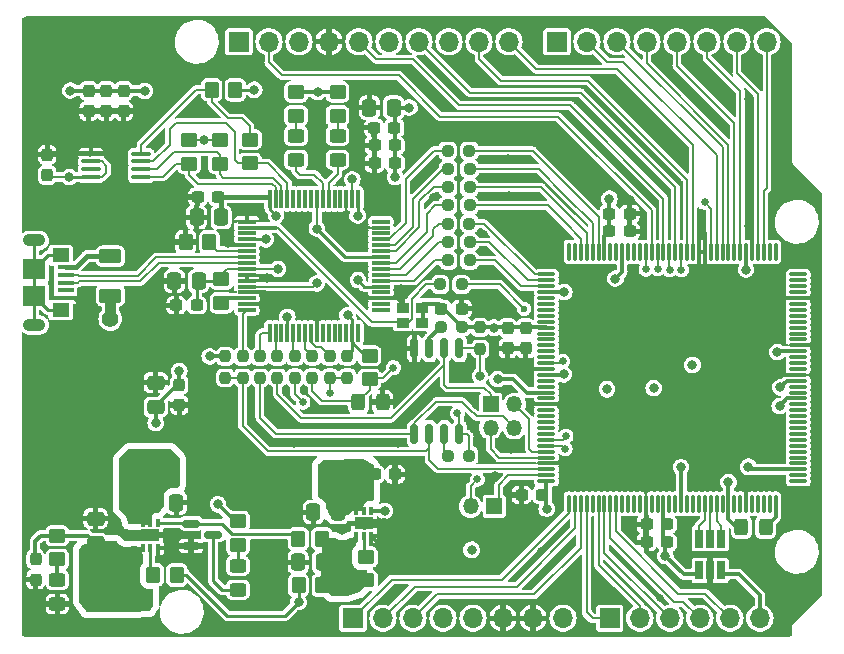
<source format=gbr>
%TF.GenerationSoftware,KiCad,Pcbnew,7.0.1*%
%TF.CreationDate,2023-05-12T19:52:32+02:00*%
%TF.ProjectId,UFO-FPGA,55464f2d-4650-4474-912e-6b696361645f,V0.8*%
%TF.SameCoordinates,Original*%
%TF.FileFunction,Copper,L1,Top*%
%TF.FilePolarity,Positive*%
%FSLAX46Y46*%
G04 Gerber Fmt 4.6, Leading zero omitted, Abs format (unit mm)*
G04 Created by KiCad (PCBNEW 7.0.1) date 2023-05-12 19:52:32*
%MOMM*%
%LPD*%
G01*
G04 APERTURE LIST*
G04 Aperture macros list*
%AMRoundRect*
0 Rectangle with rounded corners*
0 $1 Rounding radius*
0 $2 $3 $4 $5 $6 $7 $8 $9 X,Y pos of 4 corners*
0 Add a 4 corners polygon primitive as box body*
4,1,4,$2,$3,$4,$5,$6,$7,$8,$9,$2,$3,0*
0 Add four circle primitives for the rounded corners*
1,1,$1+$1,$2,$3*
1,1,$1+$1,$4,$5*
1,1,$1+$1,$6,$7*
1,1,$1+$1,$8,$9*
0 Add four rect primitives between the rounded corners*
20,1,$1+$1,$2,$3,$4,$5,0*
20,1,$1+$1,$4,$5,$6,$7,0*
20,1,$1+$1,$6,$7,$8,$9,0*
20,1,$1+$1,$8,$9,$2,$3,0*%
G04 Aperture macros list end*
%TA.AperFunction,SMDPad,CuDef*%
%ADD10RoundRect,0.250000X0.450000X-0.350000X0.450000X0.350000X-0.450000X0.350000X-0.450000X-0.350000X0*%
%TD*%
%TA.AperFunction,SMDPad,CuDef*%
%ADD11RoundRect,0.237500X-0.237500X0.300000X-0.237500X-0.300000X0.237500X-0.300000X0.237500X0.300000X0*%
%TD*%
%TA.AperFunction,SMDPad,CuDef*%
%ADD12RoundRect,0.250000X0.450000X-0.325000X0.450000X0.325000X-0.450000X0.325000X-0.450000X-0.325000X0*%
%TD*%
%TA.AperFunction,SMDPad,CuDef*%
%ADD13RoundRect,0.237500X0.237500X-0.250000X0.237500X0.250000X-0.237500X0.250000X-0.237500X-0.250000X0*%
%TD*%
%TA.AperFunction,SMDPad,CuDef*%
%ADD14RoundRect,0.250000X0.337500X0.475000X-0.337500X0.475000X-0.337500X-0.475000X0.337500X-0.475000X0*%
%TD*%
%TA.AperFunction,SMDPad,CuDef*%
%ADD15RoundRect,0.237500X0.300000X0.237500X-0.300000X0.237500X-0.300000X-0.237500X0.300000X-0.237500X0*%
%TD*%
%TA.AperFunction,ComponentPad*%
%ADD16R,1.700000X1.700000*%
%TD*%
%TA.AperFunction,ComponentPad*%
%ADD17O,1.700000X1.700000*%
%TD*%
%TA.AperFunction,SMDPad,CuDef*%
%ADD18RoundRect,0.250000X0.475000X-0.337500X0.475000X0.337500X-0.475000X0.337500X-0.475000X-0.337500X0*%
%TD*%
%TA.AperFunction,SMDPad,CuDef*%
%ADD19R,1.000000X0.900000*%
%TD*%
%TA.AperFunction,SMDPad,CuDef*%
%ADD20R,1.000000X1.000000*%
%TD*%
%TA.AperFunction,SMDPad,CuDef*%
%ADD21RoundRect,0.250000X0.325000X0.450000X-0.325000X0.450000X-0.325000X-0.450000X0.325000X-0.450000X0*%
%TD*%
%TA.AperFunction,SMDPad,CuDef*%
%ADD22RoundRect,0.237500X-0.300000X-0.237500X0.300000X-0.237500X0.300000X0.237500X-0.300000X0.237500X0*%
%TD*%
%TA.AperFunction,SMDPad,CuDef*%
%ADD23R,1.400000X0.400000*%
%TD*%
%TA.AperFunction,ComponentPad*%
%ADD24O,1.900000X1.050000*%
%TD*%
%TA.AperFunction,SMDPad,CuDef*%
%ADD25R,1.450000X1.150000*%
%TD*%
%TA.AperFunction,SMDPad,CuDef*%
%ADD26R,1.900000X1.750000*%
%TD*%
%TA.AperFunction,SMDPad,CuDef*%
%ADD27RoundRect,0.250000X-0.350000X-0.450000X0.350000X-0.450000X0.350000X0.450000X-0.350000X0.450000X0*%
%TD*%
%TA.AperFunction,SMDPad,CuDef*%
%ADD28RoundRect,0.237500X-0.250000X-0.237500X0.250000X-0.237500X0.250000X0.237500X-0.250000X0.237500X0*%
%TD*%
%TA.AperFunction,SMDPad,CuDef*%
%ADD29RoundRect,0.250000X-0.450000X0.350000X-0.450000X-0.350000X0.450000X-0.350000X0.450000X0.350000X0*%
%TD*%
%TA.AperFunction,SMDPad,CuDef*%
%ADD30RoundRect,0.075000X-0.700000X-0.075000X0.700000X-0.075000X0.700000X0.075000X-0.700000X0.075000X0*%
%TD*%
%TA.AperFunction,SMDPad,CuDef*%
%ADD31RoundRect,0.075000X-0.075000X-0.700000X0.075000X-0.700000X0.075000X0.700000X-0.075000X0.700000X0*%
%TD*%
%TA.AperFunction,SMDPad,CuDef*%
%ADD32R,0.650000X1.560000*%
%TD*%
%TA.AperFunction,SMDPad,CuDef*%
%ADD33R,0.350000X0.650000*%
%TD*%
%TA.AperFunction,SMDPad,CuDef*%
%ADD34R,1.600000X1.000000*%
%TD*%
%TA.AperFunction,SMDPad,CuDef*%
%ADD35RoundRect,0.237500X0.250000X0.237500X-0.250000X0.237500X-0.250000X-0.237500X0.250000X-0.237500X0*%
%TD*%
%TA.AperFunction,ComponentPad*%
%ADD36R,1.350000X1.350000*%
%TD*%
%TA.AperFunction,ComponentPad*%
%ADD37O,1.350000X1.350000*%
%TD*%
%TA.AperFunction,SMDPad,CuDef*%
%ADD38RoundRect,0.250000X0.700000X-0.362500X0.700000X0.362500X-0.700000X0.362500X-0.700000X-0.362500X0*%
%TD*%
%TA.AperFunction,SMDPad,CuDef*%
%ADD39RoundRect,0.150000X-0.150000X0.712500X-0.150000X-0.712500X0.150000X-0.712500X0.150000X0.712500X0*%
%TD*%
%TA.AperFunction,SMDPad,CuDef*%
%ADD40RoundRect,0.250000X-0.337500X-0.475000X0.337500X-0.475000X0.337500X0.475000X-0.337500X0.475000X0*%
%TD*%
%TA.AperFunction,SMDPad,CuDef*%
%ADD41RoundRect,0.075000X-0.075000X0.662500X-0.075000X-0.662500X0.075000X-0.662500X0.075000X0.662500X0*%
%TD*%
%TA.AperFunction,SMDPad,CuDef*%
%ADD42RoundRect,0.075000X-0.662500X0.075000X-0.662500X-0.075000X0.662500X-0.075000X0.662500X0.075000X0*%
%TD*%
%TA.AperFunction,SMDPad,CuDef*%
%ADD43RoundRect,0.237500X0.237500X-0.300000X0.237500X0.300000X-0.237500X0.300000X-0.237500X-0.300000X0*%
%TD*%
%TA.AperFunction,SMDPad,CuDef*%
%ADD44RoundRect,0.237500X-0.237500X0.250000X-0.237500X-0.250000X0.237500X-0.250000X0.237500X0.250000X0*%
%TD*%
%TA.AperFunction,SMDPad,CuDef*%
%ADD45RoundRect,0.150000X-0.587500X-0.150000X0.587500X-0.150000X0.587500X0.150000X-0.587500X0.150000X0*%
%TD*%
%TA.AperFunction,SMDPad,CuDef*%
%ADD46RoundRect,0.100000X0.712500X0.100000X-0.712500X0.100000X-0.712500X-0.100000X0.712500X-0.100000X0*%
%TD*%
%TA.AperFunction,SMDPad,CuDef*%
%ADD47RoundRect,0.250000X0.350000X0.450000X-0.350000X0.450000X-0.350000X-0.450000X0.350000X-0.450000X0*%
%TD*%
%TA.AperFunction,ViaPad*%
%ADD48C,0.800000*%
%TD*%
%TA.AperFunction,ViaPad*%
%ADD49C,0.650000*%
%TD*%
%TA.AperFunction,ViaPad*%
%ADD50C,1.400000*%
%TD*%
%TA.AperFunction,ViaPad*%
%ADD51C,0.900000*%
%TD*%
%TA.AperFunction,ViaPad*%
%ADD52C,1.000000*%
%TD*%
%TA.AperFunction,ViaPad*%
%ADD53C,0.600000*%
%TD*%
%TA.AperFunction,Conductor*%
%ADD54C,0.300000*%
%TD*%
%TA.AperFunction,Conductor*%
%ADD55C,0.150000*%
%TD*%
%TA.AperFunction,Conductor*%
%ADD56C,0.250000*%
%TD*%
%TA.AperFunction,Conductor*%
%ADD57C,0.200000*%
%TD*%
%TA.AperFunction,Conductor*%
%ADD58C,0.400000*%
%TD*%
%TA.AperFunction,Conductor*%
%ADD59C,0.900000*%
%TD*%
%TA.AperFunction,Conductor*%
%ADD60C,0.500000*%
%TD*%
%TA.AperFunction,Conductor*%
%ADD61C,0.800000*%
%TD*%
G04 APERTURE END LIST*
D10*
%TO.P,R4,1*%
%TO.N,/USB Programmer/EE-CS*%
X126075000Y-61000000D03*
%TO.P,R4,2*%
%TO.N,+3V3*%
X126075000Y-59000000D03*
%TD*%
%TO.P,R34,1*%
%TO.N,/USB Programmer/txled-mid*%
X135150000Y-56940000D03*
%TO.P,R34,2*%
%TO.N,+3V3*%
X135150000Y-54940000D03*
%TD*%
D11*
%TO.P,C3,1*%
%TO.N,+3V3*%
X119075000Y-54837500D03*
%TO.P,C3,2*%
%TO.N,GND*%
X119075000Y-56562500D03*
%TD*%
D12*
%TO.P,RXLED1,1,K*%
%TO.N,/USB Programmer/rxled out*%
X138650000Y-60690000D03*
%TO.P,RXLED1,2,A*%
%TO.N,/USB Programmer/rxled-mid*%
X138650000Y-58640000D03*
%TD*%
D11*
%TO.P,C8,1*%
%TO.N,+3V3*%
X125250000Y-79723752D03*
%TO.P,C8,2*%
%TO.N,GND*%
X125250000Y-81448752D03*
%TD*%
D13*
%TO.P,R11,1*%
%TO.N,ICE_SS_B*%
X135050000Y-79137500D03*
%TO.P,R11,2*%
%TO.N,/USB Programmer/ICE-SS-B*%
X135050000Y-77312500D03*
%TD*%
D12*
%TO.P,TXLED1,1,K*%
%TO.N,/USB Programmer/txled out*%
X135150000Y-60690000D03*
%TO.P,TXLED1,2,A*%
%TO.N,/USB Programmer/txled-mid*%
X135150000Y-58640000D03*
%TD*%
D11*
%TO.P,C4,1*%
%TO.N,+3V3*%
X117575000Y-54837500D03*
%TO.P,C4,2*%
%TO.N,GND*%
X117575000Y-56562500D03*
%TD*%
D14*
%TO.P,C10,1*%
%TO.N,+3V3*%
X126900000Y-70950000D03*
%TO.P,C10,2*%
%TO.N,GND*%
X124825000Y-70950000D03*
%TD*%
D15*
%TO.P,C7,1*%
%TO.N,+3V3*%
X126725000Y-73000000D03*
%TO.P,C7,2*%
%TO.N,GND*%
X125000000Y-73000000D03*
%TD*%
D16*
%TO.P,J2,1,Pin_1*%
%TO.N,PIN-22*%
X161710000Y-99500000D03*
D17*
%TO.P,J2,2,Pin_2*%
%TO.N,PIN-21*%
X164250000Y-99500000D03*
%TO.P,J2,3,Pin_3*%
%TO.N,PIN-20*%
X166790000Y-99500000D03*
%TO.P,J2,4,Pin_4*%
%TO.N,PIN-19*%
X169330000Y-99500000D03*
%TO.P,J2,5,Pin_5*%
%TO.N,PIN-18*%
X171870000Y-99500000D03*
%TO.P,J2,6,Pin_6*%
%TO.N,AIN1*%
X174410000Y-99500000D03*
%TD*%
D18*
%TO.P,C5,1*%
%TO.N,+5V*%
X118160000Y-93147500D03*
%TO.P,C5,2*%
%TO.N,GND*%
X118160000Y-91072500D03*
%TD*%
D16*
%TO.P,J3,1,Pin_1*%
%TO.N,PIN-1*%
X130304000Y-50680000D03*
D17*
%TO.P,J3,2,Pin_2*%
%TO.N,PIN-2*%
X132844000Y-50680000D03*
%TO.P,J3,3,Pin_3*%
%TO.N,PIN-3*%
X135384000Y-50680000D03*
%TO.P,J3,4,Pin_4*%
%TO.N,GND*%
X137924000Y-50680000D03*
%TO.P,J3,5,Pin_5*%
%TO.N,PIN-4*%
X140464000Y-50680000D03*
%TO.P,J3,6,Pin_6*%
%TO.N,PIN-5*%
X143004000Y-50680000D03*
%TO.P,J3,7,Pin_7*%
%TO.N,PIN-6*%
X145544000Y-50680000D03*
%TO.P,J3,8,Pin_8*%
%TO.N,PIN-7*%
X148084000Y-50680000D03*
%TO.P,J3,9,Pin_9*%
%TO.N,PIN-8*%
X150624000Y-50680000D03*
%TO.P,J3,10,Pin_10*%
%TO.N,PIN-9*%
X153164000Y-50680000D03*
%TD*%
D19*
%TO.P,U3,1,Standby*%
%TO.N,+3V3*%
X145820000Y-73212500D03*
%TO.P,U3,2,GND*%
%TO.N,GND*%
X144170000Y-73212500D03*
%TO.P,U3,3,Out*%
%TO.N,/USB Programmer/FTD-OSCI*%
X144165000Y-74462500D03*
%TO.P,U3,4,VDD*%
%TO.N,+3V3*%
X145815000Y-74462500D03*
%TD*%
D20*
%TO.P,TP12,1,1*%
%TO.N,+1V2*%
X139730000Y-87220000D03*
%TD*%
D15*
%TO.P,C30,1*%
%TO.N,+3V3*%
X166540000Y-91536000D03*
%TO.P,C30,2*%
%TO.N,GND*%
X164815000Y-91536000D03*
%TD*%
D21*
%TO.P,D1,1,K*%
%TO.N,+2V5*%
X174902500Y-91790000D03*
%TO.P,D1,2,A*%
%TO.N,+3V3*%
X172852500Y-91790000D03*
%TD*%
D14*
%TO.P,C44,1*%
%TO.N,+3V3*%
X143417500Y-56260000D03*
%TO.P,C44,2*%
%TO.N,GND*%
X141342500Y-56260000D03*
%TD*%
D22*
%TO.P,C23,1*%
%TO.N,+3V3*%
X161675000Y-66725000D03*
%TO.P,C23,2*%
%TO.N,GND*%
X163400000Y-66725000D03*
%TD*%
D15*
%TO.P,C16,1*%
%TO.N,+3V3*%
X155954900Y-89052400D03*
%TO.P,C16,2*%
%TO.N,GND*%
X154229900Y-89052400D03*
%TD*%
D18*
%TO.P,C9,1*%
%TO.N,+3V3*%
X123250000Y-81623752D03*
%TO.P,C9,2*%
%TO.N,GND*%
X123250000Y-79548752D03*
%TD*%
D10*
%TO.P,R3,1*%
%TO.N,/USB Programmer/EE-CLK*%
X128700000Y-61000000D03*
%TO.P,R3,2*%
%TO.N,+3V3*%
X128700000Y-59000000D03*
%TD*%
D23*
%TO.P,J5,1,VBUS*%
%TO.N,Vin*%
X115620000Y-69780000D03*
%TO.P,J5,2,D-*%
%TO.N,D-*%
X115620000Y-70430000D03*
%TO.P,J5,3,D+*%
%TO.N,D+*%
X115620000Y-71080000D03*
%TO.P,J5,4,ID*%
%TO.N,unconnected-(J5-ID-Pad4)*%
X115620000Y-71730000D03*
%TO.P,J5,5,GND*%
%TO.N,GND*%
X115620000Y-72380000D03*
D24*
%TO.P,J5,6,Shield*%
%TO.N,unconnected-(J5-Shield-Pad6)*%
X112970000Y-67505000D03*
D25*
X115200000Y-68760000D03*
D26*
X112970000Y-69955000D03*
X112970000Y-72205000D03*
D25*
X115200000Y-73400000D03*
D24*
X112970000Y-74655000D03*
%TD*%
D27*
%TO.P,R2,1*%
%TO.N,/USB Programmer/EE-DO*%
X128000000Y-54750000D03*
%TO.P,R2,2*%
%TO.N,+3V3*%
X130000000Y-54750000D03*
%TD*%
D28*
%TO.P,R19,1*%
%TO.N,/USB Programmer/DSRn-ft*%
X148015000Y-61450000D03*
%TO.P,R19,2*%
%TO.N,DSRn*%
X149840000Y-61450000D03*
%TD*%
D29*
%TO.P,R36,1*%
%TO.N,+5V*%
X114930000Y-92510000D03*
%TO.P,R36,2*%
%TO.N,Net-(PWR1-A)*%
X114930000Y-94510000D03*
%TD*%
D13*
%TO.P,R9,1*%
%TO.N,Flash-MOSI*%
X132080000Y-79144500D03*
%TO.P,R9,2*%
%TO.N,/USB Programmer/FLASH_MOSI*%
X132080000Y-77319500D03*
%TD*%
%TO.P,R12,1*%
%TO.N,ICE_CDONE*%
X136528600Y-79137500D03*
%TO.P,R12,2*%
%TO.N,/USB Programmer/ICE-CDONE*%
X136528600Y-77312500D03*
%TD*%
D30*
%TO.P,U2,1,GND*%
%TO.N,GND*%
X130975000Y-65915000D03*
%TO.P,U2,2,OSCI*%
%TO.N,/USB Programmer/FTD-OSCI*%
X130975000Y-66415000D03*
%TO.P,U2,3,OSCO*%
%TO.N,unconnected-(U2-OSCO-Pad3)*%
X130975000Y-66915000D03*
%TO.P,U2,4,VPHY*%
%TO.N,+3V3*%
X130975000Y-67415000D03*
%TO.P,U2,5,GND*%
%TO.N,GND*%
X130975000Y-67915000D03*
%TO.P,U2,6,REF*%
%TO.N,/USB Programmer/ftd-ref*%
X130975000Y-68415000D03*
%TO.P,U2,7,DM*%
%TO.N,D-*%
X130975000Y-68915000D03*
%TO.P,U2,8,DP*%
%TO.N,D+*%
X130975000Y-69415000D03*
%TO.P,U2,9,VPLL*%
%TO.N,+3V3*%
X130975000Y-69915000D03*
%TO.P,U2,10,AGND*%
%TO.N,GND*%
X130975000Y-70415000D03*
%TO.P,U2,11,GND*%
X130975000Y-70915000D03*
%TO.P,U2,12,VCORE*%
%TO.N,+1V8*%
X130975000Y-71415000D03*
%TO.P,U2,13,TEST*%
%TO.N,GND*%
X130975000Y-71915000D03*
%TO.P,U2,14,~{RESET}*%
%TO.N,/USB Programmer/ftd-reset*%
X130975000Y-72415000D03*
%TO.P,U2,15,GND*%
%TO.N,GND*%
X130975000Y-72915000D03*
%TO.P,U2,16,ADBUS0*%
%TO.N,/USB Programmer/ICE-SCK*%
X130975000Y-73415000D03*
D31*
%TO.P,U2,17,ADBUS1*%
%TO.N,/USB Programmer/FLASH_MOSI*%
X132900000Y-75340000D03*
%TO.P,U2,18,ADBUS2*%
%TO.N,/USB Programmer/FLASH_MISO*%
X133400000Y-75340000D03*
%TO.P,U2,19,ADBUS3*%
%TO.N,unconnected-(U2-ADBUS3-Pad19)*%
X133900000Y-75340000D03*
%TO.P,U2,20,VCCIO*%
%TO.N,+3V3*%
X134400000Y-75340000D03*
%TO.P,U2,21,ADBUS4*%
%TO.N,/USB Programmer/ICE-SS-B*%
X134900000Y-75340000D03*
%TO.P,U2,22,ADBUS5*%
%TO.N,unconnected-(U2-ADBUS5-Pad22)*%
X135400000Y-75340000D03*
%TO.P,U2,23,ADBUS6*%
%TO.N,/USB Programmer/ICE-CDONE*%
X135900000Y-75340000D03*
%TO.P,U2,24,ADBUS7*%
%TO.N,/USB Programmer/ICE-CREST*%
X136400000Y-75340000D03*
%TO.P,U2,25,GND*%
%TO.N,GND*%
X136900000Y-75340000D03*
%TO.P,U2,26,ACBUS0*%
%TO.N,unconnected-(U2-ACBUS0-Pad26)*%
X137400000Y-75340000D03*
%TO.P,U2,27,ACBUS1*%
%TO.N,unconnected-(U2-ACBUS1-Pad27)*%
X137900000Y-75340000D03*
%TO.P,U2,28,ACBUS2*%
%TO.N,unconnected-(U2-ACBUS2-Pad28)*%
X138400000Y-75340000D03*
%TO.P,U2,29,ACBUS3*%
%TO.N,unconnected-(U2-ACBUS3-Pad29)*%
X138900000Y-75340000D03*
%TO.P,U2,30,ACBUS4*%
%TO.N,unconnected-(U2-ACBUS4-Pad30)*%
X139400000Y-75340000D03*
%TO.P,U2,31,VCCIO*%
%TO.N,+3V3*%
X139900000Y-75340000D03*
%TO.P,U2,32,ACBUS5*%
%TO.N,unconnected-(U2-ACBUS5-Pad32)*%
X140400000Y-75340000D03*
D30*
%TO.P,U2,33,ACBUS6*%
%TO.N,unconnected-(U2-ACBUS6-Pad33)*%
X142325000Y-73415000D03*
%TO.P,U2,34,ACBUS7*%
%TO.N,unconnected-(U2-ACBUS7-Pad34)*%
X142325000Y-72915000D03*
%TO.P,U2,35,GND*%
%TO.N,GND*%
X142325000Y-72415000D03*
%TO.P,U2,36,~{SUSPEND}*%
%TO.N,unconnected-(U2-~{SUSPEND}-Pad36)*%
X142325000Y-71915000D03*
%TO.P,U2,37,VCORE*%
%TO.N,+1V8*%
X142325000Y-71415000D03*
%TO.P,U2,38,BDBUS0*%
%TO.N,/USB Programmer/RS232-Rx-TTL*%
X142325000Y-70915000D03*
%TO.P,U2,39,BDBUS1*%
%TO.N,/USB Programmer/RS232-Tx-TTL*%
X142325000Y-70415000D03*
%TO.P,U2,40,BDBUS2*%
%TO.N,/USB Programmer/RTSn-ft*%
X142325000Y-69915000D03*
%TO.P,U2,41,BDBUS3*%
%TO.N,/USB Programmer/CTSn-ft*%
X142325000Y-69415000D03*
%TO.P,U2,42,VCCIO*%
%TO.N,+3V3*%
X142325000Y-68915000D03*
%TO.P,U2,43,BDBUS4*%
%TO.N,/USB Programmer/DTRn-ft*%
X142325000Y-68415000D03*
%TO.P,U2,44,BDBUS5*%
%TO.N,/USB Programmer/DSRn-ft*%
X142325000Y-67915000D03*
%TO.P,U2,45,BDBUS6*%
%TO.N,/USB Programmer/DCDn-ft*%
X142325000Y-67415000D03*
%TO.P,U2,46,BDBUS7*%
%TO.N,unconnected-(U2-BDBUS7-Pad46)*%
X142325000Y-66915000D03*
%TO.P,U2,47,GND*%
%TO.N,GND*%
X142325000Y-66415000D03*
%TO.P,U2,48,BCBUS0*%
%TO.N,unconnected-(U2-BCBUS0-Pad48)*%
X142325000Y-65915000D03*
D31*
%TO.P,U2,49,VREGOUT*%
%TO.N,+1V8*%
X140400000Y-63990000D03*
%TO.P,U2,50,VREGIN*%
%TO.N,+3V3*%
X139900000Y-63990000D03*
%TO.P,U2,51,GND*%
%TO.N,GND*%
X139400000Y-63990000D03*
%TO.P,U2,52,BCBUS1*%
%TO.N,unconnected-(U2-BCBUS1-Pad52)*%
X138900000Y-63990000D03*
%TO.P,U2,53,BCBUS2*%
%TO.N,unconnected-(U2-BCBUS2-Pad53)*%
X138400000Y-63990000D03*
%TO.P,U2,54,BCBUS3*%
%TO.N,/USB Programmer/rxled out*%
X137900000Y-63990000D03*
%TO.P,U2,55,BCBUS4*%
%TO.N,/USB Programmer/txled out*%
X137400000Y-63990000D03*
%TO.P,U2,56,VCCIO*%
%TO.N,+3V3*%
X136900000Y-63990000D03*
%TO.P,U2,57,BCBUS5*%
%TO.N,unconnected-(U2-BCBUS5-Pad57)*%
X136400000Y-63990000D03*
%TO.P,U2,58,BCBUS6*%
%TO.N,unconnected-(U2-BCBUS6-Pad58)*%
X135900000Y-63990000D03*
%TO.P,U2,59,BCBUS7*%
%TO.N,unconnected-(U2-BCBUS7-Pad59)*%
X135400000Y-63990000D03*
%TO.P,U2,60,~{PWREN}*%
%TO.N,unconnected-(U2-~{PWREN}-Pad60)*%
X134900000Y-63990000D03*
%TO.P,U2,61,EEDATA*%
%TO.N,/USB Programmer/EE-D*%
X134400000Y-63990000D03*
%TO.P,U2,62,EECLK*%
%TO.N,/USB Programmer/EE-CLK*%
X133900000Y-63990000D03*
%TO.P,U2,63,EECS*%
%TO.N,/USB Programmer/EE-CS*%
X133400000Y-63990000D03*
%TO.P,U2,64,VCORE*%
%TO.N,+1V8*%
X132900000Y-63990000D03*
%TD*%
D32*
%TO.P,U12,1,VDD*%
%TO.N,+3V3*%
X169250000Y-95450000D03*
%TO.P,U12,2,GND*%
%TO.N,GND*%
X170200000Y-95450000D03*
%TO.P,U12,3,AIN*%
%TO.N,AIN1*%
X171150000Y-95450000D03*
%TO.P,U12,4,CS*%
%TO.N,ADC-CS*%
X171150000Y-92750000D03*
%TO.P,U12,5,DOUT*%
%TO.N,MISO*%
X170200000Y-92750000D03*
%TO.P,U12,6,SCLK*%
%TO.N,SCK*%
X169250000Y-92750000D03*
%TD*%
D33*
%TO.P,U6,1,IN*%
%TO.N,+5V*%
X122150000Y-93540000D03*
%TO.P,U6,2,EN*%
%TO.N,/POWER/3v3-EN*%
X122800000Y-93540000D03*
%TO.P,U6,3,GND*%
%TO.N,GND*%
X123450000Y-93540000D03*
%TO.P,U6,4,PG*%
%TO.N,/POWER/PG3v3*%
X123450000Y-91440000D03*
%TO.P,U6,5,SNS*%
%TO.N,+3V3*%
X122800000Y-91440000D03*
%TO.P,U6,6,OUT*%
X122150000Y-91440000D03*
D34*
%TO.P,U6,7,GND*%
%TO.N,GND*%
X122800000Y-92490000D03*
%TD*%
D35*
%TO.P,R23,1*%
%TO.N,+3V3*%
X149212500Y-74800000D03*
%TO.P,R23,2*%
%TO.N,/BANK 4 - SPI Programming/N25-WP*%
X147387500Y-74800000D03*
%TD*%
D22*
%TO.P,C24,1*%
%TO.N,+3V3*%
X161665000Y-65256000D03*
%TO.P,C24,2*%
%TO.N,GND*%
X163390000Y-65256000D03*
%TD*%
D16*
%TO.P,J4,1,Pin_1*%
%TO.N,PIN-10*%
X157228000Y-50680000D03*
D17*
%TO.P,J4,2,Pin_2*%
%TO.N,PIN-11*%
X159768000Y-50680000D03*
%TO.P,J4,3,Pin_3*%
%TO.N,PIN-12*%
X162308000Y-50680000D03*
%TO.P,J4,4,Pin_4*%
%TO.N,PIN-13*%
X164848000Y-50680000D03*
%TO.P,J4,5,Pin_5*%
%TO.N,PIN-14*%
X167388000Y-50680000D03*
%TO.P,J4,6,Pin_6*%
%TO.N,PIN-15*%
X169928000Y-50680000D03*
%TO.P,J4,7,Pin_7*%
%TO.N,PIN-16*%
X172468000Y-50680000D03*
%TO.P,J4,8,Pin_8*%
%TO.N,PIN-17*%
X175008000Y-50680000D03*
%TD*%
D36*
%TO.P,J6,1,Pin_1*%
%TO.N,Flash-MISO*%
X151610000Y-81380000D03*
D37*
%TO.P,J6,2,Pin_2*%
%TO.N,/BANK 4 - SPI Programming/ICE_MISO*%
X153610000Y-81380000D03*
%TO.P,J6,3,Pin_3*%
%TO.N,/BANK 4 - SPI Programming/ICE_MOSI*%
X151610000Y-83380000D03*
%TO.P,J6,4,Pin_4*%
%TO.N,Flash-MOSI*%
X153610000Y-83380000D03*
%TD*%
D38*
%TO.P,FB1,1*%
%TO.N,+5V*%
X119425000Y-72175000D03*
%TO.P,FB1,2*%
%TO.N,Vin*%
X119425000Y-68850000D03*
%TD*%
D36*
%TO.P,JP1,1,A*%
%TO.N,ICE_SS_B*%
X151910000Y-90030000D03*
D37*
%TO.P,JP1,2,B*%
%TO.N,/BANK 4 - SPI Programming/N25-CS*%
X149910000Y-90030000D03*
%TD*%
D14*
%TO.P,C11,1*%
%TO.N,+1V8*%
X128787500Y-65550000D03*
%TO.P,C11,2*%
%TO.N,GND*%
X126712500Y-65550000D03*
%TD*%
D22*
%TO.P,C13,1*%
%TO.N,+3V3*%
X147445000Y-73290000D03*
%TO.P,C13,2*%
%TO.N,GND*%
X149170000Y-73290000D03*
%TD*%
D12*
%TO.P,PWR1,1,K*%
%TO.N,GND*%
X114930000Y-98292500D03*
%TO.P,PWR1,2,A*%
%TO.N,Net-(PWR1-A)*%
X114930000Y-96242500D03*
%TD*%
D13*
%TO.P,R13,1*%
%TO.N,ICE_CREST*%
X138001800Y-79137500D03*
%TO.P,R13,2*%
%TO.N,/USB Programmer/ICE-CREST*%
X138001800Y-77312500D03*
%TD*%
D39*
%TO.P,U9,1,CS*%
%TO.N,/BANK 4 - SPI Programming/N25-CS*%
X148971000Y-76651500D03*
%TO.P,U9,2,SDO*%
%TO.N,Flash-MISO*%
X147701000Y-76651500D03*
%TO.P,U9,3,Wp*%
%TO.N,/BANK 4 - SPI Programming/N25-WP*%
X146431000Y-76651500D03*
%TO.P,U9,4,Vss*%
%TO.N,GND*%
X145161000Y-76651500D03*
%TO.P,U9,5,SDI*%
%TO.N,Flash-MOSI*%
X145161000Y-83876500D03*
%TO.P,U9,6,SCK*%
%TO.N,ICE_SCK*%
X146431000Y-83876500D03*
%TO.P,U9,7,HOLD*%
%TO.N,/BANK 4 - SPI Programming/N25-HOLD*%
X147701000Y-83876500D03*
%TO.P,U9,8,Vcc*%
%TO.N,+3V3*%
X148971000Y-83876500D03*
%TD*%
D40*
%TO.P,C25,1*%
%TO.N,+3V3*%
X122942500Y-89720000D03*
%TO.P,C25,2*%
%TO.N,GND*%
X125017500Y-89720000D03*
%TD*%
D27*
%TO.P,R30,1*%
%TO.N,/POWER/3v3-EN*%
X123050000Y-95820000D03*
%TO.P,R30,2*%
%TO.N,/POWER/PG1V2*%
X125050000Y-95820000D03*
%TD*%
D29*
%TO.P,R28,1*%
%TO.N,+3V3*%
X141360000Y-77270000D03*
%TO.P,R28,2*%
%TO.N,ICE_CDONE*%
X141360000Y-79270000D03*
%TD*%
D15*
%TO.P,C62,1*%
%TO.N,+3V3*%
X143512500Y-60990000D03*
%TO.P,C62,2*%
%TO.N,GND*%
X141787500Y-60990000D03*
%TD*%
D35*
%TO.P,R15,1*%
%TO.N,RS232_Tx_TTL*%
X149840000Y-67640000D03*
%TO.P,R15,2*%
%TO.N,/USB Programmer/RS232-Tx-TTL*%
X148015000Y-67640000D03*
%TD*%
D16*
%TO.P,J1,1,Pin_1*%
%TO.N,PIN-25*%
X139960000Y-99500000D03*
D17*
%TO.P,J1,2,Pin_2*%
%TO.N,PIN-24*%
X142500000Y-99500000D03*
%TO.P,J1,3,Pin_3*%
%TO.N,PIN-23*%
X145040000Y-99500000D03*
%TO.P,J1,4,Pin_4*%
%TO.N,+3V3*%
X147580000Y-99500000D03*
%TO.P,J1,5,Pin_5*%
%TO.N,+5V*%
X150120000Y-99500000D03*
%TO.P,J1,6,Pin_6*%
%TO.N,GND*%
X152660000Y-99500000D03*
%TO.P,J1,7,Pin_7*%
X155200000Y-99500000D03*
%TO.P,J1,8,Pin_8*%
%TO.N,unconnected-(J1-Pin_8-Pad8)*%
X157740000Y-99500000D03*
%TD*%
D41*
%TO.P,U4,1,IOL_2A*%
%TO.N,unconnected-(U4D-IOL_2A-Pad1)*%
X175750000Y-68478500D03*
%TO.P,U4,2,IOL_2B*%
%TO.N,unconnected-(U4D-IOL_2B-Pad2)*%
X175250000Y-68478500D03*
%TO.P,U4,3,IOL_3A*%
%TO.N,PIN-17*%
X174750000Y-68478500D03*
%TO.P,U4,4,IOL_3B*%
%TO.N,PIN-16*%
X174250000Y-68478500D03*
%TO.P,U4,5,GND*%
%TO.N,GND*%
X173750000Y-68478500D03*
%TO.P,U4,6,VCCIO_3*%
%TO.N,+3V3*%
X173250000Y-68478500D03*
%TO.P,U4,7,IOL_4A*%
%TO.N,PIN-15*%
X172750000Y-68478500D03*
%TO.P,U4,8,IOL_4B*%
%TO.N,PIN-14*%
X172250000Y-68478500D03*
%TO.P,U4,9,IOL_5A*%
%TO.N,PIN-13*%
X171750000Y-68478500D03*
%TO.P,U4,10,IOL_5B*%
%TO.N,PIN-12*%
X171250000Y-68478500D03*
%TO.P,U4,11,IOL_8A*%
%TO.N,PIN-11*%
X170750000Y-68478500D03*
%TO.P,U4,12,IOL_8B*%
%TO.N,PIN-10*%
X170250000Y-68478500D03*
%TO.P,U4,13,GND*%
%TO.N,GND*%
X169750000Y-68478500D03*
%TO.P,U4,14,GND*%
X169250000Y-68478500D03*
%TO.P,U4,15,IOL_10A*%
%TO.N,PIN-9*%
X168750000Y-68478500D03*
%TO.P,U4,16,IOL_10B*%
%TO.N,PIN-8*%
X168250000Y-68478500D03*
%TO.P,U4,17,IOL_12A*%
%TO.N,PIN-7*%
X167750000Y-68478500D03*
%TO.P,U4,18,IOL_12B*%
%TO.N,PIN-6*%
X167250000Y-68478500D03*
%TO.P,U4,19,IOL_13A*%
%TO.N,PIN-5*%
X166750000Y-68478500D03*
%TO.P,U4,20,IOL_13B_GBIN7*%
%TO.N,PIN-4*%
X166250000Y-68478500D03*
%TO.P,U4,21,IOL_14A_GBIN6*%
%TO.N,PIN-3*%
X165750000Y-68478500D03*
%TO.P,U4,22,IOL_14B*%
%TO.N,PIN-2*%
X165250000Y-68478500D03*
%TO.P,U4,23,IOL_17A*%
%TO.N,PIN-1*%
X164750000Y-68478500D03*
%TO.P,U4,24,IOL_17B*%
%TO.N,unconnected-(U4D-IOL_17B-Pad24)*%
X164250000Y-68478500D03*
%TO.P,U4,25,IOL_18A*%
%TO.N,unconnected-(U4D-IOL_18A-Pad25)*%
X163750000Y-68478500D03*
%TO.P,U4,26,IOL_18B*%
%TO.N,unconnected-(U4D-IOL_18B-Pad26)*%
X163250000Y-68478500D03*
%TO.P,U4,27,VCC*%
%TO.N,+1V2*%
X162750000Y-68478500D03*
%TO.P,U4,28,IOL_23A*%
%TO.N,unconnected-(U4D-IOL_23A-Pad28)*%
X162250000Y-68478500D03*
%TO.P,U4,29,IOL_23B*%
%TO.N,unconnected-(U4D-IOL_23B-Pad29)*%
X161750000Y-68478500D03*
%TO.P,U4,30,VCCIO_3*%
%TO.N,+3V3*%
X161250000Y-68478500D03*
%TO.P,U4,31,IOL_24A*%
%TO.N,DCDn*%
X160750000Y-68478500D03*
%TO.P,U4,32,IOL_24B*%
%TO.N,DSRn*%
X160250000Y-68478500D03*
%TO.P,U4,33,IOL_25A*%
%TO.N,DTRn*%
X159750000Y-68478500D03*
%TO.P,U4,34,IOL_25B*%
%TO.N,CTSn*%
X159250000Y-68478500D03*
%TO.P,U4,35*%
%TO.N,N/C*%
X158750000Y-68478500D03*
%TO.P,U4,36*%
X158250000Y-68478500D03*
D42*
%TO.P,U4,37,IOB_56*%
%TO.N,RTSn*%
X156337500Y-70391000D03*
%TO.P,U4,38,IOB_57*%
%TO.N,RS232_Tx_TTL*%
X156337500Y-70891000D03*
%TO.P,U4,39,IOB_61*%
%TO.N,RS232_Rx_TTL*%
X156337500Y-71391000D03*
%TO.P,U4,40,VCC*%
%TO.N,+1V2*%
X156337500Y-71891000D03*
%TO.P,U4,41,IOB_63*%
%TO.N,unconnected-(U4C-IOB_63-Pad41)*%
X156337500Y-72391000D03*
%TO.P,U4,42,IOB_64*%
%TO.N,unconnected-(U4C-IOB_64-Pad42)*%
X156337500Y-72891000D03*
%TO.P,U4,43,IOB_71*%
%TO.N,unconnected-(U4C-IOB_71-Pad43)*%
X156337500Y-73391000D03*
%TO.P,U4,44,IOB_72*%
%TO.N,unconnected-(U4C-IOB_72-Pad44)*%
X156337500Y-73891000D03*
%TO.P,U4,45,IOB_73*%
%TO.N,unconnected-(U4C-IOB_73-Pad45)*%
X156337500Y-74391000D03*
%TO.P,U4,46,VCCIO_2*%
%TO.N,+3V3*%
X156337500Y-74891000D03*
%TO.P,U4,47,IOB_79*%
%TO.N,unconnected-(U4C-IOB_79-Pad47)*%
X156337500Y-75391000D03*
%TO.P,U4,48,IOB_80*%
%TO.N,unconnected-(U4C-IOB_80-Pad48)*%
X156337500Y-75891000D03*
%TO.P,U4,49,IOB_81_GBIN5*%
%TO.N,unconnected-(U4C-IOB_81_GBIN5-Pad49)*%
X156337500Y-76391000D03*
%TO.P,U4,50*%
%TO.N,N/C*%
X156337500Y-76891000D03*
%TO.P,U4,51*%
X156337500Y-77391000D03*
%TO.P,U4,52,IOB_82_GBIN4*%
%TO.N,ICE_CLK*%
X156337500Y-77891000D03*
%TO.P,U4,53,GNDPLL0*%
%TO.N,GND*%
X156337500Y-78391000D03*
%TO.P,U4,54,VCCPLL0*%
%TO.N,/BANK 4 - SPI Programming/VCCPLL0*%
X156337500Y-78891000D03*
%TO.P,U4,55,IOB_91*%
%TO.N,unconnected-(U4C-IOB_91-Pad55)*%
X156337500Y-79391000D03*
%TO.P,U4,56,IOB_94*%
%TO.N,unconnected-(U4C-IOB_94-Pad56)*%
X156337500Y-79891000D03*
%TO.P,U4,57,VCCIO_2*%
%TO.N,+3V3*%
X156337500Y-80391000D03*
%TO.P,U4,58*%
%TO.N,N/C*%
X156337500Y-80891000D03*
%TO.P,U4,59,GND*%
%TO.N,GND*%
X156337500Y-81391000D03*
%TO.P,U4,60,IOB_95*%
%TO.N,unconnected-(U4C-IOB_95-Pad60)*%
X156337500Y-81891000D03*
%TO.P,U4,61,IOB_96*%
%TO.N,unconnected-(U4C-IOB_96-Pad61)*%
X156337500Y-82391000D03*
%TO.P,U4,62,IOB_102*%
%TO.N,unconnected-(U4C-IOB_102-Pad62)*%
X156337500Y-82891000D03*
%TO.P,U4,63,IOB_103_CBSEL0*%
%TO.N,unconnected-(U4C-IOB_103_CBSEL0-Pad63)*%
X156337500Y-83391000D03*
%TO.P,U4,64,IOB_104_CBSEL1*%
%TO.N,unconnected-(U4C-IOB_104_CBSEL1-Pad64)*%
X156337500Y-83891000D03*
%TO.P,U4,65,CDONE*%
%TO.N,ICE_CDONE*%
X156337500Y-84391000D03*
%TO.P,U4,66,~{CRESET}*%
%TO.N,ICE_CREST*%
X156337500Y-84891000D03*
%TO.P,U4,67,IOB_105_SDO*%
%TO.N,/BANK 4 - SPI Programming/ICE_MISO*%
X156337500Y-85391000D03*
%TO.P,U4,68,IOB_106_SDI*%
%TO.N,/BANK 4 - SPI Programming/ICE_MOSI*%
X156337500Y-85891000D03*
%TO.P,U4,69,GND*%
%TO.N,GND*%
X156337500Y-86391000D03*
%TO.P,U4,70,IOB_107_SCK*%
%TO.N,ICE_SCK*%
X156337500Y-86891000D03*
%TO.P,U4,71,IOB_108_SS*%
%TO.N,ICE_SS_B*%
X156337500Y-87391000D03*
%TO.P,U4,72,VCC_SPI*%
%TO.N,+3V3*%
X156337500Y-87891000D03*
D41*
%TO.P,U4,73,IOR_109*%
%TO.N,PIN-25*%
X158250000Y-89803500D03*
%TO.P,U4,74,IOR_110*%
%TO.N,PIN-24*%
X158750000Y-89803500D03*
%TO.P,U4,75,IOR_111*%
%TO.N,PIN-23*%
X159250000Y-89803500D03*
%TO.P,U4,76,IOR_112*%
%TO.N,PIN-22*%
X159750000Y-89803500D03*
%TO.P,U4,77*%
%TO.N,N/C*%
X160250000Y-89803500D03*
%TO.P,U4,78,IOR_114*%
%TO.N,PIN-21*%
X160750000Y-89803500D03*
%TO.P,U4,79,IOR_115*%
%TO.N,PIN-20*%
X161250000Y-89803500D03*
%TO.P,U4,80,IOR_116*%
%TO.N,PIN-19*%
X161750000Y-89803500D03*
%TO.P,U4,81,IOR_117*%
%TO.N,PIN-18*%
X162250000Y-89803500D03*
%TO.P,U4,82,IOR_118*%
%TO.N,unconnected-(U4B-IOR_118-Pad82)*%
X162750000Y-89803500D03*
%TO.P,U4,83,IOR_119*%
%TO.N,unconnected-(U4B-IOR_119-Pad83)*%
X163250000Y-89803500D03*
%TO.P,U4,84,IOR_120*%
%TO.N,unconnected-(U4B-IOR_120-Pad84)*%
X163750000Y-89803500D03*
%TO.P,U4,85,IOR_128*%
%TO.N,unconnected-(U4B-IOR_128-Pad85)*%
X164250000Y-89803500D03*
%TO.P,U4,86,GND*%
%TO.N,GND*%
X164750000Y-89803500D03*
%TO.P,U4,87,IOR_136*%
%TO.N,unconnected-(U4B-IOR_136-Pad87)*%
X165250000Y-89803500D03*
%TO.P,U4,88,IOR_137*%
%TO.N,unconnected-(U4B-IOR_137-Pad88)*%
X165750000Y-89803500D03*
%TO.P,U4,89,VCCIO_1*%
%TO.N,+3V3*%
X166250000Y-89803500D03*
%TO.P,U4,90,IOR_138*%
%TO.N,unconnected-(U4B-IOR_138-Pad90)*%
X166750000Y-89803500D03*
%TO.P,U4,91,IOR_139*%
%TO.N,unconnected-(U4B-IOR_139-Pad91)*%
X167250000Y-89803500D03*
%TO.P,U4,92,VCC*%
%TO.N,+1V2*%
X167750000Y-89803500D03*
%TO.P,U4,93,IOR_140_GBIN3*%
%TO.N,unconnected-(U4B-IOR_140_GBIN3-Pad93)*%
X168250000Y-89803500D03*
%TO.P,U4,94,IOR_141_GBIN2*%
%TO.N,unconnected-(U4B-IOR_141_GBIN2-Pad94)*%
X168750000Y-89803500D03*
%TO.P,U4,95,IOR_144*%
%TO.N,unconnected-(U4B-IOR_144-Pad95)*%
X169250000Y-89803500D03*
%TO.P,U4,96,IOR_146*%
%TO.N,SCK*%
X169750000Y-89803500D03*
%TO.P,U4,97,IOR_147*%
%TO.N,MISO*%
X170250000Y-89803500D03*
%TO.P,U4,98,IOR_148*%
%TO.N,ADC-CS*%
X170750000Y-89803500D03*
%TO.P,U4,99,IOR_152*%
%TO.N,unconnected-(U4B-IOR_152-Pad99)*%
X171250000Y-89803500D03*
%TO.P,U4,100,VCCIO_1*%
%TO.N,+3V3*%
X171750000Y-89803500D03*
%TO.P,U4,101,IOR_160*%
%TO.N,unconnected-(U4B-IOR_160-Pad101)*%
X172250000Y-89803500D03*
%TO.P,U4,102,IOR_161*%
%TO.N,unconnected-(U4B-IOR_161-Pad102)*%
X172750000Y-89803500D03*
%TO.P,U4,103,GND*%
%TO.N,GND*%
X173250000Y-89803500D03*
%TO.P,U4,104,IOR_164*%
%TO.N,unconnected-(U4B-IOR_164-Pad104)*%
X173750000Y-89803500D03*
%TO.P,U4,105,IOR_165*%
%TO.N,unconnected-(U4B-IOR_165-Pad105)*%
X174250000Y-89803500D03*
%TO.P,U4,106,IOR_166*%
%TO.N,unconnected-(U4B-IOR_166-Pad106)*%
X174750000Y-89803500D03*
%TO.P,U4,107,IOR_167*%
%TO.N,unconnected-(U4B-IOR_167-Pad107)*%
X175250000Y-89803500D03*
%TO.P,U4,108,VPP_2V5*%
%TO.N,+2V5*%
X175750000Y-89803500D03*
D42*
%TO.P,U4,109,VPP_FAST*%
%TO.N,unconnected-(U4E-VPP_FAST-Pad109)*%
X177662500Y-87891000D03*
%TO.P,U4,110,IOT_168*%
%TO.N,unconnected-(U4A-IOT_168-Pad110)*%
X177662500Y-87391000D03*
%TO.P,U4,111,VCC*%
%TO.N,+1V2*%
X177662500Y-86891000D03*
%TO.P,U4,112,IOT_169*%
%TO.N,unconnected-(U4A-IOT_169-Pad112)*%
X177662500Y-86391000D03*
%TO.P,U4,113,IOT_170*%
%TO.N,unconnected-(U4A-IOT_170-Pad113)*%
X177662500Y-85891000D03*
%TO.P,U4,114,IOT_171*%
%TO.N,unconnected-(U4A-IOT_171-Pad114)*%
X177662500Y-85391000D03*
%TO.P,U4,115,IOT_172*%
%TO.N,unconnected-(U4A-IOT_172-Pad115)*%
X177662500Y-84891000D03*
%TO.P,U4,116,IOT_173*%
%TO.N,unconnected-(U4A-IOT_173-Pad116)*%
X177662500Y-84391000D03*
%TO.P,U4,117,IOT_174*%
%TO.N,unconnected-(U4A-IOT_174-Pad117)*%
X177662500Y-83891000D03*
%TO.P,U4,118,IOT_177*%
%TO.N,unconnected-(U4A-IOT_177-Pad118)*%
X177662500Y-83391000D03*
%TO.P,U4,119,IOT_178*%
%TO.N,unconnected-(U4A-IOT_178-Pad119)*%
X177662500Y-82891000D03*
%TO.P,U4,120,IOT_179*%
%TO.N,unconnected-(U4A-IOT_179-Pad120)*%
X177662500Y-82391000D03*
%TO.P,U4,121,IOT_181*%
%TO.N,unconnected-(U4A-IOT_181-Pad121)*%
X177662500Y-81891000D03*
%TO.P,U4,122,IOT_190*%
%TO.N,unconnected-(U4A-IOT_190-Pad122)*%
X177662500Y-81391000D03*
%TO.P,U4,123,VCCIO_0*%
%TO.N,+3V3*%
X177662500Y-80891000D03*
%TO.P,U4,124,IOT_191*%
%TO.N,unconnected-(U4A-IOT_191-Pad124)*%
X177662500Y-80391000D03*
%TO.P,U4,125,IOT_192*%
%TO.N,unconnected-(U4A-IOT_192-Pad125)*%
X177662500Y-79891000D03*
%TO.P,U4,126,VCCPLL1*%
%TO.N,/BANK 4 - SPI Programming/VCCPLL1*%
X177662500Y-79391000D03*
%TO.P,U4,127,GNDPLL1*%
%TO.N,GND*%
X177662500Y-78891000D03*
%TO.P,U4,128,IOT_197_GBIN1*%
%TO.N,unconnected-(U4A-IOT_197_GBIN1-Pad128)*%
X177662500Y-78391000D03*
%TO.P,U4,129,IOT_198_GBIN0*%
%TO.N,unconnected-(U4A-IOT_198_GBIN0-Pad129)*%
X177662500Y-77891000D03*
%TO.P,U4,130,IOT_206*%
%TO.N,unconnected-(U4A-IOT_206-Pad130)*%
X177662500Y-77391000D03*
%TO.P,U4,131,VCCIO_0*%
%TO.N,+3V3*%
X177662500Y-76891000D03*
%TO.P,U4,132,GND*%
%TO.N,GND*%
X177662500Y-76391000D03*
%TO.P,U4,133*%
%TO.N,N/C*%
X177662500Y-75891000D03*
%TO.P,U4,134,IOT_212*%
%TO.N,unconnected-(U4A-IOT_212-Pad134)*%
X177662500Y-75391000D03*
%TO.P,U4,135,IOT_213*%
%TO.N,unconnected-(U4A-IOT_213-Pad135)*%
X177662500Y-74891000D03*
%TO.P,U4,136,IOT_214*%
%TO.N,unconnected-(U4A-IOT_214-Pad136)*%
X177662500Y-74391000D03*
%TO.P,U4,137,IOT_215*%
%TO.N,unconnected-(U4A-IOT_215-Pad137)*%
X177662500Y-73891000D03*
%TO.P,U4,138,IOT_216*%
%TO.N,unconnected-(U4A-IOT_216-Pad138)*%
X177662500Y-73391000D03*
%TO.P,U4,139,IOT_217*%
%TO.N,unconnected-(U4A-IOT_217-Pad139)*%
X177662500Y-72891000D03*
%TO.P,U4,140,GND*%
%TO.N,GND*%
X177662500Y-72391000D03*
%TO.P,U4,141,IOT_219*%
%TO.N,unconnected-(U4A-IOT_219-Pad141)*%
X177662500Y-71891000D03*
%TO.P,U4,142,IOT_220*%
%TO.N,unconnected-(U4A-IOT_220-Pad142)*%
X177662500Y-71391000D03*
%TO.P,U4,143,IOT_221*%
%TO.N,unconnected-(U4A-IOT_221-Pad143)*%
X177662500Y-70891000D03*
%TO.P,U4,144,IOT_222*%
%TO.N,unconnected-(U4A-IOT_222-Pad144)*%
X177662500Y-70391000D03*
%TD*%
D11*
%TO.P,C2,1*%
%TO.N,+3V3*%
X120550000Y-54837500D03*
%TO.P,C2,2*%
%TO.N,GND*%
X120550000Y-56562500D03*
%TD*%
D10*
%TO.P,R5,1*%
%TO.N,/USB Programmer/ftd-reset*%
X128825000Y-72800000D03*
%TO.P,R5,2*%
%TO.N,+3V3*%
X128825000Y-70800000D03*
%TD*%
D28*
%TO.P,R7,1*%
%TO.N,/USB Programmer/FTD-OSCI*%
X147337500Y-71240000D03*
%TO.P,R7,2*%
%TO.N,ICE_CLK*%
X149162500Y-71240000D03*
%TD*%
D27*
%TO.P,R32,1*%
%TO.N,/POWER/PG3v3*%
X135330000Y-92770000D03*
%TO.P,R32,2*%
%TO.N,+5V*%
X137330000Y-92770000D03*
%TD*%
D28*
%TO.P,R20,1*%
%TO.N,/USB Programmer/DCDn-ft*%
X147995000Y-59920000D03*
%TO.P,R20,2*%
%TO.N,DCDn*%
X149820000Y-59920000D03*
%TD*%
D35*
%TO.P,R18,1*%
%TO.N,DTRn*%
X149830000Y-63010000D03*
%TO.P,R18,2*%
%TO.N,/USB Programmer/DTRn-ft*%
X148005000Y-63010000D03*
%TD*%
D43*
%TO.P,C1,1*%
%TO.N,+3V3*%
X114075000Y-61975000D03*
%TO.P,C1,2*%
%TO.N,GND*%
X114075000Y-60250000D03*
%TD*%
D15*
%TO.P,C29,1*%
%TO.N,+3V3*%
X166540000Y-93060000D03*
%TO.P,C29,2*%
%TO.N,GND*%
X164815000Y-93060000D03*
%TD*%
%TO.P,C64,1*%
%TO.N,+3V3*%
X143472500Y-57970000D03*
%TO.P,C64,2*%
%TO.N,GND*%
X141747500Y-57970000D03*
%TD*%
D29*
%TO.P,R31,1*%
%TO.N,+3V3*%
X130210000Y-91280000D03*
%TO.P,R31,2*%
%TO.N,/POWER/RIND-ON*%
X130210000Y-93280000D03*
%TD*%
D11*
%TO.P,C22,1*%
%TO.N,+3V3*%
X153060400Y-74931100D03*
%TO.P,C22,2*%
%TO.N,GND*%
X153060400Y-76656100D03*
%TD*%
D29*
%TO.P,R29,1*%
%TO.N,Net-(U1-EN)*%
X141060000Y-94300000D03*
%TO.P,R29,2*%
%TO.N,+5V*%
X141060000Y-96300000D03*
%TD*%
D44*
%TO.P,R27,1*%
%TO.N,+3V3*%
X139475000Y-77312500D03*
%TO.P,R27,2*%
%TO.N,ICE_CREST*%
X139475000Y-79137500D03*
%TD*%
D28*
%TO.P,R17,1*%
%TO.N,/USB Programmer/CTSn-ft*%
X148005000Y-64540000D03*
%TO.P,R17,2*%
%TO.N,CTSn*%
X149830000Y-64540000D03*
%TD*%
D21*
%TO.P,D2,1,K*%
%TO.N,GND*%
X142475000Y-81190000D03*
%TO.P,D2,2,A*%
%TO.N,ICE_CDONE*%
X140425000Y-81190000D03*
%TD*%
D12*
%TO.P,D3,1,K*%
%TO.N,/POWER/LED-ON*%
X130210000Y-97095000D03*
%TO.P,D3,2,A*%
%TO.N,/POWER/RIND-ON*%
X130210000Y-95045000D03*
%TD*%
D44*
%TO.P,R21,1*%
%TO.N,+3V3*%
X129145800Y-77319500D03*
%TO.P,R21,2*%
%TO.N,ICE_SCK*%
X129145800Y-79144500D03*
%TD*%
D35*
%TO.P,R14,1*%
%TO.N,RS232_Rx_TTL*%
X149840000Y-69200000D03*
%TO.P,R14,2*%
%TO.N,/USB Programmer/RS232-Rx-TTL*%
X148015000Y-69200000D03*
%TD*%
D15*
%TO.P,C60,1*%
%TO.N,+3V3*%
X143512500Y-59470000D03*
%TO.P,C60,2*%
%TO.N,GND*%
X141787500Y-59470000D03*
%TD*%
D13*
%TO.P,R10,1*%
%TO.N,Flash-MISO*%
X133565400Y-79144500D03*
%TO.P,R10,2*%
%TO.N,/USB Programmer/FLASH_MISO*%
X133565400Y-77319500D03*
%TD*%
D10*
%TO.P,R33,1*%
%TO.N,/USB Programmer/rxled-mid*%
X138650000Y-56940000D03*
%TO.P,R33,2*%
%TO.N,+3V3*%
X138650000Y-54940000D03*
%TD*%
D20*
%TO.P,TP2,1,1*%
%TO.N,+3V3*%
X121550000Y-85950000D03*
%TD*%
D28*
%TO.P,R16,1*%
%TO.N,/USB Programmer/RTSn-ft*%
X147995000Y-66080000D03*
%TO.P,R16,2*%
%TO.N,RTSn*%
X149820000Y-66080000D03*
%TD*%
D13*
%TO.P,R8,1*%
%TO.N,ICE_SCK*%
X130619000Y-79144500D03*
%TO.P,R8,2*%
%TO.N,/USB Programmer/ICE-SCK*%
X130619000Y-77319500D03*
%TD*%
D27*
%TO.P,R40,1*%
%TO.N,/POWER/PG1V2*%
X135350000Y-96700000D03*
%TO.P,R40,2*%
%TO.N,+5V*%
X137350000Y-96700000D03*
%TD*%
D14*
%TO.P,C14,1*%
%TO.N,+5V*%
X137387500Y-94750000D03*
%TO.P,C14,2*%
%TO.N,GND*%
X135312500Y-94750000D03*
%TD*%
D20*
%TO.P,TP1,1,1*%
%TO.N,+5V*%
X118970000Y-96790000D03*
%TD*%
D11*
%TO.P,C40,1*%
%TO.N,+5V*%
X113090000Y-94497500D03*
%TO.P,C40,2*%
%TO.N,GND*%
X113090000Y-96222500D03*
%TD*%
D45*
%TO.P,Q1,1,G*%
%TO.N,/POWER/PG3v3*%
X126252500Y-91480000D03*
%TO.P,Q1,2,S*%
%TO.N,GND*%
X126252500Y-93380000D03*
%TO.P,Q1,3,D*%
%TO.N,/POWER/LED-ON*%
X128127500Y-92430000D03*
%TD*%
D14*
%TO.P,C6,1*%
%TO.N,+1V2*%
X138687500Y-90520000D03*
%TO.P,C6,2*%
%TO.N,GND*%
X136612500Y-90520000D03*
%TD*%
D33*
%TO.P,U1,1,IN*%
%TO.N,+5V*%
X140220000Y-92500000D03*
%TO.P,U1,2,EN*%
%TO.N,Net-(U1-EN)*%
X140870000Y-92500000D03*
%TO.P,U1,3,GND*%
%TO.N,GND*%
X141520000Y-92500000D03*
%TO.P,U1,4,PG*%
%TO.N,/POWER/PG1V2*%
X141520000Y-90400000D03*
%TO.P,U1,5,SNS*%
%TO.N,+1V2*%
X140870000Y-90400000D03*
%TO.P,U1,6,OUT*%
X140220000Y-90400000D03*
D34*
%TO.P,U1,7,GND*%
%TO.N,GND*%
X140870000Y-91450000D03*
%TD*%
D44*
%TO.P,R24,1*%
%TO.N,+3V3*%
X150723600Y-74879200D03*
%TO.P,R24,2*%
%TO.N,/BANK 4 - SPI Programming/N25-CS*%
X150723600Y-76704200D03*
%TD*%
D11*
%TO.P,C21,1*%
%TO.N,+3V3*%
X154584400Y-74931100D03*
%TO.P,C21,2*%
%TO.N,GND*%
X154584400Y-76656100D03*
%TD*%
D15*
%TO.P,C12,1*%
%TO.N,+1V8*%
X128540000Y-63820000D03*
%TO.P,C12,2*%
%TO.N,GND*%
X126815000Y-63820000D03*
%TD*%
D46*
%TO.P,U5,1,CS*%
%TO.N,/USB Programmer/EE-CS*%
X122012500Y-62125000D03*
%TO.P,U5,2,CLK*%
%TO.N,/USB Programmer/EE-CLK*%
X122012500Y-61475000D03*
%TO.P,U5,3,DI*%
%TO.N,/USB Programmer/EE-D*%
X122012500Y-60825000D03*
%TO.P,U5,4,DO*%
%TO.N,/USB Programmer/EE-DO*%
X122012500Y-60175000D03*
%TO.P,U5,5,Vss*%
%TO.N,GND*%
X117787500Y-60175000D03*
%TO.P,U5,6,ORG*%
%TO.N,+3V3*%
X117787500Y-60825000D03*
%TO.P,U5,7,NC*%
%TO.N,unconnected-(U5-NC-Pad7)*%
X117787500Y-61475000D03*
%TO.P,U5,8,Vcc*%
%TO.N,+3V3*%
X117787500Y-62125000D03*
%TD*%
D29*
%TO.P,R1,1*%
%TO.N,/USB Programmer/EE-DO*%
X131225000Y-58975000D03*
%TO.P,R1,2*%
%TO.N,/USB Programmer/EE-D*%
X131225000Y-60975000D03*
%TD*%
D35*
%TO.P,R22,1*%
%TO.N,+3V3*%
X149787500Y-85725000D03*
%TO.P,R22,2*%
%TO.N,/BANK 4 - SPI Programming/N25-HOLD*%
X147962500Y-85725000D03*
%TD*%
D47*
%TO.P,R6,1*%
%TO.N,/USB Programmer/ftd-ref*%
X127800000Y-67650000D03*
%TO.P,R6,2*%
%TO.N,GND*%
X125800000Y-67650000D03*
%TD*%
D22*
%TO.P,C59,1*%
%TO.N,+1V2*%
X141797500Y-87320000D03*
%TO.P,C59,2*%
%TO.N,GND*%
X143522500Y-87320000D03*
%TD*%
D48*
%TO.N,+3V3*%
X127825000Y-77325000D03*
X173228000Y-69977000D03*
X143530000Y-62140000D03*
X150000000Y-93700000D03*
X120890000Y-90140000D03*
X121650000Y-88050000D03*
X132560000Y-67410000D03*
X176090000Y-81530000D03*
X139900000Y-62350000D03*
X133600000Y-69925000D03*
X151900000Y-74900000D03*
X131600000Y-54750000D03*
X175895000Y-76962000D03*
D49*
X148800000Y-82150000D03*
D48*
X116025000Y-54825000D03*
X156362400Y-90220800D03*
X161670000Y-63980000D03*
X166410000Y-94210000D03*
X128525000Y-89850000D03*
X115950000Y-62150000D03*
X136900000Y-66500000D03*
X171750000Y-87975000D03*
X125250000Y-78550000D03*
X139500000Y-73850000D03*
X123250000Y-82950000D03*
X152200000Y-79260000D03*
X144740000Y-56260000D03*
X127350000Y-58975000D03*
X122325000Y-54850000D03*
X120940000Y-89030000D03*
X136960000Y-54950000D03*
X134400000Y-73975000D03*
%TO.N,+5V*%
X139200000Y-95100000D03*
D50*
X119410000Y-74150000D03*
D48*
X139250000Y-93550000D03*
X117520000Y-95050000D03*
X120310000Y-95110000D03*
X118940000Y-95030000D03*
X139200000Y-96700000D03*
%TO.N,GND*%
X164680000Y-57020000D03*
X123990000Y-64970000D03*
X127130000Y-86260000D03*
D49*
X155850000Y-93825000D03*
X146950000Y-55650000D03*
D48*
X116025000Y-56625000D03*
X134480000Y-86640000D03*
X158100000Y-96660000D03*
X134225000Y-82850000D03*
X166570000Y-73520000D03*
X121700000Y-79525000D03*
D49*
X139475000Y-52725000D03*
D48*
X136940000Y-56660000D03*
X122325000Y-56600000D03*
X179175000Y-76400000D03*
X117440000Y-76540000D03*
D49*
X165925000Y-97750000D03*
D48*
X158440000Y-86390000D03*
X132875000Y-95825000D03*
X129410000Y-67765500D03*
X143275000Y-76225000D03*
X165250000Y-70940000D03*
X147025000Y-92225000D03*
X123920000Y-66880000D03*
X124640000Y-93540000D03*
X140300000Y-54380000D03*
X176480000Y-54480000D03*
X161800000Y-53930000D03*
X160980000Y-96660000D03*
X150900000Y-72600000D03*
X173925000Y-95150000D03*
X139550000Y-66400000D03*
X155300000Y-91625000D03*
X119680000Y-64630000D03*
X122770000Y-71560000D03*
X113170000Y-89660000D03*
X139050000Y-92000000D03*
X117400000Y-72200000D03*
X171470000Y-55350000D03*
X157580000Y-81410000D03*
X154240000Y-78410000D03*
X144010000Y-71650000D03*
D49*
X148900000Y-55100000D03*
D48*
X131800000Y-53310000D03*
X149075000Y-78250000D03*
X152650000Y-94350000D03*
X176040000Y-78420000D03*
X169140000Y-52960000D03*
X153630000Y-53040000D03*
X114560000Y-64060000D03*
X152010000Y-87470000D03*
X127300000Y-56675000D03*
D49*
X146750000Y-63850000D03*
D48*
X147050000Y-94175000D03*
X125320000Y-53230000D03*
X134970000Y-84650000D03*
X136900000Y-73850000D03*
X116000000Y-60175000D03*
X113170000Y-97980000D03*
X123260000Y-75530000D03*
D49*
X151250000Y-86075000D03*
D48*
X153100000Y-62250000D03*
X131000000Y-64950000D03*
D49*
X152775000Y-80150000D03*
D51*
X142550000Y-91440000D03*
D49*
X144650000Y-82280000D03*
D48*
X166260000Y-70940000D03*
X173510000Y-55500000D03*
X149290000Y-53080000D03*
X126750000Y-81625000D03*
X166870000Y-53360000D03*
X144650000Y-90225000D03*
X173950000Y-73410000D03*
X169510000Y-70260000D03*
X132710000Y-72910000D03*
X167480000Y-59730000D03*
X116340000Y-91100000D03*
X117150000Y-73150000D03*
D52*
X120830000Y-92470000D03*
D48*
X173500000Y-66325000D03*
X151920000Y-76660000D03*
X167280000Y-70940000D03*
X128840000Y-83930000D03*
X163380000Y-64050000D03*
D49*
X127425000Y-61950000D03*
D48*
X167975000Y-93950000D03*
X151430000Y-70250000D03*
X159860000Y-61740000D03*
D49*
X153300000Y-85225000D03*
D48*
X163420000Y-91670000D03*
X172010000Y-97400000D03*
X156340000Y-58620000D03*
X140900000Y-72425000D03*
X176600000Y-99325000D03*
X143750000Y-84630000D03*
X112960000Y-77430000D03*
X154960000Y-66410000D03*
D49*
X138100000Y-81900000D03*
D48*
X153130000Y-63770000D03*
D49*
X151075000Y-66975000D03*
X151100000Y-68525000D03*
X155025000Y-81400000D03*
D48*
X126740000Y-75680000D03*
X173250000Y-88280000D03*
X175750000Y-96575000D03*
X175770000Y-72410000D03*
D49*
X123625000Y-58825000D03*
D48*
X123180000Y-73490000D03*
X173920000Y-53020000D03*
D49*
X146950000Y-53125000D03*
X156750000Y-94950000D03*
D48*
X132900000Y-93710000D03*
X145810000Y-62050000D03*
X132860000Y-97950000D03*
D49*
X134325000Y-80400000D03*
D48*
X160070000Y-82690000D03*
X132650000Y-70675000D03*
X170560000Y-57010000D03*
X133540000Y-90200000D03*
X143625000Y-94950000D03*
X124400000Y-92450000D03*
X153060000Y-60610000D03*
X176570000Y-61520000D03*
X115650000Y-52500000D03*
X142820000Y-64050000D03*
X147250000Y-82375000D03*
D49*
%TO.N,PIN-1*%
X164770000Y-69940000D03*
%TO.N,PIN-3*%
X165769290Y-69919396D03*
%TO.N,PIN-5*%
X166766810Y-69982322D03*
%TO.N,PIN-10*%
X169730000Y-64290000D03*
D48*
%TO.N,/POWER/PG1V2*%
X142630000Y-90410000D03*
X135350000Y-98130000D03*
%TO.N,/BANK 4 - SPI Programming/VCCPLL1*%
X176140000Y-79950000D03*
%TO.N,+1V2*%
X165420000Y-80020000D03*
X157852000Y-71891000D03*
X162179000Y-70739000D03*
X168700000Y-78050000D03*
X139030000Y-88920000D03*
X137680000Y-87950000D03*
X161460000Y-80110000D03*
X137760000Y-86980000D03*
X167740000Y-86720000D03*
X173430000Y-86670000D03*
D53*
%TO.N,ICE_CLK*%
X154460000Y-73290000D03*
D49*
X157700000Y-77750000D03*
D48*
%TO.N,/BANK 4 - SPI Programming/VCCPLL0*%
X157784800Y-78841600D03*
D49*
%TO.N,ICE_CDONE*%
X143375000Y-78275000D03*
X158000000Y-84100000D03*
%TO.N,ICE_SS_B*%
X135725000Y-81200000D03*
%TO.N,ICE_CREST*%
X157925000Y-85150000D03*
X138025000Y-80400000D03*
D48*
%TO.N,+1V8*%
X140350000Y-65400000D03*
X133450000Y-65400000D03*
X136875000Y-71150000D03*
X140375000Y-70875000D03*
%TO.N,/BANK 4 - SPI Programming/N25-CS*%
X150723600Y-78994000D03*
D49*
X150490000Y-87730000D03*
%TO.N,PIN-7*%
X167766283Y-69990049D03*
%TD*%
D54*
%TO.N,+2V5*%
X174675000Y-92000000D02*
X175750000Y-90925000D01*
X175750000Y-90925000D02*
X175750000Y-89803500D01*
%TO.N,+3V3*%
X153530000Y-79260000D02*
X152200000Y-79260000D01*
X147367500Y-72940000D02*
X147367500Y-72955000D01*
X145850000Y-74400000D02*
X145850000Y-72850000D01*
D55*
X149787500Y-84087500D02*
X149576500Y-83876500D01*
D54*
X177662500Y-80891000D02*
X176729000Y-80891000D01*
X143417500Y-56260000D02*
X144740000Y-56260000D01*
D56*
X134400000Y-75340000D02*
X134400000Y-73975000D01*
D54*
X143512500Y-60990000D02*
X143512500Y-56355000D01*
D56*
X130000000Y-54750000D02*
X131600000Y-54750000D01*
X128675000Y-70550000D02*
X128825000Y-70400000D01*
D54*
X136960000Y-54950000D02*
X136970000Y-54940000D01*
D57*
X130975000Y-69915000D02*
X129310000Y-69915000D01*
D54*
X151920800Y-74879200D02*
X156325700Y-74879200D01*
D57*
X127375000Y-59000000D02*
X127350000Y-58975000D01*
D54*
X166370000Y-93065600D02*
X166250000Y-92945600D01*
D57*
X129310000Y-69915000D02*
X128825000Y-70400000D01*
X117787500Y-60825000D02*
X118700000Y-60825000D01*
X133590000Y-69915000D02*
X133600000Y-69925000D01*
D54*
X156337500Y-80391000D02*
X154661000Y-80391000D01*
D57*
X128700000Y-59000000D02*
X127375000Y-59000000D01*
D54*
X130210000Y-91280000D02*
X129955000Y-91280000D01*
D57*
X139900000Y-63990000D02*
X139900000Y-62350000D01*
D54*
X166250000Y-92945600D02*
X166250000Y-89803500D01*
D56*
X130975000Y-67415000D02*
X132555000Y-67415000D01*
D54*
X125250000Y-79723752D02*
X125250000Y-78550000D01*
X161250000Y-67150000D02*
X161250000Y-68478500D01*
X149212500Y-74800000D02*
X150644400Y-74800000D01*
X156337500Y-87891000D02*
X156337500Y-90195900D01*
D56*
X139900000Y-75340000D02*
X139900000Y-74250000D01*
D57*
X117787500Y-62125000D02*
X118725000Y-62125000D01*
D54*
X116025000Y-54825000D02*
X122300000Y-54825000D01*
X169010000Y-95770000D02*
X167970000Y-95770000D01*
D57*
X126075000Y-59000000D02*
X127325000Y-59000000D01*
D55*
X148971000Y-82321000D02*
X148800000Y-82150000D01*
D54*
X161665000Y-63985000D02*
X161670000Y-63980000D01*
D57*
X114075000Y-62150000D02*
X115950000Y-62150000D01*
D54*
X147277500Y-72850000D02*
X147367500Y-72940000D01*
X143512500Y-60990000D02*
X143512500Y-62122500D01*
D55*
X148971000Y-83876500D02*
X149576500Y-83876500D01*
D57*
X119050000Y-61175000D02*
X118700000Y-60825000D01*
D56*
X142325000Y-68915000D02*
X139315000Y-68915000D01*
D57*
X130975000Y-69915000D02*
X133590000Y-69915000D01*
D54*
X151900000Y-74900000D02*
X151920800Y-74879200D01*
X161675000Y-66725000D02*
X161250000Y-67150000D01*
X147367500Y-72955000D02*
X149212500Y-74800000D01*
D57*
X119050000Y-61800000D02*
X119050000Y-61175000D01*
D55*
X149787500Y-85800000D02*
X149787500Y-84087500D01*
D57*
X123250000Y-81623752D02*
X123250000Y-81548752D01*
D54*
X150723600Y-74879200D02*
X151879200Y-74879200D01*
X136950000Y-54940000D02*
X136960000Y-54950000D01*
X171750000Y-91125000D02*
X172625000Y-92000000D01*
D57*
X127325000Y-59000000D02*
X127350000Y-58975000D01*
D54*
X122300000Y-54825000D02*
X122325000Y-54850000D01*
X154661000Y-80391000D02*
X153530000Y-79260000D01*
X156337500Y-90195900D02*
X156362400Y-90220800D01*
X156325700Y-74879200D02*
X156337500Y-74891000D01*
X175966000Y-76891000D02*
X175895000Y-76962000D01*
D56*
X139900000Y-74250000D02*
X139500000Y-73850000D01*
D54*
X129145800Y-77319500D02*
X127830500Y-77319500D01*
X135150000Y-54940000D02*
X136950000Y-54940000D01*
X145850000Y-72850000D02*
X147277500Y-72850000D01*
X171750000Y-89803500D02*
X171750000Y-87975000D01*
D57*
X136900000Y-63990000D02*
X136900000Y-66500000D01*
D56*
X139900000Y-76625000D02*
X139900000Y-76887500D01*
D54*
X177662500Y-76891000D02*
X175966000Y-76891000D01*
X173250000Y-68478500D02*
X173250000Y-69955000D01*
X173250000Y-69955000D02*
X173228000Y-69977000D01*
X176729000Y-80891000D02*
X176090000Y-81530000D01*
X123250000Y-81623752D02*
X123250000Y-82950000D01*
X161675000Y-65266000D02*
X161665000Y-65256000D01*
D56*
X126900000Y-70950000D02*
X128675000Y-70950000D01*
D54*
X166370000Y-94170000D02*
X166410000Y-94210000D01*
D56*
X122800000Y-91440000D02*
X122800000Y-89862500D01*
D55*
X148971000Y-83876500D02*
X148971000Y-82321000D01*
D54*
X171750000Y-89803500D02*
X171750000Y-91125000D01*
D56*
X122800000Y-89862500D02*
X122942500Y-89720000D01*
D54*
X123250000Y-81548752D02*
X125250000Y-79548752D01*
X150644400Y-74800000D02*
X150723600Y-74879200D01*
D56*
X122150000Y-91440000D02*
X122150000Y-91400000D01*
X140930670Y-77176000D02*
X141367500Y-77176000D01*
X117787500Y-62125000D02*
X115975000Y-62125000D01*
D54*
X151879200Y-74879200D02*
X151900000Y-74900000D01*
D56*
X139315000Y-68915000D02*
X136900000Y-66500000D01*
X139900000Y-76625000D02*
X139900000Y-76145330D01*
D54*
X129955000Y-91280000D02*
X128525000Y-89850000D01*
D56*
X132555000Y-67415000D02*
X132560000Y-67410000D01*
D54*
X161665000Y-65256000D02*
X161665000Y-63985000D01*
D56*
X139900000Y-75340000D02*
X139900000Y-76145330D01*
D57*
X118725000Y-62125000D02*
X119050000Y-61800000D01*
D56*
X139900000Y-75340000D02*
X139900000Y-76625000D01*
D54*
X167970000Y-95770000D02*
X166410000Y-94210000D01*
X136970000Y-54940000D02*
X138650000Y-54940000D01*
X166370000Y-93065600D02*
X166370000Y-94170000D01*
X161675000Y-66725000D02*
X161675000Y-65266000D01*
X127830500Y-77319500D02*
X127825000Y-77325000D01*
D56*
X139900000Y-76145330D02*
X140930670Y-77176000D01*
D54*
X143512500Y-56355000D02*
X143417500Y-56260000D01*
X143512500Y-62122500D02*
X143530000Y-62140000D01*
D56*
X122150000Y-91440000D02*
X122800000Y-91440000D01*
X126725000Y-73000000D02*
X126725000Y-71125000D01*
D58*
%TO.N,Vin*%
X116495000Y-69780000D02*
X115620000Y-69780000D01*
X117425000Y-68850000D02*
X116495000Y-69780000D01*
X117425000Y-68850000D02*
X119425000Y-68850000D01*
D56*
%TO.N,+5V*%
X140220000Y-92500000D02*
X139840000Y-92880000D01*
D54*
X113040000Y-94488750D02*
X113040000Y-92971250D01*
D59*
X119425000Y-74135000D02*
X119410000Y-74150000D01*
D54*
X113040000Y-92971250D02*
X113510000Y-92501250D01*
D56*
X140220000Y-92500000D02*
X140220000Y-92930000D01*
D59*
X119425000Y-72175000D02*
X119425000Y-74135000D01*
D54*
X117522500Y-92510000D02*
X118160000Y-93147500D01*
X114930000Y-92510000D02*
X117522500Y-92510000D01*
X114880000Y-92501250D02*
X113510000Y-92501250D01*
%TO.N,GND*%
X175770000Y-72410000D02*
X175789000Y-72391000D01*
D60*
X122800000Y-92490000D02*
X124360000Y-92490000D01*
D54*
X173750000Y-66920000D02*
X173500000Y-66325000D01*
X141520000Y-92570000D02*
X142250000Y-93300000D01*
D57*
X139400000Y-66250000D02*
X139750000Y-66600000D01*
D54*
X177662500Y-72391000D02*
X175770000Y-72410000D01*
X130975000Y-67915000D02*
X129559500Y-67915000D01*
X143765000Y-72415000D02*
X144200000Y-72850000D01*
X153371800Y-78391000D02*
X153060400Y-78079600D01*
X156337500Y-78391000D02*
X154259000Y-78391000D01*
X126252500Y-93380000D02*
X124800000Y-93380000D01*
X158440000Y-86390000D02*
X158441000Y-86391000D01*
X113482500Y-98292500D02*
X113170000Y-97980000D01*
X130975000Y-71915000D02*
X132475000Y-71915000D01*
X179175000Y-76400000D02*
X179143000Y-76391000D01*
X154240000Y-78410000D02*
X154221000Y-78391000D01*
X169250000Y-68478500D02*
X169250000Y-70000000D01*
X173250000Y-88280000D02*
X173250000Y-88287000D01*
X142325000Y-72415000D02*
X140910000Y-72415000D01*
X117787500Y-60175000D02*
X116000000Y-60175000D01*
X132710000Y-72150000D02*
X132475000Y-71915000D01*
X144010000Y-72170000D02*
X143765000Y-72415000D01*
X164750000Y-89803500D02*
X164750000Y-91436600D01*
X116025000Y-56625000D02*
X122300000Y-56625000D01*
X115570000Y-72380000D02*
X116380000Y-72380000D01*
X113090000Y-97900000D02*
X113170000Y-97980000D01*
X179143000Y-76391000D02*
X179134000Y-76391000D01*
D57*
X132390000Y-70415000D02*
X132650000Y-70675000D01*
D54*
X132705000Y-72915000D02*
X132710000Y-72910000D01*
X114930000Y-98292500D02*
X113482500Y-98292500D01*
X177662500Y-78891000D02*
X176511000Y-78891000D01*
X163400000Y-64070000D02*
X163380000Y-64050000D01*
D57*
X123250000Y-79548752D02*
X121723752Y-79548752D01*
D54*
X158441000Y-86391000D02*
X158459000Y-86391000D01*
X130975000Y-65915000D02*
X130975000Y-64975000D01*
X122760000Y-92450000D02*
X122800000Y-92490000D01*
X123450000Y-93540000D02*
X123450000Y-94450000D01*
X163390000Y-65256000D02*
X163390000Y-66715000D01*
X115900000Y-60075000D02*
X116000000Y-60175000D01*
D57*
X130975000Y-70915000D02*
X130975000Y-70415000D01*
D54*
X154221000Y-78391000D02*
X153371800Y-78391000D01*
D57*
X142325000Y-66415000D02*
X141135000Y-66415000D01*
D54*
X129559500Y-67915000D02*
X129410000Y-67765500D01*
X173750000Y-68478500D02*
X173750000Y-67070000D01*
X169750000Y-68478500D02*
X169750000Y-70026000D01*
X122300000Y-56625000D02*
X122325000Y-56600000D01*
X164750000Y-91436600D02*
X164645000Y-91541600D01*
X156337500Y-81391000D02*
X157561000Y-81391000D01*
X163390000Y-66715000D02*
X163400000Y-66725000D01*
X113090000Y-96222500D02*
X113090000Y-97900000D01*
X176511000Y-78891000D02*
X176040000Y-78420000D01*
D57*
X140950000Y-66600000D02*
X139750000Y-66600000D01*
D54*
X141520000Y-92500000D02*
X142450000Y-92500000D01*
X141520000Y-92500000D02*
X141520000Y-92570000D01*
X177662500Y-72391000D02*
X179041000Y-72391000D01*
X173750000Y-67070000D02*
X173750000Y-66920000D01*
X140910000Y-72415000D02*
X140900000Y-72425000D01*
X155025000Y-81400000D02*
X156328500Y-81400000D01*
X132710000Y-72910000D02*
X132710000Y-72150000D01*
X144010000Y-71650000D02*
X144010000Y-72170000D01*
D57*
X130975000Y-70415000D02*
X132390000Y-70415000D01*
D54*
X153060400Y-76656100D02*
X151923900Y-76656100D01*
X151923900Y-76656100D02*
X151920000Y-76660000D01*
X142325000Y-72415000D02*
X143765000Y-72415000D01*
X116380000Y-72380000D02*
X117150000Y-73150000D01*
X177662500Y-76391000D02*
X179125000Y-76391000D01*
D58*
X139050000Y-92000000D02*
X139600000Y-91450000D01*
D54*
X169250000Y-68478500D02*
X169250000Y-66970000D01*
D61*
X142550000Y-91440000D02*
X140920000Y-91440000D01*
D54*
X154259000Y-78391000D02*
X154240000Y-78410000D01*
X169250000Y-70000000D02*
X169510000Y-70260000D01*
X164902400Y-91284200D02*
X164645000Y-91541600D01*
X163400000Y-66725000D02*
X163400000Y-64070000D01*
D57*
X139400000Y-63990000D02*
X139400000Y-66250000D01*
D54*
X156337500Y-86391000D02*
X158439000Y-86391000D01*
X169750000Y-68478500D02*
X169750000Y-66880000D01*
X164645000Y-91541600D02*
X164645000Y-93065600D01*
X115620000Y-72380000D02*
X117220000Y-72380000D01*
D57*
X132410000Y-70915000D02*
X132650000Y-70675000D01*
D54*
X130975000Y-64975000D02*
X131000000Y-64950000D01*
X117700000Y-60262500D02*
X117787500Y-60175000D01*
D58*
X139600000Y-91450000D02*
X140870000Y-91450000D01*
D54*
X114175000Y-60175000D02*
X114075000Y-60075000D01*
X156328500Y-81400000D02*
X156337500Y-81391000D01*
D59*
X140920000Y-91500000D02*
X140870000Y-91450000D01*
D54*
X153060400Y-76656100D02*
X154584400Y-76656100D01*
X130975000Y-72915000D02*
X132705000Y-72915000D01*
X158439000Y-86391000D02*
X158440000Y-86390000D01*
X124360000Y-92490000D02*
X124400000Y-92450000D01*
X153060400Y-78079600D02*
X153060400Y-76656100D01*
X157561000Y-81391000D02*
X157580000Y-81410000D01*
X136900000Y-75340000D02*
X136900000Y-73850000D01*
X179125000Y-76391000D02*
X179175000Y-76400000D01*
X124640000Y-93540000D02*
X123450000Y-93540000D01*
D57*
X126748752Y-81623752D02*
X126750000Y-81625000D01*
D59*
X120940000Y-92470000D02*
X122650000Y-92470000D01*
D57*
X125250000Y-81623752D02*
X126748752Y-81623752D01*
D54*
X124800000Y-93380000D02*
X124640000Y-93540000D01*
X114075000Y-60075000D02*
X115900000Y-60075000D01*
X169750000Y-70026000D02*
X169510000Y-70260000D01*
D57*
X121723752Y-79548752D02*
X121700000Y-79525000D01*
D54*
X117220000Y-72380000D02*
X117400000Y-72200000D01*
D57*
X141135000Y-66415000D02*
X140950000Y-66600000D01*
D54*
X173250000Y-89803500D02*
X173250000Y-88280000D01*
D57*
X130975000Y-70915000D02*
X132410000Y-70915000D01*
%TO.N,PIN-22*%
X160240000Y-99500000D02*
X161710000Y-99500000D01*
X159750000Y-99010000D02*
X160240000Y-99500000D01*
X159750000Y-89803500D02*
X159750000Y-99010000D01*
%TO.N,PIN-23*%
X159250000Y-89803500D02*
X159250000Y-93530000D01*
X147060000Y-97480000D02*
X154820000Y-97480000D01*
X154820000Y-97480000D02*
X155300000Y-97480000D01*
X159250000Y-93530000D02*
X155300000Y-97480000D01*
X145040000Y-99500000D02*
X147060000Y-97480000D01*
%TO.N,PIN-18*%
X169780000Y-97410000D02*
X171870000Y-99500000D01*
X162250000Y-92140000D02*
X167520000Y-97410000D01*
X167520000Y-97410000D02*
X169780000Y-97410000D01*
X162250000Y-89803500D02*
X162250000Y-92140000D01*
%TO.N,PIN-19*%
X161750000Y-92460000D02*
X161750000Y-89803500D01*
X167940000Y-98110000D02*
X167170000Y-98110000D01*
X169330000Y-99500000D02*
X167940000Y-98110000D01*
X167170000Y-98110000D02*
X161750000Y-92690000D01*
X161750000Y-92460000D02*
X161750000Y-92690000D01*
%TO.N,PIN-20*%
X161250000Y-93960000D02*
X161250000Y-89803500D01*
X166790000Y-99500000D02*
X161250000Y-93960000D01*
%TO.N,PIN-21*%
X164250000Y-99500000D02*
X164250000Y-98450000D01*
X160750000Y-94950000D02*
X160750000Y-94390000D01*
X164250000Y-98450000D02*
X160750000Y-94950000D01*
X160750000Y-89803500D02*
X160750000Y-94390000D01*
D55*
%TO.N,PIN-1*%
X164750000Y-69920000D02*
X164770000Y-69940000D01*
X164750000Y-68478500D02*
X164750000Y-69920000D01*
%TO.N,PIN-2*%
X149020000Y-57040000D02*
X157324595Y-57040000D01*
X143830000Y-53520000D02*
X147350000Y-57040000D01*
X149020000Y-57040000D02*
X148020000Y-57040000D01*
X132844000Y-50680000D02*
X132844000Y-52444000D01*
X132844000Y-52444000D02*
X133920000Y-53520000D01*
X165250000Y-68478500D02*
X165250000Y-64965405D01*
X147350000Y-57040000D02*
X148020000Y-57040000D01*
X157324595Y-57040000D02*
X165250000Y-64965405D01*
X148020000Y-57040000D02*
X147470000Y-57040000D01*
X133920000Y-53520000D02*
X143830000Y-53520000D01*
%TO.N,PIN-3*%
X165750000Y-69900106D02*
X165769290Y-69919396D01*
X165750000Y-68478500D02*
X165750000Y-69900106D01*
%TO.N,PIN-4*%
X145020000Y-52160000D02*
X148940000Y-56080000D01*
X166250000Y-63970000D02*
X166250000Y-68478500D01*
X140464000Y-50680000D02*
X141944000Y-52160000D01*
X141944000Y-52160000D02*
X145020000Y-52160000D01*
X158360000Y-56080000D02*
X166250000Y-63970000D01*
X148940000Y-56080000D02*
X158360000Y-56080000D01*
%TO.N,PIN-5*%
X166750000Y-68478500D02*
X166750000Y-69965512D01*
X166750000Y-69965512D02*
X166766810Y-69982322D01*
%TO.N,PIN-10*%
X170250000Y-68478500D02*
X170250000Y-64810000D01*
X170250000Y-64810000D02*
X169730000Y-64290000D01*
%TO.N,PIN-11*%
X162840000Y-52400000D02*
X170750000Y-60310000D01*
X170750000Y-60310000D02*
X170750000Y-68478500D01*
X159768000Y-50680000D02*
X161488000Y-52400000D01*
X161488000Y-52400000D02*
X162840000Y-52400000D01*
%TO.N,PIN-12*%
X162308000Y-50680000D02*
X171250000Y-59622000D01*
X171250000Y-59622000D02*
X171250000Y-68478500D01*
%TO.N,PIN-13*%
X171750000Y-59400000D02*
X164848000Y-52498000D01*
X171750000Y-68478500D02*
X171750000Y-59400000D01*
X164848000Y-52498000D02*
X164848000Y-50680000D01*
%TO.N,DCDn*%
X149820000Y-59920000D02*
X155170000Y-59920000D01*
X160750000Y-65500000D02*
X160750000Y-68478500D01*
X155170000Y-59920000D02*
X160750000Y-65500000D01*
%TO.N,DSRn*%
X155670000Y-61450000D02*
X157940000Y-63720000D01*
X149840000Y-61450000D02*
X155670000Y-61450000D01*
X160250000Y-68478500D02*
X160250000Y-66030000D01*
X160250000Y-66030000D02*
X157940000Y-63720000D01*
%TO.N,DTRn*%
X155900000Y-63010000D02*
X157410000Y-64520000D01*
X159750000Y-66860000D02*
X159750000Y-68478500D01*
X149830000Y-63010000D02*
X155900000Y-63010000D01*
X157410000Y-64520000D02*
X159750000Y-66860000D01*
%TO.N,RS232_Tx_TTL*%
X154740000Y-70891000D02*
X151489000Y-67640000D01*
X154740000Y-70891000D02*
X156337500Y-70891000D01*
X151489000Y-67640000D02*
X149840000Y-67640000D01*
%TO.N,RS232_Rx_TTL*%
X154211000Y-71391000D02*
X152020000Y-69200000D01*
X152020000Y-69200000D02*
X149840000Y-69200000D01*
X154211000Y-71391000D02*
X156337500Y-71391000D01*
%TO.N,PIN-14*%
X172250000Y-57570000D02*
X167388000Y-52708000D01*
X172250000Y-68478500D02*
X172250000Y-57570000D01*
X167388000Y-52708000D02*
X167388000Y-50680000D01*
%TO.N,PIN-15*%
X169928000Y-50680000D02*
X169928000Y-52060000D01*
X172750000Y-54882000D02*
X169928000Y-52060000D01*
X172750000Y-68478500D02*
X172750000Y-54882000D01*
%TO.N,PIN-16*%
X174250000Y-55140000D02*
X172468000Y-53358000D01*
X174250000Y-68478500D02*
X174250000Y-55140000D01*
X172468000Y-53358000D02*
X172468000Y-50680000D01*
%TO.N,PIN-17*%
X175008000Y-63062000D02*
X175008000Y-50680000D01*
X174750000Y-63320000D02*
X175008000Y-63062000D01*
X174750000Y-68478500D02*
X174750000Y-63320000D01*
D56*
%TO.N,/POWER/PG1V2*%
X125840000Y-95800000D02*
X129320000Y-99280000D01*
D54*
X141520000Y-90400000D02*
X142620000Y-90400000D01*
D56*
X135350000Y-98130000D02*
X135350000Y-96700000D01*
D54*
X142620000Y-90400000D02*
X142630000Y-90410000D01*
D56*
X125050000Y-95800000D02*
X125840000Y-95800000D01*
X129320000Y-99280000D02*
X134200000Y-99280000D01*
X134200000Y-99280000D02*
X135350000Y-98130000D01*
D55*
%TO.N,CTSn*%
X156439000Y-64540000D02*
X157874500Y-65975500D01*
X149830000Y-64540000D02*
X156439000Y-64540000D01*
X157874500Y-65975500D02*
X159250000Y-67351000D01*
X159250000Y-67351000D02*
X159250000Y-68478500D01*
%TO.N,RTSn*%
X151030000Y-66080000D02*
X149820000Y-66080000D01*
X155341000Y-70391000D02*
X151030000Y-66080000D01*
X156337500Y-70391000D02*
X155341000Y-70391000D01*
D56*
%TO.N,/POWER/3v3-EN*%
X122800000Y-95200000D02*
X122800000Y-93540000D01*
D54*
%TO.N,/BANK 4 - SPI Programming/VCCPLL1*%
X176699000Y-79391000D02*
X176140000Y-79950000D01*
X177662500Y-79391000D02*
X176699000Y-79391000D01*
%TO.N,+1V2*%
X167750000Y-86730000D02*
X167740000Y-86720000D01*
X173651000Y-86891000D02*
X173430000Y-86670000D01*
X162750000Y-68478500D02*
X162750000Y-70168000D01*
X162750000Y-70168000D02*
X162179000Y-70739000D01*
X177662500Y-86891000D02*
X173651000Y-86891000D01*
X167750000Y-89803500D02*
X167750000Y-86730000D01*
X156337500Y-71891000D02*
X157852000Y-71891000D01*
D55*
%TO.N,/USB Programmer/RTSn-ft*%
X143955000Y-69915000D02*
X142325000Y-69915000D01*
X146770000Y-66540000D02*
X146770000Y-67100000D01*
X147995000Y-66080000D02*
X147230000Y-66080000D01*
X146770000Y-67100000D02*
X143955000Y-69915000D01*
X147230000Y-66080000D02*
X146770000Y-66540000D01*
%TO.N,/USB Programmer/CTSn-ft*%
X143615000Y-69415000D02*
X146220000Y-66810000D01*
X146220000Y-65260000D02*
X146940000Y-64540000D01*
X142325000Y-69415000D02*
X143615000Y-69415000D01*
X146220000Y-66810000D02*
X146220000Y-65260000D01*
X146940000Y-64540000D02*
X148005000Y-64540000D01*
%TO.N,/USB Programmer/DTRn-ft*%
X145580000Y-64210000D02*
X146780000Y-63010000D01*
X146780000Y-63010000D02*
X148005000Y-63010000D01*
X143575000Y-68415000D02*
X145580000Y-66410000D01*
X145580000Y-66410000D02*
X145580000Y-64210000D01*
X142325000Y-68415000D02*
X143575000Y-68415000D01*
%TO.N,ICE_CLK*%
X157559000Y-77891000D02*
X157700000Y-77750000D01*
X156337500Y-77891000D02*
X157559000Y-77891000D01*
X149162500Y-71240000D02*
X152410000Y-71240000D01*
X152410000Y-71240000D02*
X154460000Y-73290000D01*
%TO.N,/USB Programmer/DSRn-ft*%
X143485000Y-67915000D02*
X142325000Y-67915000D01*
X145030000Y-66370000D02*
X143485000Y-67915000D01*
X148015000Y-61450000D02*
X147560000Y-61450000D01*
X145030000Y-63980000D02*
X145030000Y-66370000D01*
X147560000Y-61450000D02*
X145030000Y-63980000D01*
%TO.N,/USB Programmer/DCDn-ft*%
X146830000Y-59920000D02*
X147995000Y-59920000D01*
X144420000Y-62330000D02*
X146830000Y-59920000D01*
X142325000Y-67415000D02*
X143024264Y-67415000D01*
X143024264Y-67415000D02*
X144420000Y-66019264D01*
X144420000Y-66019264D02*
X144420000Y-62330000D01*
D54*
%TO.N,/USB Programmer/ftd-reset*%
X129210000Y-72415000D02*
X128825000Y-72800000D01*
X130975000Y-72415000D02*
X129210000Y-72415000D01*
%TO.N,/BANK 4 - SPI Programming/VCCPLL0*%
X156337500Y-78891000D02*
X157735400Y-78891000D01*
X157735400Y-78891000D02*
X157784800Y-78841600D01*
D55*
%TO.N,/BANK 4 - SPI Programming/ICE_MOSI*%
X152331000Y-85891000D02*
X151610000Y-85170000D01*
X156337500Y-85891000D02*
X152331000Y-85891000D01*
X151610000Y-85170000D02*
X151610000Y-83730000D01*
D57*
%TO.N,/USB Programmer/ftd-ref*%
X128440000Y-68415000D02*
X127800000Y-67775000D01*
X130975000Y-68415000D02*
X128440000Y-68415000D01*
%TO.N,PIN-25*%
X143231865Y-96228135D02*
X139960000Y-99500000D01*
X152575000Y-96228135D02*
X143231865Y-96228135D01*
X158250000Y-89803500D02*
X158250000Y-90553135D01*
X158250000Y-90553135D02*
X152575000Y-96228135D01*
D55*
%TO.N,ICE_CDONE*%
X141367500Y-80132500D02*
X140425000Y-81075000D01*
X157709000Y-84391000D02*
X158000000Y-84100000D01*
X142474000Y-79176000D02*
X143375000Y-78275000D01*
D57*
X136528600Y-80253600D02*
X137350000Y-81075000D01*
X136528600Y-79137500D02*
X136528600Y-80253600D01*
D55*
X141367500Y-79176000D02*
X142474000Y-79176000D01*
X156337500Y-84391000D02*
X157709000Y-84391000D01*
D57*
X137350000Y-81075000D02*
X140425000Y-81075000D01*
D55*
X141367500Y-79176000D02*
X141367500Y-80132500D01*
%TO.N,/BANK 4 - SPI Programming/ICE_MISO*%
X154880000Y-82650000D02*
X154880000Y-85150000D01*
X156337500Y-85391000D02*
X155121000Y-85391000D01*
X153610000Y-81380000D02*
X154880000Y-82650000D01*
X154880000Y-85150000D02*
X155121000Y-85391000D01*
D57*
%TO.N,ICE_SS_B*%
X135050000Y-79137500D02*
X135050000Y-80525000D01*
D55*
X156337500Y-87391000D02*
X153119000Y-87391000D01*
X153119000Y-87391000D02*
X152288000Y-88222000D01*
X152288000Y-88222000D02*
X152288000Y-89916000D01*
D57*
X135050000Y-80525000D02*
X135725000Y-81200000D01*
D55*
%TO.N,/USB Programmer/EE-DO*%
X130555000Y-57175000D02*
X129395000Y-57175000D01*
X122012500Y-60175000D02*
X122012500Y-59417500D01*
X131225000Y-57845000D02*
X130555000Y-57175000D01*
X131225000Y-58975000D02*
X131225000Y-57845000D01*
X126680000Y-54750000D02*
X128000000Y-54750000D01*
X128000000Y-54750000D02*
X128000000Y-55780000D01*
X128000000Y-55780000D02*
X129395000Y-57175000D01*
X122012500Y-59417500D02*
X126680000Y-54750000D01*
D57*
%TO.N,/USB Programmer/rxled-mid*%
X138650000Y-58640000D02*
X138650000Y-56940000D01*
%TO.N,/USB Programmer/txled-mid*%
X135150000Y-58640000D02*
X135150000Y-56940000D01*
%TO.N,ICE_CREST*%
X138001800Y-80376800D02*
X138025000Y-80400000D01*
D55*
X157666000Y-84891000D02*
X157925000Y-85150000D01*
X156337500Y-84891000D02*
X157666000Y-84891000D01*
D57*
X139475000Y-79137500D02*
X138001800Y-79137500D01*
X138001800Y-79137500D02*
X138001800Y-80376800D01*
D55*
%TO.N,ICE_SCK*%
X130619000Y-79144500D02*
X130619000Y-83225000D01*
X146100000Y-85375000D02*
X146431000Y-85044000D01*
X132769000Y-85375000D02*
X146100000Y-85375000D01*
X146431000Y-86106000D02*
X146431000Y-83876500D01*
X130619000Y-83225000D02*
X132769000Y-85375000D01*
X156337500Y-86891000D02*
X156291500Y-86845000D01*
X147170000Y-86845000D02*
X146431000Y-86106000D01*
X156291500Y-86845000D02*
X147170000Y-86845000D01*
X146431000Y-85044000D02*
X146431000Y-83876500D01*
X129145800Y-79144500D02*
X130619000Y-79144500D01*
X156276400Y-86829900D02*
X156337500Y-86891000D01*
D54*
%TO.N,/USB Programmer/FTD-OSCI*%
X132525000Y-66415000D02*
X130975000Y-66415000D01*
X133415000Y-66415000D02*
X132525000Y-66415000D01*
D55*
X144740000Y-74400000D02*
X144200000Y-74400000D01*
X146160000Y-71240000D02*
X144945000Y-72455000D01*
X146160000Y-71240000D02*
X147337500Y-71240000D01*
D57*
X133590000Y-66415000D02*
X132525000Y-66415000D01*
X144200000Y-74400000D02*
X141575000Y-74400000D01*
X141575000Y-74400000D02*
X133590000Y-66415000D01*
D55*
X144945000Y-72455000D02*
X144945000Y-74195000D01*
X144945000Y-74195000D02*
X144740000Y-74400000D01*
D58*
%TO.N,+1V8*%
X132730000Y-63820000D02*
X132850000Y-63940000D01*
X128787500Y-65550000D02*
X128787500Y-64067500D01*
D57*
X140400000Y-65350000D02*
X140350000Y-65400000D01*
D56*
X140915000Y-71415000D02*
X142325000Y-71415000D01*
D57*
X136610000Y-71415000D02*
X136875000Y-71150000D01*
D56*
X132900000Y-63990000D02*
X132900000Y-64850000D01*
D58*
X128540000Y-63820000D02*
X132730000Y-63820000D01*
D56*
X140375000Y-70875000D02*
X140915000Y-71415000D01*
X132900000Y-64850000D02*
X133450000Y-65400000D01*
D58*
X128787500Y-64067500D02*
X128540000Y-63820000D01*
D57*
X130975000Y-71415000D02*
X136610000Y-71415000D01*
X132900000Y-63990000D02*
X132900000Y-64690678D01*
D56*
X140400000Y-63990000D02*
X140400000Y-65350000D01*
D55*
%TO.N,/USB Programmer/ICE-SCK*%
X130619000Y-73771000D02*
X130975000Y-73415000D01*
X130619000Y-77319500D02*
X130619000Y-73771000D01*
%TO.N,/USB Programmer/FLASH_MOSI*%
X132900000Y-75340000D02*
X132235000Y-75340000D01*
X132235000Y-75340000D02*
X132080000Y-75495000D01*
X132080000Y-75495000D02*
X132080000Y-77319500D01*
%TO.N,/USB Programmer/FLASH_MISO*%
X133400000Y-77154100D02*
X133565400Y-77319500D01*
X133400000Y-75340000D02*
X133400000Y-77154100D01*
D57*
%TO.N,/USB Programmer/ICE-SS-B*%
X134900000Y-75340000D02*
X134900000Y-77162500D01*
X134900000Y-77162500D02*
X135050000Y-77312500D01*
D55*
%TO.N,/USB Programmer/ICE-CDONE*%
X135900000Y-75340000D02*
X135900000Y-76683900D01*
X135900000Y-76683900D02*
X136528600Y-77312500D01*
%TO.N,/USB Programmer/ICE-CREST*%
X136400000Y-76109975D02*
X136840025Y-76550000D01*
X137239300Y-76550000D02*
X138001800Y-77312500D01*
X136840025Y-76550000D02*
X137239300Y-76550000D01*
X136400000Y-75340000D02*
X136400000Y-76109975D01*
%TO.N,/USB Programmer/RS232-Rx-TTL*%
X146870000Y-69200000D02*
X148015000Y-69200000D01*
X145155000Y-70915000D02*
X146870000Y-69200000D01*
X142325000Y-70915000D02*
X145155000Y-70915000D01*
%TO.N,/USB Programmer/RS232-Tx-TTL*%
X148015000Y-67640000D02*
X147260000Y-67640000D01*
X147260000Y-67640000D02*
X144485000Y-70415000D01*
X142325000Y-70415000D02*
X144485000Y-70415000D01*
%TO.N,/USB Programmer/EE-D*%
X129930000Y-58310000D02*
X129930000Y-60660000D01*
X130245000Y-60975000D02*
X129930000Y-60660000D01*
X131225000Y-60975000D02*
X130245000Y-60975000D01*
X134400000Y-62610000D02*
X132765000Y-60975000D01*
X129180000Y-57560000D02*
X129930000Y-58310000D01*
X132765000Y-60975000D02*
X131225000Y-60975000D01*
X125010000Y-57560000D02*
X129180000Y-57560000D01*
X134400000Y-63990000D02*
X134400000Y-62610000D01*
X124460000Y-58110000D02*
X125010000Y-57560000D01*
X122012500Y-60825000D02*
X123045000Y-60825000D01*
X124460000Y-59410000D02*
X124460000Y-58110000D01*
X123045000Y-60825000D02*
X124460000Y-59410000D01*
%TO.N,/USB Programmer/EE-CLK*%
X133900000Y-63990000D02*
X133900000Y-62930000D01*
X128420000Y-60010000D02*
X128700000Y-60290000D01*
X122012500Y-61475000D02*
X123345000Y-61475000D01*
X133900000Y-62930000D02*
X133170000Y-62200000D01*
X128700000Y-60290000D02*
X128700000Y-61000000D01*
X124810000Y-60010000D02*
X128420000Y-60010000D01*
X123345000Y-61475000D02*
X124810000Y-60010000D01*
X128700000Y-61920000D02*
X128980000Y-62200000D01*
X133170000Y-62200000D02*
X128980000Y-62200000D01*
X128700000Y-61000000D02*
X128700000Y-61920000D01*
%TO.N,/USB Programmer/EE-CS*%
X133400000Y-63010000D02*
X133080000Y-62690000D01*
X122012500Y-62125000D02*
X123865000Y-62125000D01*
X124990000Y-61000000D02*
X126075000Y-61000000D01*
X123865000Y-62125000D02*
X124990000Y-61000000D01*
X126075000Y-61945000D02*
X126820000Y-62690000D01*
X133400000Y-63990000D02*
X133400000Y-63010000D01*
X126075000Y-61000000D02*
X126075000Y-61945000D01*
X126820000Y-62690000D02*
X133080000Y-62690000D01*
D57*
%TO.N,/USB Programmer/rxled out*%
X138650000Y-61900000D02*
X138650000Y-60690000D01*
X137900000Y-62650000D02*
X138650000Y-61900000D01*
X137900000Y-63990000D02*
X137900000Y-62650000D01*
%TO.N,/USB Programmer/txled out*%
X136700000Y-61950000D02*
X137400000Y-62650000D01*
X135150000Y-61600000D02*
X135500000Y-61950000D01*
X135150000Y-60690000D02*
X135150000Y-61600000D01*
X135500000Y-61950000D02*
X136700000Y-61950000D01*
X137400000Y-62650000D02*
X137400000Y-63990000D01*
D56*
%TO.N,Net-(U1-EN)*%
X140870000Y-92500000D02*
X140870000Y-94100000D01*
X140870000Y-94100000D02*
X140940000Y-94170000D01*
%TO.N,/POWER/PG3v3*%
X134965000Y-92405000D02*
X135330000Y-92770000D01*
X123450000Y-91440000D02*
X126212500Y-91440000D01*
X129757183Y-92405000D02*
X134965000Y-92405000D01*
X126212500Y-91440000D02*
X126252500Y-91480000D01*
X126252500Y-91480000D02*
X128832183Y-91480000D01*
X128832183Y-91480000D02*
X129757183Y-92405000D01*
D55*
%TO.N,/BANK 4 - SPI Programming/N25-CS*%
X148971000Y-76651500D02*
X150511000Y-76651500D01*
X150490000Y-87730000D02*
X149910000Y-88310000D01*
X150723600Y-76704200D02*
X150723600Y-78994000D01*
X149910000Y-88310000D02*
X149910000Y-90030000D01*
%TO.N,Flash-MISO*%
X147701000Y-76651500D02*
X147701000Y-77650000D01*
X147701000Y-77650000D02*
X147701000Y-78049000D01*
X147701000Y-78048997D02*
X143697880Y-82052117D01*
X133565400Y-80540400D02*
X133565400Y-79144500D01*
X151610000Y-80505000D02*
X151080000Y-79975000D01*
X147701000Y-76651500D02*
X147701000Y-79726000D01*
X147701000Y-77650000D02*
X147701000Y-78048997D01*
X147950000Y-79975000D02*
X151080000Y-79975000D01*
X135575000Y-82550000D02*
X133565400Y-80540400D01*
X143697880Y-82052117D02*
X143200000Y-82550000D01*
X143200000Y-82550000D02*
X135575000Y-82550000D01*
X151610000Y-81380000D02*
X151610000Y-80505000D01*
X147701000Y-79726000D02*
X147950000Y-79975000D01*
D54*
%TO.N,/BANK 4 - SPI Programming/N25-WP*%
X146431000Y-75756500D02*
X147387500Y-74800000D01*
X146431000Y-76651500D02*
X146431000Y-75756500D01*
D55*
%TO.N,Flash-MOSI*%
X132080000Y-82530000D02*
X133426500Y-83876500D01*
X132080000Y-79144500D02*
X132080000Y-82530000D01*
X149817500Y-81802500D02*
X149190000Y-81175000D01*
X146986000Y-81175000D02*
X145161000Y-83000000D01*
X153610000Y-83380000D02*
X152635000Y-82405000D01*
X152635000Y-82405000D02*
X150420000Y-82405000D01*
X149190000Y-81175000D02*
X146986000Y-81175000D01*
X133426500Y-83876500D02*
X145161000Y-83876500D01*
X150420000Y-82405000D02*
X149817500Y-81802500D01*
X145161000Y-83000000D02*
X145161000Y-83876500D01*
%TO.N,/BANK 4 - SPI Programming/N25-HOLD*%
X147701000Y-85538500D02*
X147962500Y-85800000D01*
X147701000Y-83876500D02*
X147701000Y-85538500D01*
D56*
%TO.N,unconnected-(J5-Shield-Pad6)*%
X114165000Y-68760000D02*
X112970000Y-69955000D01*
X112970000Y-74655000D02*
X112970000Y-67505000D01*
X115200000Y-73400000D02*
X114165000Y-73400000D01*
X115200000Y-68760000D02*
X114165000Y-68760000D01*
X114165000Y-73400000D02*
X112970000Y-72205000D01*
D55*
%TO.N,PIN-6*%
X167250000Y-68478500D02*
X167250000Y-63020000D01*
X149620000Y-54756000D02*
X149874000Y-55010000D01*
X149874000Y-55010000D02*
X159240000Y-55010000D01*
X167250000Y-63020000D02*
X159240000Y-55010000D01*
X145544000Y-50680000D02*
X149620000Y-54756000D01*
%TO.N,PIN-7*%
X167750000Y-69973766D02*
X167766283Y-69990049D01*
X167750000Y-68478500D02*
X167750000Y-69973766D01*
%TO.N,PIN-8*%
X159870000Y-53980000D02*
X168250000Y-62360000D01*
X150624000Y-52144000D02*
X152460000Y-53980000D01*
X152460000Y-53980000D02*
X159870000Y-53980000D01*
X168250000Y-68478500D02*
X168250000Y-62360000D01*
X150624000Y-50680000D02*
X150624000Y-52144000D01*
%TO.N,PIN-9*%
X168750000Y-59410000D02*
X168750000Y-68478500D01*
X155494000Y-53010000D02*
X162350000Y-53010000D01*
X162350000Y-53010000D02*
X168750000Y-59410000D01*
X153164000Y-50680000D02*
X155494000Y-53010000D01*
D57*
%TO.N,D+*%
X130950001Y-69390001D02*
X130975000Y-69415000D01*
X123503199Y-69390001D02*
X130950001Y-69390001D01*
X116670001Y-71080000D02*
X116770001Y-70980000D01*
X116770001Y-70980000D02*
X121913200Y-70980000D01*
X115620000Y-71080000D02*
X116670001Y-71080000D01*
X121913200Y-70980000D02*
X123503199Y-69390001D01*
%TO.N,D-*%
X130950001Y-68939999D02*
X130975000Y-68915000D01*
X115620000Y-70430000D02*
X116670001Y-70430000D01*
X123316801Y-68939999D02*
X130950001Y-68939999D01*
X121726800Y-70530000D02*
X123316801Y-68939999D01*
X116770001Y-70530000D02*
X121726800Y-70530000D01*
X116670001Y-70430000D02*
X116770001Y-70530000D01*
%TO.N,PIN-24*%
X142500000Y-99500000D02*
X145180000Y-96820000D01*
X145180000Y-96820000D02*
X153820000Y-96820000D01*
X158750000Y-91890000D02*
X158750000Y-89803500D01*
X153820000Y-96820000D02*
X158750000Y-91890000D01*
D54*
%TO.N,Net-(PWR1-A)*%
X114930000Y-94510000D02*
X114930000Y-96242500D01*
%TO.N,AIN1*%
X174410000Y-97560000D02*
X174410000Y-99500000D01*
X172610000Y-95760000D02*
X174410000Y-97560000D01*
X171150000Y-95760000D02*
X172610000Y-95760000D01*
D57*
%TO.N,ADC-CS*%
X171150000Y-91650000D02*
X170750000Y-91250000D01*
X171150000Y-93060000D02*
X171150000Y-91650000D01*
X170750000Y-91250000D02*
X170750000Y-89803500D01*
%TO.N,MISO*%
X170250000Y-89803500D02*
X170200000Y-89853500D01*
X170200000Y-89853500D02*
X170200000Y-93060000D01*
%TO.N,SCK*%
X169250000Y-93060000D02*
X169250000Y-91710000D01*
X169750000Y-91210000D02*
X169750000Y-89803500D01*
X169250000Y-91710000D02*
X169750000Y-91210000D01*
D56*
%TO.N,/POWER/LED-ON*%
X128905000Y-97095000D02*
X130210000Y-97095000D01*
X128127500Y-92430000D02*
X128127500Y-96317500D01*
X128127500Y-96317500D02*
X128905000Y-97095000D01*
%TO.N,/POWER/RIND-ON*%
X130210000Y-93280000D02*
X130210000Y-95045000D01*
%TD*%
%TA.AperFunction,Conductor*%
%TO.N,+5V*%
G36*
X119949639Y-92982976D02*
G01*
X119985070Y-93020140D01*
X119986342Y-93019097D01*
X119994089Y-93028537D01*
X119994090Y-93028538D01*
X120119117Y-93180883D01*
X120271462Y-93305910D01*
X120445273Y-93398814D01*
X120633868Y-93456024D01*
X120830000Y-93475341D01*
X121026132Y-93456024D01*
X121088636Y-93437063D01*
X121125639Y-93425839D01*
X121161634Y-93420500D01*
X121699650Y-93420500D01*
X121742984Y-93428318D01*
X121757666Y-93433794D01*
X121757669Y-93433796D01*
X121892517Y-93484091D01*
X121952127Y-93490500D01*
X122000500Y-93490499D01*
X122062499Y-93507111D01*
X122107887Y-93552498D01*
X122124500Y-93614499D01*
X122124500Y-93912869D01*
X122130909Y-93972483D01*
X122166682Y-94068396D01*
X122174500Y-94111729D01*
X122174500Y-94782770D01*
X122165061Y-94830223D01*
X122138180Y-94870452D01*
X122107288Y-94901343D01*
X122015186Y-95050665D01*
X121960000Y-95217202D01*
X121949500Y-95319990D01*
X121949500Y-96320008D01*
X121960000Y-96422796D01*
X122015186Y-96589334D01*
X122107288Y-96738657D01*
X122231342Y-96862711D01*
X122231344Y-96862712D01*
X122380666Y-96954814D01*
X122492017Y-96991712D01*
X122547202Y-97009999D01*
X122556729Y-97010972D01*
X122649991Y-97020500D01*
X122936002Y-97020499D01*
X122998000Y-97037112D01*
X123043387Y-97082499D01*
X123060000Y-97144499D01*
X123060000Y-98356399D01*
X123043035Y-98419005D01*
X122785371Y-98859525D01*
X122740730Y-98904078D01*
X122679946Y-98920909D01*
X121210382Y-98939995D01*
X121209418Y-98940003D01*
X117435974Y-98959656D01*
X117377655Y-98945430D01*
X117332852Y-98905477D01*
X117331899Y-98904078D01*
X116771435Y-98081461D01*
X116755458Y-98048311D01*
X116749913Y-98011932D01*
X116740119Y-93682648D01*
X116749872Y-93634165D01*
X116777797Y-93593348D01*
X116890470Y-93484090D01*
X117049846Y-93329542D01*
X117096606Y-93301043D01*
X118060908Y-92976427D01*
X118100142Y-92969948D01*
X119885715Y-92965416D01*
X119949639Y-92982976D01*
G37*
%TD.AperFunction*%
%TD*%
%TA.AperFunction,Conductor*%
%TO.N,+1V2*%
G36*
X140928448Y-86045343D02*
G01*
X140961483Y-86060483D01*
X141702924Y-86542866D01*
X141744604Y-86588248D01*
X141759293Y-86648090D01*
X141730433Y-89428278D01*
X141723549Y-89467754D01*
X141704434Y-89502972D01*
X141686206Y-89526481D01*
X141642776Y-89561850D01*
X141588212Y-89574500D01*
X141297130Y-89574500D01*
X141237515Y-89580909D01*
X141102669Y-89631204D01*
X140987454Y-89717454D01*
X140901204Y-89832668D01*
X140850909Y-89967516D01*
X140844500Y-90027131D01*
X140844500Y-90325500D01*
X140827887Y-90387500D01*
X140782500Y-90432887D01*
X140720500Y-90449500D01*
X140022130Y-90449500D01*
X139962515Y-90455909D01*
X139827669Y-90506204D01*
X139712453Y-90592454D01*
X139633318Y-90698166D01*
X139599362Y-90729261D01*
X139556401Y-90745824D01*
X139498243Y-90756481D01*
X139490843Y-90757608D01*
X139431122Y-90764860D01*
X139421641Y-90768456D01*
X139400036Y-90774479D01*
X139390069Y-90776305D01*
X139335234Y-90800984D01*
X139328318Y-90803848D01*
X139272069Y-90825181D01*
X139263725Y-90830941D01*
X139244180Y-90841965D01*
X139237970Y-90844760D01*
X139187556Y-90855684D01*
X138139839Y-90859730D01*
X138078926Y-90844007D01*
X138033568Y-90800415D01*
X137718707Y-90285455D01*
X137700499Y-90220771D01*
X137700499Y-89994991D01*
X137689999Y-89892203D01*
X137670271Y-89832668D01*
X137634814Y-89725666D01*
X137542712Y-89576344D01*
X137542711Y-89576342D01*
X137418657Y-89452288D01*
X137326555Y-89395479D01*
X137269334Y-89360186D01*
X137207798Y-89339795D01*
X137166504Y-89326111D01*
X137128409Y-89305522D01*
X137099717Y-89273089D01*
X137018337Y-89139991D01*
X137000131Y-89074847D01*
X137009784Y-86497622D01*
X137021528Y-86445410D01*
X137054181Y-86403010D01*
X137406074Y-86108402D01*
X137442656Y-86087183D01*
X137484243Y-86079492D01*
X140892444Y-86040430D01*
X140928448Y-86045343D01*
G37*
%TD.AperFunction*%
%TD*%
%TA.AperFunction,Conductor*%
%TO.N,+5V*%
G36*
X140131836Y-92685954D02*
G01*
X140177695Y-92731390D01*
X140194500Y-92793721D01*
X140194500Y-92872869D01*
X140200909Y-92932483D01*
X140236682Y-93028396D01*
X140244500Y-93071729D01*
X140244500Y-93224454D01*
X140228777Y-93284886D01*
X140185596Y-93329993D01*
X140141342Y-93357288D01*
X140017288Y-93481342D01*
X139925186Y-93630665D01*
X139870000Y-93797202D01*
X139859500Y-93899990D01*
X139859500Y-94700008D01*
X139870000Y-94802796D01*
X139925186Y-94969334D01*
X140017288Y-95118657D01*
X140141342Y-95242711D01*
X140141344Y-95242712D01*
X140290666Y-95334814D01*
X140402017Y-95371712D01*
X140457202Y-95389999D01*
X140466729Y-95390972D01*
X140559991Y-95400500D01*
X141053513Y-95400499D01*
X141116672Y-95417790D01*
X141162217Y-95464841D01*
X141177446Y-95528529D01*
X141141630Y-96629866D01*
X141131076Y-96676046D01*
X141103975Y-96714898D01*
X140520922Y-97279731D01*
X140472240Y-97308832D01*
X139420677Y-97643420D01*
X139378314Y-97649165D01*
X138144403Y-97601707D01*
X138102882Y-97592836D01*
X138066788Y-97570478D01*
X137739697Y-97279731D01*
X137244032Y-96839140D01*
X137212232Y-96794819D01*
X137202529Y-96741141D01*
X137348163Y-93352731D01*
X137356672Y-93312626D01*
X137377791Y-93277489D01*
X137843330Y-92732896D01*
X137885172Y-92701092D01*
X137936431Y-92689477D01*
X138419373Y-92685005D01*
X138458282Y-92690892D01*
X138493389Y-92708677D01*
X138597270Y-92784151D01*
X138597271Y-92784151D01*
X138597272Y-92784152D01*
X138770197Y-92861144D01*
X138955352Y-92900500D01*
X138955354Y-92900500D01*
X139144646Y-92900500D01*
X139144648Y-92900500D01*
X139274641Y-92872869D01*
X139329803Y-92861144D01*
X139502730Y-92784151D01*
X139622864Y-92696868D01*
X139656876Y-92679440D01*
X139694584Y-92673198D01*
X140069356Y-92669728D01*
X140131836Y-92685954D01*
G37*
%TD.AperFunction*%
%TD*%
%TA.AperFunction,Conductor*%
%TO.N,+3V3*%
G36*
X124545463Y-85150490D02*
G01*
X124587070Y-85179886D01*
X125306828Y-85954309D01*
X125331410Y-85993376D01*
X125340000Y-86038726D01*
X125340000Y-88147698D01*
X125333359Y-88187734D01*
X125314146Y-88223482D01*
X125142108Y-88446284D01*
X125098637Y-88481795D01*
X125043962Y-88494500D01*
X124629991Y-88494500D01*
X124527203Y-88505000D01*
X124360665Y-88560186D01*
X124211342Y-88652288D01*
X124087288Y-88776342D01*
X123995186Y-88925665D01*
X123940000Y-89092202D01*
X123929500Y-89194991D01*
X123929500Y-89974410D01*
X123922859Y-90014446D01*
X123903647Y-90050194D01*
X123505147Y-90566284D01*
X123461676Y-90601795D01*
X123407001Y-90614500D01*
X123227130Y-90614500D01*
X123167515Y-90620909D01*
X123032669Y-90671204D01*
X122917454Y-90757454D01*
X122831204Y-90872668D01*
X122780909Y-91007516D01*
X122774500Y-91067131D01*
X122774500Y-91365500D01*
X122757887Y-91427500D01*
X122712500Y-91472887D01*
X122650500Y-91489500D01*
X121952130Y-91489500D01*
X121892514Y-91495909D01*
X121850226Y-91511682D01*
X121806894Y-91519500D01*
X121161634Y-91519500D01*
X121125639Y-91514161D01*
X121026131Y-91483975D01*
X120986101Y-91480033D01*
X120937112Y-91464508D01*
X120898625Y-91430454D01*
X120877251Y-91383725D01*
X120760000Y-90860000D01*
X120759998Y-90859998D01*
X120759998Y-90859997D01*
X120166440Y-90266440D01*
X120139504Y-90226077D01*
X120130121Y-90178467D01*
X120133929Y-88560186D01*
X120139877Y-86032064D01*
X120149661Y-85984083D01*
X120177255Y-85943631D01*
X120944162Y-85194984D01*
X120983696Y-85169004D01*
X121030081Y-85159719D01*
X124495547Y-85140305D01*
X124545463Y-85150490D01*
G37*
%TD.AperFunction*%
%TD*%
%TA.AperFunction,Conductor*%
%TO.N,GND*%
G36*
X161776826Y-93283219D02*
G01*
X166718683Y-98225076D01*
X166738191Y-98259629D01*
X166737045Y-98299292D01*
X166715576Y-98332661D01*
X166679955Y-98350142D01*
X166473799Y-98388679D01*
X166353899Y-98435127D01*
X166311893Y-98438530D01*
X166274842Y-98418450D01*
X163974830Y-96118438D01*
X161672174Y-93815781D01*
X161656133Y-93791774D01*
X161650500Y-93763455D01*
X161650500Y-93335545D01*
X161662971Y-93294433D01*
X161696181Y-93267178D01*
X161738937Y-93262967D01*
X161776826Y-93283219D01*
G37*
%TD.AperFunction*%
%TA.AperFunction,Conductor*%
G36*
X158803819Y-92467178D02*
G01*
X158837029Y-92494433D01*
X158849500Y-92535545D01*
X158849500Y-93333455D01*
X158843867Y-93361774D01*
X158827826Y-93385781D01*
X155155781Y-97057826D01*
X155131774Y-97073867D01*
X155103455Y-97079500D01*
X154851519Y-97079500D01*
X154305545Y-97079500D01*
X154264433Y-97067029D01*
X154237178Y-97033819D01*
X154232967Y-96991063D01*
X154253219Y-96953174D01*
X158723174Y-92483219D01*
X158761063Y-92462967D01*
X158803819Y-92467178D01*
G37*
%TD.AperFunction*%
%TA.AperFunction,Conductor*%
G36*
X158303819Y-91130313D02*
G01*
X158337029Y-91157568D01*
X158349500Y-91198680D01*
X158349500Y-91693455D01*
X158343867Y-91721774D01*
X158327826Y-91745781D01*
X153675781Y-96397826D01*
X153651774Y-96413867D01*
X153623455Y-96419500D01*
X153128680Y-96419500D01*
X153087568Y-96407029D01*
X153060313Y-96373819D01*
X153056102Y-96331063D01*
X153076354Y-96293174D01*
X158223174Y-91146354D01*
X158261063Y-91126102D01*
X158303819Y-91130313D01*
G37*
%TD.AperFunction*%
%TA.AperFunction,Conductor*%
G36*
X174839774Y-48546133D02*
G01*
X174863781Y-48562174D01*
X177125826Y-50824218D01*
X177141867Y-50848225D01*
X177147500Y-50876544D01*
X177147500Y-60903432D01*
X177155562Y-60928246D01*
X177158271Y-60939532D01*
X177160962Y-60956518D01*
X177162354Y-60965304D01*
X177174198Y-60988549D01*
X177178641Y-60999277D01*
X177186703Y-61024089D01*
X177202038Y-61045197D01*
X177208103Y-61055094D01*
X177219949Y-61078341D01*
X177238794Y-61097186D01*
X177238797Y-61097190D01*
X177242515Y-61100908D01*
X177242516Y-61100909D01*
X178463557Y-62321950D01*
X179665826Y-63524218D01*
X179681867Y-63548225D01*
X179687500Y-63576544D01*
X179687500Y-97473456D01*
X179681867Y-97501775D01*
X179665826Y-97525781D01*
X178442664Y-98748943D01*
X177242516Y-99949091D01*
X177219950Y-99971657D01*
X177215476Y-99980436D01*
X177208103Y-99994907D01*
X177202043Y-100004796D01*
X177186701Y-100025912D01*
X177178640Y-100050722D01*
X177174199Y-100061445D01*
X177162353Y-100084695D01*
X177158270Y-100110468D01*
X177155561Y-100121752D01*
X177147500Y-100146566D01*
X177147500Y-100713149D01*
X177146867Y-100722809D01*
X177136453Y-100801905D01*
X177131453Y-100820563D01*
X177102795Y-100889750D01*
X177093136Y-100906481D01*
X177047549Y-100965890D01*
X177033890Y-100979549D01*
X176974481Y-101025136D01*
X176957750Y-101034795D01*
X176888563Y-101063453D01*
X176869905Y-101068453D01*
X176806330Y-101076823D01*
X176790807Y-101078867D01*
X176781149Y-101079500D01*
X112274851Y-101079500D01*
X112265192Y-101078867D01*
X112245705Y-101076301D01*
X112186094Y-101068453D01*
X112167436Y-101063453D01*
X112098249Y-101034795D01*
X112081523Y-101025138D01*
X112022108Y-100979548D01*
X112008450Y-100965890D01*
X111962859Y-100906474D01*
X111953204Y-100889750D01*
X111924546Y-100820563D01*
X111919546Y-100801904D01*
X111912852Y-100751060D01*
X111909133Y-100722808D01*
X111908500Y-100713149D01*
X111908500Y-100649423D01*
X111908482Y-100649304D01*
X111908471Y-100602205D01*
X111907976Y-98517500D01*
X113930000Y-98517500D01*
X113930000Y-98660561D01*
X113940613Y-98748943D01*
X113996079Y-98889593D01*
X114087435Y-99010064D01*
X114207906Y-99101420D01*
X114348556Y-99156886D01*
X114436939Y-99167500D01*
X114705000Y-99167500D01*
X114705000Y-98517500D01*
X115155000Y-98517500D01*
X115155000Y-99167500D01*
X115423061Y-99167500D01*
X115511443Y-99156886D01*
X115652093Y-99101420D01*
X115772564Y-99010064D01*
X115863920Y-98889593D01*
X115919386Y-98748943D01*
X115930000Y-98660561D01*
X115930000Y-98517500D01*
X115155000Y-98517500D01*
X114705000Y-98517500D01*
X113930000Y-98517500D01*
X111907976Y-98517500D01*
X111907869Y-98067500D01*
X113930000Y-98067500D01*
X114705000Y-98067500D01*
X114705000Y-97417500D01*
X115155000Y-97417500D01*
X115155000Y-98067500D01*
X115930000Y-98067500D01*
X115930000Y-97924439D01*
X115919386Y-97836056D01*
X115863920Y-97695406D01*
X115772564Y-97574935D01*
X115652093Y-97483579D01*
X115511443Y-97428113D01*
X115423061Y-97417500D01*
X115155000Y-97417500D01*
X114705000Y-97417500D01*
X114436939Y-97417500D01*
X114348556Y-97428113D01*
X114207906Y-97483579D01*
X114087435Y-97574935D01*
X113996079Y-97695406D01*
X113940613Y-97836056D01*
X113930000Y-97924439D01*
X113930000Y-98067500D01*
X111907869Y-98067500D01*
X111907485Y-96447500D01*
X112315000Y-96447500D01*
X112315000Y-96564579D01*
X112325372Y-96650954D01*
X112379578Y-96788411D01*
X112468856Y-96906143D01*
X112586588Y-96995421D01*
X112724045Y-97049627D01*
X112810421Y-97060000D01*
X112865000Y-97060000D01*
X112865000Y-96447500D01*
X112315000Y-96447500D01*
X111907485Y-96447500D01*
X111907103Y-94839619D01*
X112314500Y-94839619D01*
X112324882Y-94926074D01*
X112324882Y-94926076D01*
X112324883Y-94926077D01*
X112330220Y-94939610D01*
X112379138Y-95063658D01*
X112468499Y-95181500D01*
X112495752Y-95202166D01*
X112586342Y-95270862D01*
X112638496Y-95291429D01*
X112672522Y-95318632D01*
X112685347Y-95360267D01*
X112672523Y-95401903D01*
X112638495Y-95429108D01*
X112586590Y-95449577D01*
X112468856Y-95538856D01*
X112379578Y-95656588D01*
X112325372Y-95794045D01*
X112315000Y-95880421D01*
X112315000Y-95997500D01*
X113241000Y-95997500D01*
X113278000Y-96007414D01*
X113305086Y-96034500D01*
X113315000Y-96071500D01*
X113315000Y-97060000D01*
X113369579Y-97060000D01*
X113455954Y-97049627D01*
X113593411Y-96995421D01*
X113711143Y-96906143D01*
X113800420Y-96788411D01*
X113819048Y-96741176D01*
X113846253Y-96707148D01*
X113887889Y-96694323D01*
X113929525Y-96707147D01*
X113956729Y-96741175D01*
X113991659Y-96829749D01*
X113995639Y-96839842D01*
X114011609Y-96860901D01*
X114087077Y-96960422D01*
X114151797Y-97009500D01*
X114207658Y-97051861D01*
X114348436Y-97107377D01*
X114407410Y-97114459D01*
X114436897Y-97118000D01*
X114436898Y-97118000D01*
X115423102Y-97118000D01*
X115423103Y-97118000D01*
X115445217Y-97115344D01*
X115511564Y-97107377D01*
X115652342Y-97051861D01*
X115772922Y-96960422D01*
X115864361Y-96839842D01*
X115919877Y-96699064D01*
X115927844Y-96632717D01*
X115930500Y-96610603D01*
X115930500Y-95874397D01*
X115919877Y-95785938D01*
X115919877Y-95785936D01*
X115864361Y-95645158D01*
X115824824Y-95593021D01*
X115772922Y-95524577D01*
X115708132Y-95475446D01*
X115671559Y-95447712D01*
X115645741Y-95411136D01*
X115645741Y-95366364D01*
X115671559Y-95329787D01*
X115772922Y-95252922D01*
X115864361Y-95132342D01*
X115919877Y-94991564D01*
X115930500Y-94903102D01*
X115930500Y-94116898D01*
X115930396Y-94116036D01*
X115924020Y-94062935D01*
X115919877Y-94028436D01*
X115864361Y-93887658D01*
X115837163Y-93851792D01*
X115772922Y-93767077D01*
X115652342Y-93675639D01*
X115511561Y-93620122D01*
X115423103Y-93609500D01*
X115423102Y-93609500D01*
X114436898Y-93609500D01*
X114436897Y-93609500D01*
X114348438Y-93620122D01*
X114207657Y-93675639D01*
X114087077Y-93767077D01*
X113995638Y-93887659D01*
X113958477Y-93981893D01*
X113931273Y-94015921D01*
X113889637Y-94028745D01*
X113848001Y-94015921D01*
X113820797Y-93981893D01*
X113802301Y-93934991D01*
X113800862Y-93931342D01*
X113740538Y-93851792D01*
X113711500Y-93813499D01*
X113628647Y-93750671D01*
X113593658Y-93724138D01*
X113537351Y-93701933D01*
X113503324Y-93674730D01*
X113490500Y-93633094D01*
X113490500Y-93188506D01*
X113496133Y-93160187D01*
X113512174Y-93136180D01*
X113674930Y-92973424D01*
X113698937Y-92957383D01*
X113727256Y-92951750D01*
X113874058Y-92951750D01*
X113915694Y-92964574D01*
X113942898Y-92998602D01*
X113995638Y-93132340D01*
X113995639Y-93132342D01*
X114024299Y-93170136D01*
X114087077Y-93252922D01*
X114178515Y-93322261D01*
X114207658Y-93344361D01*
X114348436Y-93399877D01*
X114407410Y-93406959D01*
X114436897Y-93410500D01*
X114436898Y-93410500D01*
X115423102Y-93410500D01*
X115423103Y-93410500D01*
X115445217Y-93407844D01*
X115511564Y-93399877D01*
X115652342Y-93344361D01*
X115772922Y-93252922D01*
X115864361Y-93132342D01*
X115913651Y-93007351D01*
X115940855Y-92973324D01*
X115982491Y-92960500D01*
X116521668Y-92960500D01*
X116563017Y-92973130D01*
X116590251Y-93006708D01*
X116594075Y-93049773D01*
X116573183Y-93087624D01*
X116544541Y-93115398D01*
X116425892Y-93230452D01*
X116360593Y-93307917D01*
X116332667Y-93348734D01*
X116284128Y-93437660D01*
X116254301Y-93534466D01*
X116244546Y-93582960D01*
X116234620Y-93683790D01*
X116244413Y-98013079D01*
X116250184Y-98088101D01*
X116255729Y-98124477D01*
X116272563Y-98197787D01*
X116300088Y-98267784D01*
X116316061Y-98300928D01*
X116353681Y-98366087D01*
X116915097Y-99190102D01*
X116996412Y-99282754D01*
X117041218Y-99322710D01*
X117140120Y-99391247D01*
X117142546Y-99392928D01*
X117257859Y-99436530D01*
X117316178Y-99450756D01*
X117438607Y-99465149D01*
X121212096Y-99445496D01*
X121212840Y-99445490D01*
X121213613Y-99445486D01*
X121214577Y-99445478D01*
X121216947Y-99445452D01*
X122686511Y-99426366D01*
X122814842Y-99408078D01*
X122875626Y-99391247D01*
X122995086Y-99340923D01*
X123097820Y-99261873D01*
X123097820Y-99261872D01*
X123097825Y-99261869D01*
X123142459Y-99217322D01*
X123144101Y-99215197D01*
X123221712Y-99114745D01*
X123479376Y-98674225D01*
X123510001Y-98601164D01*
X123537173Y-98568220D01*
X123578028Y-98555775D01*
X123618955Y-98567979D01*
X123646323Y-98600766D01*
X123651015Y-98643215D01*
X123633681Y-98737062D01*
X123623788Y-99007768D01*
X123653413Y-99277015D01*
X123720393Y-99533220D01*
X123721928Y-99539088D01*
X123827870Y-99788390D01*
X123968982Y-100019610D01*
X124142255Y-100227820D01*
X124343998Y-100408582D01*
X124569910Y-100558044D01*
X124786349Y-100659506D01*
X124815178Y-100673021D01*
X125074568Y-100751060D01*
X125342558Y-100790500D01*
X125342561Y-100790500D01*
X125545625Y-100790500D01*
X125545631Y-100790500D01*
X125748156Y-100775677D01*
X126012553Y-100716780D01*
X126265558Y-100620014D01*
X126501777Y-100487441D01*
X126716177Y-100321888D01*
X126904186Y-100126881D01*
X127061799Y-99906579D01*
X127185656Y-99665675D01*
X127273118Y-99409305D01*
X127322319Y-99142933D01*
X127332212Y-98872235D01*
X127302586Y-98602982D01*
X127234072Y-98340912D01*
X127128130Y-98091610D01*
X126987018Y-97860390D01*
X126813745Y-97652180D01*
X126794893Y-97635289D01*
X126612002Y-97471418D01*
X126541569Y-97424820D01*
X126386090Y-97321956D01*
X126346417Y-97303358D01*
X126140821Y-97206978D01*
X125881431Y-97128939D01*
X125613442Y-97089500D01*
X125613439Y-97089500D01*
X125410369Y-97089500D01*
X125207844Y-97104323D01*
X125005492Y-97149399D01*
X124943443Y-97163221D01*
X124690445Y-97259984D01*
X124454222Y-97392559D01*
X124239820Y-97558114D01*
X124051814Y-97753118D01*
X123894200Y-97973421D01*
X123770342Y-98214327D01*
X123707927Y-98397279D01*
X123682850Y-98432162D01*
X123642620Y-98447235D01*
X123600795Y-98437417D01*
X123571474Y-98406017D01*
X123564538Y-98363622D01*
X123565500Y-98356399D01*
X123565500Y-97144499D01*
X123548275Y-97013665D01*
X123545650Y-97003867D01*
X123531663Y-96951668D01*
X123509970Y-96899296D01*
X123505026Y-96860901D01*
X123520146Y-96825263D01*
X123551185Y-96802139D01*
X123672342Y-96754361D01*
X123792922Y-96662922D01*
X123884361Y-96542342D01*
X123939877Y-96401564D01*
X123950500Y-96313103D01*
X124149500Y-96313103D01*
X124160122Y-96401561D01*
X124215639Y-96542342D01*
X124307077Y-96662922D01*
X124378485Y-96717072D01*
X124427658Y-96754361D01*
X124568436Y-96809877D01*
X124627410Y-96816958D01*
X124656897Y-96820500D01*
X124656898Y-96820500D01*
X125443102Y-96820500D01*
X125443103Y-96820500D01*
X125471457Y-96817095D01*
X125531564Y-96809877D01*
X125672342Y-96754361D01*
X125792922Y-96662922D01*
X125874585Y-96555232D01*
X125907975Y-96530507D01*
X125949427Y-96527672D01*
X125985874Y-96547622D01*
X129066780Y-99628528D01*
X129091800Y-99641276D01*
X129101703Y-99647345D01*
X129124416Y-99663848D01*
X129124418Y-99663848D01*
X129124419Y-99663849D01*
X129130048Y-99665678D01*
X129151123Y-99672525D01*
X129161853Y-99676970D01*
X129186872Y-99689718D01*
X129186874Y-99689719D01*
X129214596Y-99694109D01*
X129214603Y-99694110D01*
X129225896Y-99696820D01*
X129252607Y-99705500D01*
X129286512Y-99705500D01*
X129387393Y-99705500D01*
X134132607Y-99705500D01*
X134233488Y-99705500D01*
X134267391Y-99705500D01*
X134267393Y-99705500D01*
X134294111Y-99696817D01*
X134305377Y-99694113D01*
X134333126Y-99689719D01*
X134358156Y-99676964D01*
X134368858Y-99672530D01*
X134395581Y-99663849D01*
X134418296Y-99647344D01*
X134428199Y-99641276D01*
X134432613Y-99639026D01*
X134453220Y-99628528D01*
X134548528Y-99533220D01*
X135229573Y-98852173D01*
X135253580Y-98836133D01*
X135281899Y-98830500D01*
X135435055Y-98830500D01*
X135435056Y-98830500D01*
X135600225Y-98789790D01*
X135750852Y-98710734D01*
X135878183Y-98597929D01*
X135974818Y-98457930D01*
X136035140Y-98298872D01*
X136055645Y-98130000D01*
X136035140Y-97961128D01*
X136011554Y-97898937D01*
X135974819Y-97802072D01*
X135970147Y-97795304D01*
X135936230Y-97746166D01*
X135923133Y-97704454D01*
X135935867Y-97662627D01*
X135969989Y-97635289D01*
X135970386Y-97635132D01*
X135972342Y-97634361D01*
X136092922Y-97542922D01*
X136184361Y-97422342D01*
X136239877Y-97281564D01*
X136250500Y-97193102D01*
X136250500Y-96206898D01*
X136239877Y-96118436D01*
X136184361Y-95977658D01*
X136142646Y-95922649D01*
X136092922Y-95857077D01*
X136025075Y-95805628D01*
X135987575Y-95777190D01*
X135961756Y-95740614D01*
X135961756Y-95695842D01*
X135987576Y-95659264D01*
X136042563Y-95617566D01*
X136133920Y-95497093D01*
X136189386Y-95356443D01*
X136200000Y-95268061D01*
X136200000Y-94975000D01*
X134425000Y-94975000D01*
X134425000Y-95268061D01*
X134435613Y-95356443D01*
X134491079Y-95497093D01*
X134582437Y-95617567D01*
X134674923Y-95687702D01*
X134700742Y-95724279D01*
X134700742Y-95769051D01*
X134674923Y-95805628D01*
X134607078Y-95857077D01*
X134515639Y-95977657D01*
X134460122Y-96118438D01*
X134449500Y-96206897D01*
X134449500Y-97193103D01*
X134460122Y-97281561D01*
X134460122Y-97281563D01*
X134460123Y-97281564D01*
X134485859Y-97346826D01*
X134515639Y-97422342D01*
X134607077Y-97542922D01*
X134668446Y-97589459D01*
X134727658Y-97634361D01*
X134730012Y-97635289D01*
X134764132Y-97662626D01*
X134776866Y-97704452D01*
X134763768Y-97746166D01*
X134725181Y-97802069D01*
X134664860Y-97961127D01*
X134644355Y-98130000D01*
X134651261Y-98186878D01*
X134647753Y-98219936D01*
X134630127Y-98248123D01*
X134045426Y-98832826D01*
X134021419Y-98848867D01*
X133993100Y-98854500D01*
X129526899Y-98854500D01*
X129498580Y-98848867D01*
X129474573Y-98832826D01*
X127804968Y-97163221D01*
X126117194Y-95475446D01*
X126093220Y-95451472D01*
X126093218Y-95451470D01*
X126068197Y-95438721D01*
X126058298Y-95432655D01*
X126035581Y-95416151D01*
X126008876Y-95407474D01*
X125998149Y-95403031D01*
X125990900Y-95399337D01*
X125961404Y-95372068D01*
X125950500Y-95333405D01*
X125950500Y-95326897D01*
X125944267Y-95274995D01*
X125939877Y-95238436D01*
X125884361Y-95097658D01*
X125847867Y-95049534D01*
X125792922Y-94977077D01*
X125672342Y-94885639D01*
X125555644Y-94839619D01*
X125531564Y-94830123D01*
X125531563Y-94830122D01*
X125531561Y-94830122D01*
X125443103Y-94819500D01*
X125443102Y-94819500D01*
X124656898Y-94819500D01*
X124656897Y-94819500D01*
X124568438Y-94830122D01*
X124427657Y-94885639D01*
X124307077Y-94977077D01*
X124215639Y-95097657D01*
X124160122Y-95238438D01*
X124149500Y-95326897D01*
X124149500Y-96313103D01*
X123950500Y-96313103D01*
X123950500Y-96313102D01*
X123950500Y-95326898D01*
X123948753Y-95312354D01*
X123944267Y-95274995D01*
X123939877Y-95238436D01*
X123884361Y-95097658D01*
X123847867Y-95049534D01*
X123792922Y-94977077D01*
X123672342Y-94885639D01*
X123555644Y-94839619D01*
X123531564Y-94830123D01*
X123531563Y-94830122D01*
X123531561Y-94830122D01*
X123443103Y-94819500D01*
X123443102Y-94819500D01*
X123299500Y-94819500D01*
X123262500Y-94809586D01*
X123235414Y-94782500D01*
X123225500Y-94745500D01*
X123225500Y-94239000D01*
X123235414Y-94202000D01*
X123262500Y-94174914D01*
X123266032Y-94173967D01*
X123275000Y-94165000D01*
X123275000Y-93918453D01*
X123275493Y-93909926D01*
X123275493Y-93909921D01*
X123275500Y-93909865D01*
X123275500Y-93715000D01*
X123625000Y-93715000D01*
X123625000Y-94164999D01*
X123669793Y-94164999D01*
X123694873Y-94162090D01*
X123797477Y-94116786D01*
X123876786Y-94037477D01*
X123922090Y-93934874D01*
X123925000Y-93909793D01*
X123925000Y-93715000D01*
X123625000Y-93715000D01*
X123275500Y-93715000D01*
X123275500Y-93605000D01*
X125216950Y-93605000D01*
X125217850Y-93614606D01*
X125262652Y-93742644D01*
X125343207Y-93851792D01*
X125452355Y-93932347D01*
X125580391Y-93977148D01*
X125610799Y-93980000D01*
X126027500Y-93980000D01*
X126027500Y-93605000D01*
X126477500Y-93605000D01*
X126477500Y-93979999D01*
X126894201Y-93979999D01*
X126924603Y-93977148D01*
X127052646Y-93932345D01*
X127161792Y-93851792D01*
X127242345Y-93742646D01*
X127287149Y-93614601D01*
X127288050Y-93605000D01*
X126477500Y-93605000D01*
X126027500Y-93605000D01*
X125216950Y-93605000D01*
X123275500Y-93605000D01*
X123275499Y-93438998D01*
X123285413Y-93402000D01*
X123312499Y-93374914D01*
X123349499Y-93365000D01*
X123924999Y-93365000D01*
X123924999Y-93170207D01*
X123923235Y-93155000D01*
X125216950Y-93155000D01*
X126027500Y-93155000D01*
X126027500Y-92780001D01*
X125610799Y-92780001D01*
X125580396Y-92782851D01*
X125452353Y-92827654D01*
X125343207Y-92908207D01*
X125262654Y-93017353D01*
X125217850Y-93145398D01*
X125216950Y-93155000D01*
X123923235Y-93155000D01*
X123922089Y-93145125D01*
X123902592Y-93100965D01*
X123896780Y-93062548D01*
X123900000Y-93034793D01*
X123900000Y-92715000D01*
X121700001Y-92715000D01*
X121700000Y-92841000D01*
X121690086Y-92878000D01*
X121663000Y-92905086D01*
X121626000Y-92915000D01*
X121161627Y-92915000D01*
X121087472Y-92920470D01*
X121051471Y-92925810D01*
X120978898Y-92942106D01*
X120934014Y-92955721D01*
X120919788Y-92958551D01*
X120837253Y-92966680D01*
X120822747Y-92966680D01*
X120740214Y-92958551D01*
X120725987Y-92955721D01*
X120667336Y-92937930D01*
X120646626Y-92931648D01*
X120633228Y-92926098D01*
X120574813Y-92894874D01*
X120560090Y-92887004D01*
X120548029Y-92878945D01*
X120483923Y-92826334D01*
X120473665Y-92816076D01*
X120377098Y-92698410D01*
X120375063Y-92696504D01*
X120372649Y-92692986D01*
X120372093Y-92693517D01*
X120337906Y-92657658D01*
X120315510Y-92634166D01*
X120250610Y-92582328D01*
X120208960Y-92549060D01*
X120083541Y-92495533D01*
X120038713Y-92483219D01*
X120019616Y-92477973D01*
X119884432Y-92459918D01*
X119884431Y-92459918D01*
X119098863Y-92461911D01*
X119065841Y-92454228D01*
X119039711Y-92432624D01*
X119027922Y-92417077D01*
X118907342Y-92325639D01*
X118837255Y-92298000D01*
X118766564Y-92270123D01*
X118766563Y-92270122D01*
X118766561Y-92270122D01*
X118678103Y-92259500D01*
X118678102Y-92259500D01*
X117939755Y-92259500D01*
X117911436Y-92253867D01*
X117887429Y-92237826D01*
X117861880Y-92212277D01*
X117856351Y-92206090D01*
X117847746Y-92195300D01*
X117832379Y-92176030D01*
X117784378Y-92143303D01*
X117782123Y-92141703D01*
X117734661Y-92106675D01*
X117719228Y-92098883D01*
X117713742Y-92095143D01*
X117685578Y-92058443D01*
X117684712Y-92012189D01*
X117711482Y-91974460D01*
X117755425Y-91960000D01*
X117935000Y-91960000D01*
X117935000Y-91297500D01*
X118385000Y-91297500D01*
X118385000Y-91960000D01*
X118678061Y-91960000D01*
X118766443Y-91949386D01*
X118907093Y-91893920D01*
X119027564Y-91802564D01*
X119118920Y-91682093D01*
X119174386Y-91541443D01*
X119185000Y-91453061D01*
X119185000Y-91297500D01*
X118385000Y-91297500D01*
X117935000Y-91297500D01*
X117135000Y-91297500D01*
X117135000Y-91453061D01*
X117145613Y-91541443D01*
X117201079Y-91682093D01*
X117292435Y-91802564D01*
X117412906Y-91893920D01*
X117470566Y-91916659D01*
X117508229Y-91949784D01*
X117516118Y-91999317D01*
X117490608Y-92042502D01*
X117443419Y-92059500D01*
X115982491Y-92059500D01*
X115940855Y-92046676D01*
X115913651Y-92012648D01*
X115864361Y-91887658D01*
X115830565Y-91843091D01*
X115772922Y-91767077D01*
X115652342Y-91675639D01*
X115578621Y-91646567D01*
X115511564Y-91620123D01*
X115511563Y-91620122D01*
X115511561Y-91620122D01*
X115423103Y-91609500D01*
X115423102Y-91609500D01*
X114436898Y-91609500D01*
X114436897Y-91609500D01*
X114348438Y-91620122D01*
X114207657Y-91675639D01*
X114087077Y-91767077D01*
X113995638Y-91887659D01*
X113949799Y-92003898D01*
X113922595Y-92037926D01*
X113880959Y-92050750D01*
X113539458Y-92050750D01*
X113531174Y-92050285D01*
X113519236Y-92048940D01*
X113492965Y-92045980D01*
X113492964Y-92045980D01*
X113435865Y-92056783D01*
X113433139Y-92057246D01*
X113374827Y-92066035D01*
X113360320Y-92070808D01*
X113308181Y-92098365D01*
X113305712Y-92099611D01*
X113252552Y-92125212D01*
X113240094Y-92134052D01*
X113198379Y-92175766D01*
X113196387Y-92177684D01*
X113153152Y-92217800D01*
X113142621Y-92231524D01*
X112742276Y-92631869D01*
X112736091Y-92637397D01*
X112706027Y-92661373D01*
X112673297Y-92709378D01*
X112671698Y-92711633D01*
X112636675Y-92759089D01*
X112629789Y-92772727D01*
X112616605Y-92815471D01*
X112612848Y-92827654D01*
X112612406Y-92829086D01*
X112611541Y-92831714D01*
X112592060Y-92887389D01*
X112589500Y-92902461D01*
X112589500Y-92961447D01*
X112589448Y-92964214D01*
X112587242Y-93023156D01*
X112589500Y-93040301D01*
X112589500Y-93684988D01*
X112581775Y-93717906D01*
X112560213Y-93743952D01*
X112468499Y-93813499D01*
X112379138Y-93931341D01*
X112324882Y-94068925D01*
X112314500Y-94155381D01*
X112314500Y-94839619D01*
X111907103Y-94839619D01*
X111906155Y-90847500D01*
X117135000Y-90847500D01*
X117935000Y-90847500D01*
X117935000Y-90185000D01*
X118385000Y-90185000D01*
X118385000Y-90847500D01*
X119185000Y-90847500D01*
X119185000Y-90691939D01*
X119174386Y-90603556D01*
X119118920Y-90462906D01*
X119027564Y-90342435D01*
X118907093Y-90251079D01*
X118766443Y-90195613D01*
X118678061Y-90185000D01*
X118385000Y-90185000D01*
X117935000Y-90185000D01*
X117641939Y-90185000D01*
X117553556Y-90195613D01*
X117412906Y-90251079D01*
X117292435Y-90342435D01*
X117201079Y-90462906D01*
X117145613Y-90603556D01*
X117135000Y-90691939D01*
X117135000Y-90847500D01*
X111906155Y-90847500D01*
X111905996Y-90177283D01*
X119624622Y-90177283D01*
X119634161Y-90276210D01*
X119643543Y-90323817D01*
X119672256Y-90418976D01*
X119719035Y-90506678D01*
X119745967Y-90547035D01*
X119772079Y-90578871D01*
X119808998Y-90623883D01*
X120050801Y-90865686D01*
X120283582Y-91098466D01*
X120303468Y-91134625D01*
X120383960Y-91494158D01*
X120417555Y-91593987D01*
X120417557Y-91593991D01*
X120438931Y-91640720D01*
X120492476Y-91731408D01*
X120563651Y-91809034D01*
X120590215Y-91832538D01*
X120602141Y-91843091D01*
X120687855Y-91904282D01*
X120687858Y-91904283D01*
X120687859Y-91904284D01*
X120784400Y-91946389D01*
X120833389Y-91961914D01*
X120833393Y-91961914D01*
X120833397Y-91961916D01*
X120913324Y-91978329D01*
X120919921Y-91980003D01*
X120978897Y-91997894D01*
X121005637Y-92003898D01*
X121051472Y-92014190D01*
X121087467Y-92019529D01*
X121118369Y-92021808D01*
X121161627Y-92025000D01*
X121626000Y-92025000D01*
X121663000Y-92034914D01*
X121690086Y-92062000D01*
X121700000Y-92099000D01*
X121700000Y-92265000D01*
X123899999Y-92265000D01*
X123899999Y-91940931D01*
X123901512Y-91940931D01*
X123907091Y-91907539D01*
X123934394Y-91876886D01*
X123973833Y-91865500D01*
X125241543Y-91865500D01*
X125274892Y-91873440D01*
X125301082Y-91895557D01*
X125338598Y-91946389D01*
X125342850Y-91952150D01*
X125452118Y-92032793D01*
X125550213Y-92067118D01*
X125580301Y-92077646D01*
X125610734Y-92080500D01*
X126894263Y-92080500D01*
X126894266Y-92080500D01*
X126924699Y-92077646D01*
X127017619Y-92045131D01*
X127058525Y-92042834D01*
X127094384Y-92062653D01*
X127114203Y-92098512D01*
X127111907Y-92139419D01*
X127092354Y-92195300D01*
X127092354Y-92195301D01*
X127089500Y-92225734D01*
X127089500Y-92634266D01*
X127091477Y-92655347D01*
X127092354Y-92664699D01*
X127112118Y-92721183D01*
X127114415Y-92762090D01*
X127094596Y-92797949D01*
X127058737Y-92817768D01*
X127017830Y-92815471D01*
X126924605Y-92782851D01*
X126894201Y-92780000D01*
X126477500Y-92780000D01*
X126477500Y-93155000D01*
X127288049Y-93155000D01*
X127288049Y-93154999D01*
X127287149Y-93145395D01*
X127267489Y-93089209D01*
X127265191Y-93048302D01*
X127285010Y-93012442D01*
X127320869Y-92992623D01*
X127361777Y-92994921D01*
X127442469Y-93023156D01*
X127455301Y-93027646D01*
X127485734Y-93030500D01*
X127628000Y-93030500D01*
X127665000Y-93040414D01*
X127692086Y-93067500D01*
X127702000Y-93104500D01*
X127702000Y-96384894D01*
X127710677Y-96411599D01*
X127713388Y-96422889D01*
X127717781Y-96450626D01*
X127730530Y-96475648D01*
X127734973Y-96486373D01*
X127743651Y-96513082D01*
X127760155Y-96535798D01*
X127766221Y-96545697D01*
X127778970Y-96570718D01*
X127802946Y-96594694D01*
X128547980Y-97339727D01*
X128547981Y-97339729D01*
X128651780Y-97443528D01*
X128676800Y-97456276D01*
X128686703Y-97462345D01*
X128709416Y-97478848D01*
X128709418Y-97478848D01*
X128709419Y-97478849D01*
X128723977Y-97483579D01*
X128736123Y-97487525D01*
X128746853Y-97491970D01*
X128771874Y-97504719D01*
X128799603Y-97509110D01*
X128810896Y-97511820D01*
X128837607Y-97520500D01*
X128871512Y-97520500D01*
X128972393Y-97520500D01*
X129157509Y-97520500D01*
X129199145Y-97533324D01*
X129226348Y-97567351D01*
X129263921Y-97662627D01*
X129275639Y-97692342D01*
X129367077Y-97812922D01*
X129436603Y-97865645D01*
X129487658Y-97904361D01*
X129628436Y-97959877D01*
X129687410Y-97966958D01*
X129716897Y-97970500D01*
X129716898Y-97970500D01*
X130703102Y-97970500D01*
X130703103Y-97970500D01*
X130725217Y-97967844D01*
X130791564Y-97959877D01*
X130932342Y-97904361D01*
X131052922Y-97812922D01*
X131144361Y-97692342D01*
X131199877Y-97551564D01*
X131210500Y-97463102D01*
X131210500Y-96726898D01*
X131210010Y-96722821D01*
X131202931Y-96663867D01*
X131199877Y-96638436D01*
X131144361Y-96497658D01*
X131122261Y-96468515D01*
X131052922Y-96377077D01*
X130932342Y-96285639D01*
X130848767Y-96252681D01*
X130791564Y-96230123D01*
X130791563Y-96230122D01*
X130791561Y-96230122D01*
X130703103Y-96219500D01*
X130703102Y-96219500D01*
X129716898Y-96219500D01*
X129716897Y-96219500D01*
X129628438Y-96230122D01*
X129487657Y-96285639D01*
X129367077Y-96377077D01*
X129275639Y-96497657D01*
X129263837Y-96527585D01*
X129226348Y-96622648D01*
X129199145Y-96656676D01*
X129157509Y-96669500D01*
X129111899Y-96669500D01*
X129083580Y-96663867D01*
X129059573Y-96647826D01*
X128574674Y-96162926D01*
X128558633Y-96138919D01*
X128553000Y-96110600D01*
X128553000Y-93104500D01*
X128562914Y-93067500D01*
X128590000Y-93040414D01*
X128627000Y-93030500D01*
X128769263Y-93030500D01*
X128769266Y-93030500D01*
X128799699Y-93027646D01*
X128927882Y-92982793D01*
X129037150Y-92902150D01*
X129054973Y-92878000D01*
X129075960Y-92849565D01*
X129113028Y-92823002D01*
X129158630Y-92823215D01*
X129195448Y-92850123D01*
X129209500Y-92893507D01*
X129209500Y-93673103D01*
X129220122Y-93761561D01*
X129220122Y-93761563D01*
X129220123Y-93761564D01*
X129267647Y-93882077D01*
X129275639Y-93902342D01*
X129367077Y-94022922D01*
X129489867Y-94116036D01*
X129515687Y-94152614D01*
X129515687Y-94197386D01*
X129489867Y-94233964D01*
X129367077Y-94327077D01*
X129275639Y-94447657D01*
X129220122Y-94588438D01*
X129209500Y-94676897D01*
X129209500Y-95413103D01*
X129220122Y-95501561D01*
X129275639Y-95642342D01*
X129367077Y-95762922D01*
X129444986Y-95822002D01*
X129487658Y-95854361D01*
X129628436Y-95909877D01*
X129687410Y-95916959D01*
X129716897Y-95920500D01*
X129716898Y-95920500D01*
X130703102Y-95920500D01*
X130703103Y-95920500D01*
X130725217Y-95917844D01*
X130791564Y-95909877D01*
X130932342Y-95854361D01*
X131052922Y-95762922D01*
X131144361Y-95642342D01*
X131199877Y-95501564D01*
X131210134Y-95416151D01*
X131210500Y-95413103D01*
X131210500Y-94676897D01*
X131204284Y-94625134D01*
X131199877Y-94588436D01*
X131144361Y-94447658D01*
X131087677Y-94372909D01*
X131052922Y-94327077D01*
X130988343Y-94278106D01*
X130932342Y-94235639D01*
X130932339Y-94235638D01*
X130930132Y-94233964D01*
X130904312Y-94197386D01*
X130904312Y-94152614D01*
X130930132Y-94116036D01*
X130932339Y-94114361D01*
X130932342Y-94114361D01*
X131052922Y-94022922D01*
X131144361Y-93902342D01*
X131199877Y-93761564D01*
X131210500Y-93673102D01*
X131210500Y-92904500D01*
X131220414Y-92867500D01*
X131247500Y-92840414D01*
X131284500Y-92830500D01*
X134355500Y-92830500D01*
X134392500Y-92840414D01*
X134419586Y-92867500D01*
X134429500Y-92904500D01*
X134429500Y-93263103D01*
X134440122Y-93351561D01*
X134440122Y-93351563D01*
X134440123Y-93351564D01*
X134469506Y-93426074D01*
X134495639Y-93492342D01*
X134587077Y-93612922D01*
X134640906Y-93653741D01*
X134684703Y-93686954D01*
X134710523Y-93723531D01*
X134710523Y-93768303D01*
X134684704Y-93804880D01*
X134582437Y-93882432D01*
X134491079Y-94002906D01*
X134435613Y-94143556D01*
X134425000Y-94231939D01*
X134425000Y-94525000D01*
X136200000Y-94525000D01*
X136200000Y-94231939D01*
X136189386Y-94143556D01*
X136133920Y-94002906D01*
X136042562Y-93882432D01*
X135957795Y-93818151D01*
X135931976Y-93781574D01*
X135931976Y-93736802D01*
X135957794Y-93700226D01*
X136072922Y-93612922D01*
X136164361Y-93492342D01*
X136219877Y-93351564D01*
X136230500Y-93263103D01*
X136429500Y-93263103D01*
X136440122Y-93351561D01*
X136440122Y-93351563D01*
X136440123Y-93351564D01*
X136469506Y-93426074D01*
X136495639Y-93492342D01*
X136587077Y-93612922D01*
X136666051Y-93672809D01*
X136707658Y-93704361D01*
X136707659Y-93704361D01*
X136715762Y-93710506D01*
X136715554Y-93710779D01*
X136737169Y-93726880D01*
X136752290Y-93762518D01*
X136747348Y-93800914D01*
X136723694Y-93831560D01*
X136657078Y-93882077D01*
X136565639Y-94002657D01*
X136510122Y-94143438D01*
X136499500Y-94231897D01*
X136499500Y-95268103D01*
X136510122Y-95356561D01*
X136510122Y-95356563D01*
X136510123Y-95356564D01*
X136553137Y-95465639D01*
X136565639Y-95497342D01*
X136657077Y-95617922D01*
X136711184Y-95658952D01*
X136733442Y-95686439D01*
X136740402Y-95721115D01*
X136740346Y-95722409D01*
X136731963Y-95753553D01*
X136711130Y-95778172D01*
X136674925Y-95805628D01*
X136607076Y-95857079D01*
X136515639Y-95977657D01*
X136460122Y-96118438D01*
X136449500Y-96206897D01*
X136449500Y-97193103D01*
X136460122Y-97281561D01*
X136460122Y-97281563D01*
X136460123Y-97281564D01*
X136485859Y-97346826D01*
X136515639Y-97422342D01*
X136607077Y-97542922D01*
X136662963Y-97585301D01*
X136727658Y-97634361D01*
X136868436Y-97689877D01*
X136927410Y-97696959D01*
X136956897Y-97700500D01*
X136956898Y-97700500D01*
X137424049Y-97700500D01*
X137450347Y-97705331D01*
X137473210Y-97719191D01*
X137730952Y-97948294D01*
X137800594Y-98000212D01*
X137836688Y-98022570D01*
X137914191Y-98061799D01*
X137997265Y-98087179D01*
X138038786Y-98096050D01*
X138038794Y-98096051D01*
X138124972Y-98106834D01*
X139358884Y-98154292D01*
X139358884Y-98154291D01*
X139358886Y-98154292D01*
X139446245Y-98150080D01*
X139488608Y-98144335D01*
X139488611Y-98144334D01*
X139488613Y-98144334D01*
X139573937Y-98125126D01*
X139573936Y-98125126D01*
X139573946Y-98125124D01*
X140625509Y-97790536D01*
X140731608Y-97742720D01*
X140780290Y-97713619D01*
X140872647Y-97642801D01*
X141307693Y-97221349D01*
X141331406Y-97205910D01*
X141359181Y-97200500D01*
X141514454Y-97200500D01*
X141555566Y-97212971D01*
X141582821Y-97246181D01*
X141587032Y-97288937D01*
X141566780Y-97326826D01*
X140565779Y-98327826D01*
X140541772Y-98343867D01*
X140513453Y-98349500D01*
X139065134Y-98349500D01*
X139040010Y-98352414D01*
X138937235Y-98397794D01*
X138857794Y-98477235D01*
X138812414Y-98580009D01*
X138809500Y-98605134D01*
X138809500Y-100394865D01*
X138812414Y-100419989D01*
X138812415Y-100419991D01*
X138857794Y-100522765D01*
X138937235Y-100602206D01*
X139040009Y-100647585D01*
X139065135Y-100650500D01*
X140854864Y-100650499D01*
X140854865Y-100650499D01*
X140865168Y-100649304D01*
X140879991Y-100647585D01*
X140982765Y-100602206D01*
X141062206Y-100522765D01*
X141107585Y-100419991D01*
X141110500Y-100394865D01*
X141110499Y-98946543D01*
X141116132Y-98918225D01*
X141132170Y-98894221D01*
X143376083Y-96650309D01*
X143400091Y-96634268D01*
X143428410Y-96628635D01*
X144626321Y-96628635D01*
X144667433Y-96641106D01*
X144694688Y-96674316D01*
X144698899Y-96717072D01*
X144678647Y-96754961D01*
X143015155Y-98418450D01*
X142978103Y-98438530D01*
X142936098Y-98435127D01*
X142816200Y-98388679D01*
X142643489Y-98356394D01*
X142606610Y-98349500D01*
X142393390Y-98349500D01*
X142304669Y-98366085D01*
X142183801Y-98388679D01*
X141984980Y-98465702D01*
X141819798Y-98567979D01*
X141803698Y-98577948D01*
X141698088Y-98674225D01*
X141646125Y-98721596D01*
X141517632Y-98891745D01*
X141422594Y-99082610D01*
X141364243Y-99287690D01*
X141344570Y-99499999D01*
X141364243Y-99712309D01*
X141422594Y-99917389D01*
X141517632Y-100108254D01*
X141607926Y-100227820D01*
X141646128Y-100278407D01*
X141803698Y-100422052D01*
X141984981Y-100534298D01*
X142183802Y-100611321D01*
X142393390Y-100650500D01*
X142606609Y-100650500D01*
X142606610Y-100650500D01*
X142816198Y-100611321D01*
X143015019Y-100534298D01*
X143196302Y-100422052D01*
X143353872Y-100278407D01*
X143468300Y-100126881D01*
X143482367Y-100108254D01*
X143577405Y-99917389D01*
X143599455Y-99839893D01*
X143635756Y-99712310D01*
X143655429Y-99500000D01*
X143635756Y-99287690D01*
X143577405Y-99082611D01*
X143570015Y-99067771D01*
X143563222Y-99022873D01*
X143583929Y-98982462D01*
X145324217Y-97242174D01*
X145348225Y-97226133D01*
X145376544Y-97220500D01*
X146574456Y-97220500D01*
X146615568Y-97232971D01*
X146642823Y-97266181D01*
X146647034Y-97308937D01*
X146626782Y-97346826D01*
X145555155Y-98418450D01*
X145518103Y-98438530D01*
X145476098Y-98435127D01*
X145356200Y-98388679D01*
X145183489Y-98356394D01*
X145146610Y-98349500D01*
X144933390Y-98349500D01*
X144844669Y-98366085D01*
X144723801Y-98388679D01*
X144524980Y-98465702D01*
X144359798Y-98567979D01*
X144343698Y-98577948D01*
X144238088Y-98674225D01*
X144186125Y-98721596D01*
X144057632Y-98891745D01*
X143962594Y-99082610D01*
X143904243Y-99287690D01*
X143884570Y-99500000D01*
X143904243Y-99712309D01*
X143962594Y-99917389D01*
X144057632Y-100108254D01*
X144147926Y-100227820D01*
X144186128Y-100278407D01*
X144343698Y-100422052D01*
X144524981Y-100534298D01*
X144723802Y-100611321D01*
X144933390Y-100650500D01*
X145146609Y-100650500D01*
X145146610Y-100650500D01*
X145356198Y-100611321D01*
X145555019Y-100534298D01*
X145736302Y-100422052D01*
X145893872Y-100278407D01*
X146008300Y-100126881D01*
X146022367Y-100108254D01*
X146117405Y-99917389D01*
X146139455Y-99839893D01*
X146175756Y-99712310D01*
X146195429Y-99500000D01*
X146424570Y-99500000D01*
X146444243Y-99712309D01*
X146502594Y-99917389D01*
X146597632Y-100108254D01*
X146687926Y-100227820D01*
X146726128Y-100278407D01*
X146883698Y-100422052D01*
X147064981Y-100534298D01*
X147263802Y-100611321D01*
X147473390Y-100650500D01*
X147686609Y-100650500D01*
X147686610Y-100650500D01*
X147896198Y-100611321D01*
X148095019Y-100534298D01*
X148276302Y-100422052D01*
X148433872Y-100278407D01*
X148548300Y-100126881D01*
X148562367Y-100108254D01*
X148657405Y-99917389D01*
X148679455Y-99839893D01*
X148715756Y-99712310D01*
X148735429Y-99500000D01*
X148964570Y-99500000D01*
X148984243Y-99712309D01*
X149042594Y-99917389D01*
X149137632Y-100108254D01*
X149227926Y-100227820D01*
X149266128Y-100278407D01*
X149423698Y-100422052D01*
X149604981Y-100534298D01*
X149803802Y-100611321D01*
X150013390Y-100650500D01*
X150226609Y-100650500D01*
X150226610Y-100650500D01*
X150436198Y-100611321D01*
X150635019Y-100534298D01*
X150816302Y-100422052D01*
X150973872Y-100278407D01*
X151088300Y-100126881D01*
X151102367Y-100108254D01*
X151197405Y-99917389D01*
X151219455Y-99839893D01*
X151252145Y-99725000D01*
X151528375Y-99725000D01*
X151583062Y-99917209D01*
X151678059Y-100107990D01*
X151806496Y-100278065D01*
X151964004Y-100421653D01*
X152145204Y-100533847D01*
X152343939Y-100610838D01*
X152434999Y-100627859D01*
X152435000Y-100627859D01*
X152435000Y-99725000D01*
X152885000Y-99725000D01*
X152885000Y-100627859D01*
X152976060Y-100610838D01*
X153174795Y-100533847D01*
X153355995Y-100421653D01*
X153513503Y-100278065D01*
X153641940Y-100107990D01*
X153736937Y-99917209D01*
X153791625Y-99725000D01*
X154068375Y-99725000D01*
X154123062Y-99917209D01*
X154218059Y-100107990D01*
X154346496Y-100278065D01*
X154504004Y-100421653D01*
X154685204Y-100533847D01*
X154883939Y-100610838D01*
X154974999Y-100627859D01*
X154975000Y-100627859D01*
X154975000Y-99725000D01*
X155425000Y-99725000D01*
X155425000Y-100627859D01*
X155516060Y-100610838D01*
X155714795Y-100533847D01*
X155895995Y-100421653D01*
X156053503Y-100278065D01*
X156181940Y-100107990D01*
X156276937Y-99917209D01*
X156331625Y-99725000D01*
X155425000Y-99725000D01*
X154975000Y-99725000D01*
X154068375Y-99725000D01*
X153791625Y-99725000D01*
X152885000Y-99725000D01*
X152435000Y-99725000D01*
X151528375Y-99725000D01*
X151252145Y-99725000D01*
X151255756Y-99712310D01*
X151275429Y-99500000D01*
X156584570Y-99500000D01*
X156604243Y-99712309D01*
X156662594Y-99917389D01*
X156757632Y-100108254D01*
X156847926Y-100227820D01*
X156886128Y-100278407D01*
X157043698Y-100422052D01*
X157224981Y-100534298D01*
X157423802Y-100611321D01*
X157633390Y-100650500D01*
X157846609Y-100650500D01*
X157846610Y-100650500D01*
X158056198Y-100611321D01*
X158255019Y-100534298D01*
X158436302Y-100422052D01*
X158593872Y-100278407D01*
X158708300Y-100126881D01*
X158722367Y-100108254D01*
X158817405Y-99917389D01*
X158839455Y-99839893D01*
X158875756Y-99712310D01*
X158895429Y-99500000D01*
X158875756Y-99287690D01*
X158842064Y-99169277D01*
X158817405Y-99082610D01*
X158722367Y-98891745D01*
X158614526Y-98748943D01*
X158593872Y-98721593D01*
X158436302Y-98577948D01*
X158255019Y-98465702D01*
X158056198Y-98388679D01*
X157846610Y-98349500D01*
X157633390Y-98349500D01*
X157544669Y-98366085D01*
X157423801Y-98388679D01*
X157224980Y-98465702D01*
X157059798Y-98567979D01*
X157043698Y-98577948D01*
X156938088Y-98674225D01*
X156886125Y-98721596D01*
X156757632Y-98891745D01*
X156662594Y-99082610D01*
X156604243Y-99287690D01*
X156584570Y-99500000D01*
X151275429Y-99500000D01*
X151255756Y-99287690D01*
X151252145Y-99275000D01*
X151528375Y-99275000D01*
X152435000Y-99275000D01*
X152435000Y-98372141D01*
X152434999Y-98372140D01*
X152885000Y-98372140D01*
X152885000Y-99275000D01*
X153791625Y-99275000D01*
X154068375Y-99275000D01*
X154975000Y-99275000D01*
X154975000Y-98372141D01*
X154974999Y-98372140D01*
X155425000Y-98372140D01*
X155425000Y-99275000D01*
X156331625Y-99275000D01*
X156276937Y-99082790D01*
X156181940Y-98892009D01*
X156053503Y-98721934D01*
X155895995Y-98578346D01*
X155714795Y-98466152D01*
X155516060Y-98389161D01*
X155425000Y-98372140D01*
X154974999Y-98372140D01*
X154883939Y-98389161D01*
X154685204Y-98466152D01*
X154504004Y-98578346D01*
X154346496Y-98721934D01*
X154218059Y-98892009D01*
X154123062Y-99082790D01*
X154068375Y-99275000D01*
X153791625Y-99275000D01*
X153736937Y-99082790D01*
X153641940Y-98892009D01*
X153513503Y-98721934D01*
X153355995Y-98578346D01*
X153174795Y-98466152D01*
X152976060Y-98389161D01*
X152885000Y-98372140D01*
X152434999Y-98372140D01*
X152343939Y-98389161D01*
X152145204Y-98466152D01*
X151964004Y-98578346D01*
X151806496Y-98721934D01*
X151678059Y-98892009D01*
X151583062Y-99082790D01*
X151528375Y-99275000D01*
X151252145Y-99275000D01*
X151222064Y-99169277D01*
X151197405Y-99082610D01*
X151102367Y-98891745D01*
X150994526Y-98748943D01*
X150973872Y-98721593D01*
X150816302Y-98577948D01*
X150635019Y-98465702D01*
X150436198Y-98388679D01*
X150226610Y-98349500D01*
X150013390Y-98349500D01*
X149924669Y-98366085D01*
X149803801Y-98388679D01*
X149604980Y-98465702D01*
X149439798Y-98567979D01*
X149423698Y-98577948D01*
X149318088Y-98674225D01*
X149266125Y-98721596D01*
X149137632Y-98891745D01*
X149042594Y-99082610D01*
X148984243Y-99287690D01*
X148964570Y-99500000D01*
X148735429Y-99500000D01*
X148715756Y-99287690D01*
X148682064Y-99169277D01*
X148657405Y-99082610D01*
X148562367Y-98891745D01*
X148454526Y-98748943D01*
X148433872Y-98721593D01*
X148276302Y-98577948D01*
X148095019Y-98465702D01*
X147896198Y-98388679D01*
X147686610Y-98349500D01*
X147473390Y-98349500D01*
X147384669Y-98366085D01*
X147263801Y-98388679D01*
X147064980Y-98465702D01*
X146899798Y-98567979D01*
X146883698Y-98577948D01*
X146778088Y-98674225D01*
X146726125Y-98721596D01*
X146597632Y-98891745D01*
X146502594Y-99082610D01*
X146444243Y-99287690D01*
X146424570Y-99500000D01*
X146195429Y-99500000D01*
X146175756Y-99287690D01*
X146117405Y-99082611D01*
X146110015Y-99067771D01*
X146103222Y-99022873D01*
X146123929Y-98982462D01*
X147204218Y-97902173D01*
X147228225Y-97886133D01*
X147256544Y-97880500D01*
X155363433Y-97880500D01*
X155388251Y-97872435D01*
X155399529Y-97869728D01*
X155425304Y-97865646D01*
X155448553Y-97853798D01*
X155459260Y-97849362D01*
X155484090Y-97841296D01*
X155491302Y-97836056D01*
X155505197Y-97825961D01*
X155515092Y-97819895D01*
X155538342Y-97808050D01*
X155552416Y-97793975D01*
X155552418Y-97793974D01*
X155560907Y-97785484D01*
X155560909Y-97785484D01*
X159223174Y-94123219D01*
X159261063Y-94102967D01*
X159303819Y-94107178D01*
X159337029Y-94134433D01*
X159349500Y-94175545D01*
X159349500Y-98946567D01*
X159349500Y-99073433D01*
X159352482Y-99082610D01*
X159357562Y-99098246D01*
X159360272Y-99109534D01*
X159364354Y-99135304D01*
X159376198Y-99158549D01*
X159380641Y-99169277D01*
X159388703Y-99194089D01*
X159404038Y-99215197D01*
X159410103Y-99225094D01*
X159421949Y-99248341D01*
X159440794Y-99267186D01*
X159440797Y-99267190D01*
X159984268Y-99810661D01*
X159984274Y-99810666D01*
X160001658Y-99828050D01*
X160024901Y-99839893D01*
X160034797Y-99845956D01*
X160055911Y-99861296D01*
X160080725Y-99869358D01*
X160091449Y-99873801D01*
X160114696Y-99885646D01*
X160140462Y-99889727D01*
X160151755Y-99892438D01*
X160176567Y-99900500D01*
X160208481Y-99900500D01*
X160303433Y-99900500D01*
X160485501Y-99900500D01*
X160522501Y-99910414D01*
X160549587Y-99937500D01*
X160559501Y-99974500D01*
X160559501Y-100394866D01*
X160562414Y-100419989D01*
X160562415Y-100419991D01*
X160607794Y-100522765D01*
X160687235Y-100602206D01*
X160790009Y-100647585D01*
X160815135Y-100650500D01*
X162604864Y-100650499D01*
X162604865Y-100650499D01*
X162615168Y-100649304D01*
X162629991Y-100647585D01*
X162732765Y-100602206D01*
X162812206Y-100522765D01*
X162857585Y-100419991D01*
X162860500Y-100394865D01*
X162860499Y-98605136D01*
X162860249Y-98602984D01*
X162857585Y-98580010D01*
X162857585Y-98580009D01*
X162812206Y-98477235D01*
X162732765Y-98397794D01*
X162687384Y-98377756D01*
X162629990Y-98352414D01*
X162604865Y-98349500D01*
X160815134Y-98349500D01*
X160790010Y-98352414D01*
X160687235Y-98397794D01*
X160607794Y-98477235D01*
X160562414Y-98580009D01*
X160559500Y-98605134D01*
X160559500Y-99025500D01*
X160549586Y-99062500D01*
X160522500Y-99089586D01*
X160485500Y-99099500D01*
X160436545Y-99099500D01*
X160408226Y-99093867D01*
X160384219Y-99077826D01*
X160172174Y-98865781D01*
X160156133Y-98841774D01*
X160150500Y-98813455D01*
X160150500Y-90915500D01*
X160160414Y-90878500D01*
X160187500Y-90851414D01*
X160224500Y-90841500D01*
X160275500Y-90841500D01*
X160312500Y-90851414D01*
X160339586Y-90878500D01*
X160349500Y-90915500D01*
X160349500Y-95013432D01*
X160357562Y-95038246D01*
X160360272Y-95049534D01*
X160364354Y-95075304D01*
X160376198Y-95098549D01*
X160380641Y-95109277D01*
X160388703Y-95134089D01*
X160404038Y-95155197D01*
X160410103Y-95165094D01*
X160421949Y-95188341D01*
X160440794Y-95207186D01*
X160440797Y-95207190D01*
X160444515Y-95210908D01*
X160444516Y-95210909D01*
X162073449Y-96839842D01*
X163646889Y-98413281D01*
X163667303Y-98452009D01*
X163662258Y-98495496D01*
X163633520Y-98528522D01*
X163553702Y-98577944D01*
X163396125Y-98721596D01*
X163267632Y-98891745D01*
X163172594Y-99082610D01*
X163114243Y-99287690D01*
X163094570Y-99500000D01*
X163114243Y-99712309D01*
X163172594Y-99917389D01*
X163267632Y-100108254D01*
X163357926Y-100227820D01*
X163396128Y-100278407D01*
X163553698Y-100422052D01*
X163734981Y-100534298D01*
X163933802Y-100611321D01*
X164143390Y-100650500D01*
X164356609Y-100650500D01*
X164356610Y-100650500D01*
X164566198Y-100611321D01*
X164765019Y-100534298D01*
X164946302Y-100422052D01*
X165103872Y-100278407D01*
X165218300Y-100126881D01*
X165232367Y-100108254D01*
X165327405Y-99917389D01*
X165349455Y-99839893D01*
X165385756Y-99712310D01*
X165405429Y-99500000D01*
X165385756Y-99287690D01*
X165352064Y-99169277D01*
X165327405Y-99082610D01*
X165232367Y-98891745D01*
X165124526Y-98748943D01*
X165103872Y-98721593D01*
X164946302Y-98577948D01*
X164765019Y-98465702D01*
X164744957Y-98457930D01*
X164696205Y-98439043D01*
X164669181Y-98420896D01*
X164652559Y-98392907D01*
X164642437Y-98361755D01*
X164639726Y-98350461D01*
X164639675Y-98350142D01*
X164635646Y-98324696D01*
X164635646Y-98324695D01*
X164623801Y-98301448D01*
X164619357Y-98290719D01*
X164611296Y-98265911D01*
X164611296Y-98265910D01*
X164595956Y-98244798D01*
X164589894Y-98234904D01*
X164578050Y-98211658D01*
X164488342Y-98121950D01*
X161172174Y-94805781D01*
X161156133Y-94781774D01*
X161150500Y-94753455D01*
X161150500Y-94605545D01*
X161162971Y-94564433D01*
X161196181Y-94537178D01*
X161238937Y-94532967D01*
X161276826Y-94553219D01*
X165706067Y-98982460D01*
X165726775Y-99022870D01*
X165719985Y-99067767D01*
X165712594Y-99082610D01*
X165654243Y-99287690D01*
X165634570Y-99500000D01*
X165654243Y-99712309D01*
X165712594Y-99917389D01*
X165807632Y-100108254D01*
X165897926Y-100227820D01*
X165936128Y-100278407D01*
X166093698Y-100422052D01*
X166274981Y-100534298D01*
X166473802Y-100611321D01*
X166683390Y-100650500D01*
X166896609Y-100650500D01*
X166896610Y-100650500D01*
X167106198Y-100611321D01*
X167305019Y-100534298D01*
X167486302Y-100422052D01*
X167643872Y-100278407D01*
X167758300Y-100126881D01*
X167772367Y-100108254D01*
X167867405Y-99917389D01*
X167889455Y-99839893D01*
X167925756Y-99712310D01*
X167945429Y-99500000D01*
X167925756Y-99287690D01*
X167892064Y-99169277D01*
X167867405Y-99082610D01*
X167772367Y-98891745D01*
X167643872Y-98721593D01*
X167591912Y-98674225D01*
X167553476Y-98639185D01*
X167531296Y-98601442D01*
X167534327Y-98557768D01*
X167561510Y-98523450D01*
X167603330Y-98510500D01*
X167743455Y-98510500D01*
X167771774Y-98516133D01*
X167795781Y-98532174D01*
X168246067Y-98982460D01*
X168266775Y-99022870D01*
X168259985Y-99067767D01*
X168252594Y-99082610D01*
X168194243Y-99287690D01*
X168174570Y-99500000D01*
X168194243Y-99712309D01*
X168252594Y-99917389D01*
X168347632Y-100108254D01*
X168437926Y-100227820D01*
X168476128Y-100278407D01*
X168633698Y-100422052D01*
X168814981Y-100534298D01*
X169013802Y-100611321D01*
X169223390Y-100650500D01*
X169436609Y-100650500D01*
X169436610Y-100650500D01*
X169646198Y-100611321D01*
X169845019Y-100534298D01*
X170026302Y-100422052D01*
X170183872Y-100278407D01*
X170298300Y-100126881D01*
X170312367Y-100108254D01*
X170407405Y-99917389D01*
X170429455Y-99839893D01*
X170465756Y-99712310D01*
X170485429Y-99500000D01*
X170465756Y-99287690D01*
X170432064Y-99169277D01*
X170407405Y-99082610D01*
X170312367Y-98891745D01*
X170204526Y-98748943D01*
X170183872Y-98721593D01*
X170026302Y-98577948D01*
X169845019Y-98465702D01*
X169646198Y-98388679D01*
X169436610Y-98349500D01*
X169223390Y-98349500D01*
X169186511Y-98356394D01*
X169013799Y-98388679D01*
X168893900Y-98435127D01*
X168851895Y-98438530D01*
X168814843Y-98418450D01*
X168333219Y-97936826D01*
X168312967Y-97898937D01*
X168317178Y-97856181D01*
X168344433Y-97822971D01*
X168385545Y-97810500D01*
X169583455Y-97810500D01*
X169611774Y-97816133D01*
X169635781Y-97832174D01*
X170786067Y-98982460D01*
X170806775Y-99022870D01*
X170799985Y-99067767D01*
X170792594Y-99082610D01*
X170734243Y-99287690D01*
X170714570Y-99500000D01*
X170734243Y-99712309D01*
X170792594Y-99917389D01*
X170887632Y-100108254D01*
X170977926Y-100227820D01*
X171016128Y-100278407D01*
X171173698Y-100422052D01*
X171354981Y-100534298D01*
X171553802Y-100611321D01*
X171763390Y-100650500D01*
X171976609Y-100650500D01*
X171976610Y-100650500D01*
X172186198Y-100611321D01*
X172385019Y-100534298D01*
X172566302Y-100422052D01*
X172723872Y-100278407D01*
X172838300Y-100126881D01*
X172852367Y-100108254D01*
X172947405Y-99917389D01*
X172969455Y-99839893D01*
X173005756Y-99712310D01*
X173025429Y-99500000D01*
X173005756Y-99287690D01*
X172972064Y-99169277D01*
X172947405Y-99082610D01*
X172852367Y-98891745D01*
X172744526Y-98748943D01*
X172723872Y-98721593D01*
X172566302Y-98577948D01*
X172385019Y-98465702D01*
X172186198Y-98388679D01*
X171976610Y-98349500D01*
X171763390Y-98349500D01*
X171726511Y-98356394D01*
X171553799Y-98388679D01*
X171433900Y-98435127D01*
X171391895Y-98438530D01*
X171354843Y-98418450D01*
X170037193Y-97100800D01*
X170037186Y-97100794D01*
X170018341Y-97081949D01*
X169995094Y-97070103D01*
X169985197Y-97064038D01*
X169964089Y-97048703D01*
X169939277Y-97040641D01*
X169928549Y-97036198D01*
X169905304Y-97024354D01*
X169879532Y-97020271D01*
X169868249Y-97017562D01*
X169843433Y-97009500D01*
X169843432Y-97009500D01*
X167716544Y-97009500D01*
X167688225Y-97003867D01*
X167664218Y-96987826D01*
X164603022Y-93926629D01*
X164583869Y-93893454D01*
X164583870Y-93855148D01*
X164590000Y-93844532D01*
X164590000Y-93285000D01*
X163992045Y-93285000D01*
X163963726Y-93279367D01*
X163939719Y-93263326D01*
X162672174Y-91995781D01*
X162656133Y-91971774D01*
X162650500Y-91943455D01*
X162650500Y-91761000D01*
X163977500Y-91761000D01*
X163977500Y-91815579D01*
X163987872Y-91901954D01*
X164042078Y-92039411D01*
X164131356Y-92157143D01*
X164239349Y-92239036D01*
X164265169Y-92275614D01*
X164265169Y-92320386D01*
X164239349Y-92356964D01*
X164131356Y-92438856D01*
X164042078Y-92556588D01*
X163987872Y-92694045D01*
X163977500Y-92780421D01*
X163977500Y-92835000D01*
X164590000Y-92835000D01*
X164590000Y-91761000D01*
X163977500Y-91761000D01*
X162650500Y-91761000D01*
X162650500Y-90915500D01*
X162660414Y-90878500D01*
X162687500Y-90851414D01*
X162724500Y-90841500D01*
X162860636Y-90841500D01*
X162933625Y-90830866D01*
X162967500Y-90814305D01*
X162999998Y-90806786D01*
X163032497Y-90814304D01*
X163066375Y-90830866D01*
X163139364Y-90841500D01*
X163360636Y-90841500D01*
X163433625Y-90830866D01*
X163467500Y-90814305D01*
X163499998Y-90806786D01*
X163532497Y-90814304D01*
X163566375Y-90830866D01*
X163639364Y-90841500D01*
X163860636Y-90841500D01*
X163933625Y-90830866D01*
X163967500Y-90814305D01*
X163999998Y-90806786D01*
X164032497Y-90814304D01*
X164054335Y-90824980D01*
X164076764Y-90835945D01*
X164075353Y-90838830D01*
X164102463Y-90853301D01*
X164121481Y-90899729D01*
X164106513Y-90947617D01*
X164042079Y-91032588D01*
X163987872Y-91170045D01*
X163977500Y-91256421D01*
X163977500Y-91311000D01*
X164590000Y-91311000D01*
X164590000Y-90762689D01*
X164595633Y-90734370D01*
X164611674Y-90710363D01*
X164611674Y-90710362D01*
X164634826Y-90687211D01*
X164683518Y-90587608D01*
X164710815Y-90557335D01*
X164750000Y-90546109D01*
X164789185Y-90557335D01*
X164816481Y-90587608D01*
X164865173Y-90687210D01*
X164953789Y-90775826D01*
X164998500Y-90797684D01*
X165028773Y-90824980D01*
X165040000Y-90864165D01*
X165040000Y-93835000D01*
X165157079Y-93835000D01*
X165243454Y-93824627D01*
X165380911Y-93770421D01*
X165498643Y-93681143D01*
X165587920Y-93563411D01*
X165608390Y-93511505D01*
X165635595Y-93477477D01*
X165677231Y-93464652D01*
X165718867Y-93477476D01*
X165746070Y-93511503D01*
X165764043Y-93557077D01*
X165766638Y-93563658D01*
X165859041Y-93685511D01*
X165874059Y-93728572D01*
X165860978Y-93772261D01*
X165785180Y-93882072D01*
X165724859Y-94041128D01*
X165704354Y-94210000D01*
X165724859Y-94378871D01*
X165785180Y-94537927D01*
X165785181Y-94537929D01*
X165785182Y-94537930D01*
X165881817Y-94677929D01*
X166009148Y-94790734D01*
X166159775Y-94869790D01*
X166324944Y-94910500D01*
X166442744Y-94910500D01*
X166471063Y-94916133D01*
X166495070Y-94932174D01*
X167630622Y-96067725D01*
X167636144Y-96073904D01*
X167660121Y-96103970D01*
X167660123Y-96103972D01*
X167708137Y-96136708D01*
X167710393Y-96138309D01*
X167757842Y-96173328D01*
X167771472Y-96180208D01*
X167772326Y-96180471D01*
X167772327Y-96180472D01*
X167817850Y-96194513D01*
X167827867Y-96197603D01*
X167830486Y-96198465D01*
X167854583Y-96206897D01*
X167886146Y-96217942D01*
X167901205Y-96220500D01*
X167902098Y-96220500D01*
X167960197Y-96220500D01*
X167962963Y-96220551D01*
X168021010Y-96222724D01*
X168021011Y-96222723D01*
X168021906Y-96222757D01*
X168039051Y-96220500D01*
X168552282Y-96220500D01*
X168586788Y-96229038D01*
X168613332Y-96252681D01*
X168625789Y-96285973D01*
X168627414Y-96299989D01*
X168627415Y-96299991D01*
X168672794Y-96402765D01*
X168752235Y-96482206D01*
X168855009Y-96527585D01*
X168880135Y-96530500D01*
X169619864Y-96530499D01*
X169619865Y-96530499D01*
X169622230Y-96530224D01*
X169644991Y-96527585D01*
X169695731Y-96505181D01*
X169725618Y-96498876D01*
X169755509Y-96505182D01*
X169805123Y-96527090D01*
X169830207Y-96530000D01*
X169975000Y-96530000D01*
X169975000Y-96529999D01*
X170425000Y-96529999D01*
X170569794Y-96529999D01*
X170594874Y-96527090D01*
X170644491Y-96505182D01*
X170674381Y-96498877D01*
X170704270Y-96505181D01*
X170755009Y-96527585D01*
X170780135Y-96530500D01*
X171519864Y-96530499D01*
X171519865Y-96530499D01*
X171528239Y-96529527D01*
X171544991Y-96527585D01*
X171647765Y-96482206D01*
X171727206Y-96402765D01*
X171772585Y-96299991D01*
X171773376Y-96293174D01*
X171775372Y-96275972D01*
X171787829Y-96242680D01*
X171814373Y-96219037D01*
X171848879Y-96210500D01*
X172392744Y-96210500D01*
X172421063Y-96216133D01*
X172445070Y-96232174D01*
X173937826Y-97724930D01*
X173953867Y-97748937D01*
X173959500Y-97777256D01*
X173959500Y-98390016D01*
X173946550Y-98431836D01*
X173912232Y-98459019D01*
X173894980Y-98465702D01*
X173729798Y-98567979D01*
X173713698Y-98577948D01*
X173608088Y-98674225D01*
X173556125Y-98721596D01*
X173427632Y-98891745D01*
X173332594Y-99082610D01*
X173274243Y-99287690D01*
X173254570Y-99500000D01*
X173274243Y-99712309D01*
X173332594Y-99917389D01*
X173427632Y-100108254D01*
X173517926Y-100227820D01*
X173556128Y-100278407D01*
X173713698Y-100422052D01*
X173894981Y-100534298D01*
X174093802Y-100611321D01*
X174303390Y-100650500D01*
X174516609Y-100650500D01*
X174516610Y-100650500D01*
X174726198Y-100611321D01*
X174925019Y-100534298D01*
X175106302Y-100422052D01*
X175263872Y-100278407D01*
X175378300Y-100126881D01*
X175392367Y-100108254D01*
X175487405Y-99917389D01*
X175509455Y-99839893D01*
X175545756Y-99712310D01*
X175565429Y-99500000D01*
X175545756Y-99287690D01*
X175512064Y-99169277D01*
X175487405Y-99082610D01*
X175392367Y-98891745D01*
X175284526Y-98748943D01*
X175263872Y-98721593D01*
X175106302Y-98577948D01*
X174925019Y-98465702D01*
X174907767Y-98459018D01*
X174873450Y-98431836D01*
X174860500Y-98390016D01*
X174860500Y-97589459D01*
X174860965Y-97581174D01*
X174865270Y-97542965D01*
X174859377Y-97511821D01*
X174854466Y-97485870D01*
X174854005Y-97483154D01*
X174853356Y-97478848D01*
X174845348Y-97425713D01*
X174845347Y-97425711D01*
X174845213Y-97424820D01*
X174840445Y-97410328D01*
X174840023Y-97409530D01*
X174840023Y-97409528D01*
X174812852Y-97358120D01*
X174811625Y-97355688D01*
X174795381Y-97321956D01*
X174786425Y-97303358D01*
X174786424Y-97303357D01*
X174786036Y-97302551D01*
X174777201Y-97290098D01*
X174735497Y-97248393D01*
X174733577Y-97246401D01*
X174710333Y-97221350D01*
X174694055Y-97203806D01*
X174694052Y-97203804D01*
X174693447Y-97203152D01*
X174679723Y-97192620D01*
X172949380Y-95462277D01*
X172943851Y-95456090D01*
X172937171Y-95447714D01*
X172919879Y-95426030D01*
X172871878Y-95393303D01*
X172869623Y-95391703D01*
X172822161Y-95356675D01*
X172808522Y-95349789D01*
X172752138Y-95332397D01*
X172749510Y-95331533D01*
X172744517Y-95329786D01*
X172731174Y-95325117D01*
X172693857Y-95312059D01*
X172678796Y-95309500D01*
X172677902Y-95309500D01*
X172619803Y-95309500D01*
X172617036Y-95309448D01*
X172558093Y-95307242D01*
X172540949Y-95309500D01*
X171849499Y-95309500D01*
X171812499Y-95299586D01*
X171785413Y-95272500D01*
X171775499Y-95235500D01*
X171775499Y-94625134D01*
X171772585Y-94600010D01*
X171772585Y-94600009D01*
X171727206Y-94497235D01*
X171647765Y-94417794D01*
X171595727Y-94394817D01*
X171544990Y-94372414D01*
X171519865Y-94369500D01*
X170780134Y-94369500D01*
X170755008Y-94372415D01*
X170704270Y-94394817D01*
X170674380Y-94401122D01*
X170644491Y-94394817D01*
X170594875Y-94372909D01*
X170569793Y-94370000D01*
X170425000Y-94370000D01*
X170425000Y-96529999D01*
X169975000Y-96529999D01*
X169975000Y-94370001D01*
X169830207Y-94370001D01*
X169805123Y-94372910D01*
X169755506Y-94394817D01*
X169725617Y-94401122D01*
X169695728Y-94394817D01*
X169644990Y-94372414D01*
X169619865Y-94369500D01*
X168880134Y-94369500D01*
X168855010Y-94372414D01*
X168752235Y-94417794D01*
X168672794Y-94497235D01*
X168627414Y-94600009D01*
X168624500Y-94625134D01*
X168624500Y-95245500D01*
X168614586Y-95282500D01*
X168587500Y-95309586D01*
X168550500Y-95319500D01*
X168187255Y-95319500D01*
X168158936Y-95313867D01*
X168134929Y-95297826D01*
X167133700Y-94296597D01*
X167116073Y-94268408D01*
X167112566Y-94235352D01*
X167115645Y-94210000D01*
X167114113Y-94197386D01*
X167095140Y-94041128D01*
X167052149Y-93927768D01*
X175693788Y-93927768D01*
X175723413Y-94197015D01*
X175788939Y-94447658D01*
X175791928Y-94459088D01*
X175897870Y-94708390D01*
X176038982Y-94939610D01*
X176212255Y-95147820D01*
X176413998Y-95328582D01*
X176639910Y-95478044D01*
X176769634Y-95538856D01*
X176885178Y-95593021D01*
X177144568Y-95671060D01*
X177412558Y-95710500D01*
X177412561Y-95710500D01*
X177615625Y-95710500D01*
X177615631Y-95710500D01*
X177818156Y-95695677D01*
X178082553Y-95636780D01*
X178335558Y-95540014D01*
X178571777Y-95407441D01*
X178786177Y-95241888D01*
X178974186Y-95046881D01*
X179131799Y-94826579D01*
X179255656Y-94585675D01*
X179343118Y-94329305D01*
X179392319Y-94062933D01*
X179402212Y-93792235D01*
X179372586Y-93522982D01*
X179304072Y-93260912D01*
X179198130Y-93011610D01*
X179057018Y-92780390D01*
X178883745Y-92572180D01*
X178857941Y-92549060D01*
X178682002Y-92391418D01*
X178574637Y-92320386D01*
X178456090Y-92241956D01*
X178451824Y-92239956D01*
X178210821Y-92126978D01*
X177951431Y-92048939D01*
X177683442Y-92009500D01*
X177683439Y-92009500D01*
X177480369Y-92009500D01*
X177277844Y-92024323D01*
X177014467Y-92082993D01*
X177013443Y-92083221D01*
X176760445Y-92179984D01*
X176524222Y-92312559D01*
X176309820Y-92478114D01*
X176121814Y-92673118D01*
X175964200Y-92893421D01*
X175840345Y-93134321D01*
X175752881Y-93390698D01*
X175703681Y-93657064D01*
X175699616Y-93768303D01*
X175695604Y-93878090D01*
X175693788Y-93927768D01*
X167052149Y-93927768D01*
X167033309Y-93878090D01*
X167029407Y-93840299D01*
X167044772Y-93805552D01*
X167075350Y-93783010D01*
X167106158Y-93770862D01*
X167224000Y-93681500D01*
X167313362Y-93563658D01*
X167367617Y-93426077D01*
X167378000Y-93339618D01*
X167378000Y-92780382D01*
X167367617Y-92693923D01*
X167313362Y-92556342D01*
X167224000Y-92438500D01*
X167116475Y-92356962D01*
X167090657Y-92320386D01*
X167090657Y-92275614D01*
X167116475Y-92239037D01*
X167224000Y-92157500D01*
X167313362Y-92039658D01*
X167367617Y-91902077D01*
X167378000Y-91815618D01*
X167378000Y-91256382D01*
X167377980Y-91256219D01*
X167371340Y-91200922D01*
X167367617Y-91169923D01*
X167313362Y-91032342D01*
X167258664Y-90960212D01*
X167243955Y-90922439D01*
X167251354Y-90882582D01*
X167278642Y-90852603D01*
X167317629Y-90841500D01*
X167360636Y-90841500D01*
X167433625Y-90830866D01*
X167467500Y-90814305D01*
X167499998Y-90806786D01*
X167532497Y-90814304D01*
X167566375Y-90830866D01*
X167639364Y-90841500D01*
X167860636Y-90841500D01*
X167933625Y-90830866D01*
X167967500Y-90814305D01*
X167999998Y-90806786D01*
X168032497Y-90814304D01*
X168066375Y-90830866D01*
X168139364Y-90841500D01*
X168360636Y-90841500D01*
X168433625Y-90830866D01*
X168467500Y-90814305D01*
X168499998Y-90806786D01*
X168532497Y-90814304D01*
X168566375Y-90830866D01*
X168639364Y-90841500D01*
X168860636Y-90841500D01*
X168933625Y-90830866D01*
X168967500Y-90814305D01*
X168999998Y-90806786D01*
X169032497Y-90814304D01*
X169066375Y-90830866D01*
X169139364Y-90841500D01*
X169275500Y-90841500D01*
X169312500Y-90851414D01*
X169339586Y-90878500D01*
X169349500Y-90915500D01*
X169349500Y-91013455D01*
X169343867Y-91041774D01*
X169327826Y-91065781D01*
X168921950Y-91471657D01*
X168918025Y-91479360D01*
X168910103Y-91494907D01*
X168904043Y-91504796D01*
X168888701Y-91525912D01*
X168880640Y-91550722D01*
X168876199Y-91561445D01*
X168864353Y-91584695D01*
X168860270Y-91610468D01*
X168857561Y-91621752D01*
X168848996Y-91648116D01*
X168833535Y-91674851D01*
X168808508Y-91692946D01*
X168752235Y-91717793D01*
X168672794Y-91797235D01*
X168627414Y-91900009D01*
X168624500Y-91925134D01*
X168624500Y-93574865D01*
X168627414Y-93599989D01*
X168627415Y-93599991D01*
X168672794Y-93702765D01*
X168752235Y-93782206D01*
X168855009Y-93827585D01*
X168880135Y-93830500D01*
X169619864Y-93830499D01*
X169619865Y-93830499D01*
X169628239Y-93829527D01*
X169644991Y-93827585D01*
X169695110Y-93805454D01*
X169724999Y-93799150D01*
X169754889Y-93805455D01*
X169784293Y-93818438D01*
X169805009Y-93827585D01*
X169830135Y-93830500D01*
X170569864Y-93830499D01*
X170569865Y-93830499D01*
X170578239Y-93829527D01*
X170594991Y-93827585D01*
X170645110Y-93805454D01*
X170674999Y-93799150D01*
X170704889Y-93805455D01*
X170734293Y-93818438D01*
X170755009Y-93827585D01*
X170780135Y-93830500D01*
X171519864Y-93830499D01*
X171519865Y-93830499D01*
X171528239Y-93829527D01*
X171544991Y-93827585D01*
X171647765Y-93782206D01*
X171727206Y-93702765D01*
X171772585Y-93599991D01*
X171775500Y-93574865D01*
X171775499Y-91966253D01*
X171787970Y-91925142D01*
X171821180Y-91897887D01*
X171863936Y-91893676D01*
X171901825Y-91913928D01*
X171955326Y-91967429D01*
X171971367Y-91991436D01*
X171977000Y-92019755D01*
X171977000Y-92283103D01*
X171987622Y-92371561D01*
X171987622Y-92371563D01*
X171987623Y-92371564D01*
X172023289Y-92462005D01*
X172043139Y-92512342D01*
X172134577Y-92632922D01*
X172215022Y-92693925D01*
X172255158Y-92724361D01*
X172395936Y-92779877D01*
X172454910Y-92786959D01*
X172484397Y-92790500D01*
X172484398Y-92790500D01*
X173220602Y-92790500D01*
X173220603Y-92790500D01*
X173242717Y-92787844D01*
X173309064Y-92779877D01*
X173449842Y-92724361D01*
X173570422Y-92632922D01*
X173661861Y-92512342D01*
X173717377Y-92371564D01*
X173728000Y-92283102D01*
X173728000Y-91296898D01*
X173724985Y-91271795D01*
X173723500Y-91259422D01*
X173717377Y-91208436D01*
X173661861Y-91067658D01*
X173621550Y-91014500D01*
X173580383Y-90960213D01*
X173565673Y-90922439D01*
X173573072Y-90882582D01*
X173600359Y-90852603D01*
X173639347Y-90841500D01*
X173860636Y-90841500D01*
X173933625Y-90830866D01*
X173967500Y-90814305D01*
X173999998Y-90806786D01*
X174032497Y-90814304D01*
X174066375Y-90830866D01*
X174128147Y-90839865D01*
X174172399Y-90863497D01*
X174191410Y-90909922D01*
X174176442Y-90957805D01*
X174093139Y-91067657D01*
X174037622Y-91208438D01*
X174027000Y-91296897D01*
X174027000Y-92283103D01*
X174037622Y-92371561D01*
X174037622Y-92371563D01*
X174037623Y-92371564D01*
X174073289Y-92462005D01*
X174093139Y-92512342D01*
X174184577Y-92632922D01*
X174265022Y-92693925D01*
X174305158Y-92724361D01*
X174445936Y-92779877D01*
X174504910Y-92786959D01*
X174534397Y-92790500D01*
X174534398Y-92790500D01*
X175270602Y-92790500D01*
X175270603Y-92790500D01*
X175292717Y-92787844D01*
X175359064Y-92779877D01*
X175499842Y-92724361D01*
X175620422Y-92632922D01*
X175711861Y-92512342D01*
X175767377Y-92371564D01*
X175778000Y-92283102D01*
X175778000Y-91564755D01*
X175783633Y-91536437D01*
X175799674Y-91512429D01*
X175859042Y-91453061D01*
X176047733Y-91264368D01*
X176053902Y-91258856D01*
X176083970Y-91234879D01*
X176116710Y-91186857D01*
X176118291Y-91184629D01*
X176127904Y-91171604D01*
X176152793Y-91137882D01*
X176152794Y-91137878D01*
X176153328Y-91137155D01*
X176160206Y-91123532D01*
X176160470Y-91122675D01*
X176160472Y-91122673D01*
X176177607Y-91067118D01*
X176178459Y-91064529D01*
X176197646Y-91009699D01*
X176197646Y-91009696D01*
X176197942Y-91008851D01*
X176200500Y-90993803D01*
X176200500Y-90934820D01*
X176200552Y-90932053D01*
X176201380Y-90909922D01*
X176202725Y-90873990D01*
X176202724Y-90873988D01*
X176202758Y-90873097D01*
X176200500Y-90855944D01*
X176200500Y-89105364D01*
X176189866Y-89032375D01*
X176134826Y-88919789D01*
X176046210Y-88831173D01*
X175933624Y-88776133D01*
X175860636Y-88765500D01*
X175639364Y-88765500D01*
X175566373Y-88776134D01*
X175532497Y-88792694D01*
X175499998Y-88800212D01*
X175467499Y-88792693D01*
X175433625Y-88776133D01*
X175360636Y-88765500D01*
X175139364Y-88765500D01*
X175066373Y-88776134D01*
X175032497Y-88792694D01*
X174999998Y-88800212D01*
X174967499Y-88792693D01*
X174933625Y-88776133D01*
X174860636Y-88765500D01*
X174639364Y-88765500D01*
X174566373Y-88776134D01*
X174532497Y-88792694D01*
X174499998Y-88800212D01*
X174467499Y-88792693D01*
X174433625Y-88776133D01*
X174360636Y-88765500D01*
X174139364Y-88765500D01*
X174066373Y-88776134D01*
X174032497Y-88792694D01*
X173999998Y-88800212D01*
X173967499Y-88792693D01*
X173933625Y-88776133D01*
X173860636Y-88765500D01*
X173639364Y-88765500D01*
X173566373Y-88776133D01*
X173531930Y-88792972D01*
X173499429Y-88800491D01*
X173466929Y-88792972D01*
X173433480Y-88776619D01*
X173400000Y-88771741D01*
X173400000Y-88854311D01*
X173394367Y-88882630D01*
X173378326Y-88906637D01*
X173365173Y-88919789D01*
X173316481Y-89019391D01*
X173289185Y-89049664D01*
X173250000Y-89060890D01*
X173210815Y-89049664D01*
X173183519Y-89019391D01*
X173134826Y-88919789D01*
X173121674Y-88906637D01*
X173105633Y-88882630D01*
X173100000Y-88854311D01*
X173100000Y-88771742D01*
X173099999Y-88771741D01*
X173066517Y-88776619D01*
X173033069Y-88792972D01*
X173000569Y-88800491D01*
X172968068Y-88792972D01*
X172933624Y-88776133D01*
X172860636Y-88765500D01*
X172639364Y-88765500D01*
X172566373Y-88776134D01*
X172532497Y-88792694D01*
X172499998Y-88800212D01*
X172467499Y-88792693D01*
X172433625Y-88776133D01*
X172360636Y-88765500D01*
X172274500Y-88765500D01*
X172237500Y-88755586D01*
X172210414Y-88728500D01*
X172200500Y-88691500D01*
X172200500Y-88545055D01*
X172207020Y-88514684D01*
X172225429Y-88489665D01*
X172250030Y-88467870D01*
X172278183Y-88442929D01*
X172374818Y-88302930D01*
X172435140Y-88143872D01*
X172455645Y-87975000D01*
X172435140Y-87806128D01*
X172420111Y-87766500D01*
X172374819Y-87647072D01*
X172370627Y-87640999D01*
X172278183Y-87507071D01*
X172150852Y-87394266D01*
X172000225Y-87315210D01*
X171835056Y-87274500D01*
X171664944Y-87274500D01*
X171525226Y-87308937D01*
X171499775Y-87315210D01*
X171349146Y-87394267D01*
X171221818Y-87507070D01*
X171125180Y-87647072D01*
X171064859Y-87806128D01*
X171044354Y-87975000D01*
X171064859Y-88143871D01*
X171125180Y-88302927D01*
X171125181Y-88302929D01*
X171125182Y-88302930D01*
X171135416Y-88317756D01*
X171221817Y-88442929D01*
X171274571Y-88489665D01*
X171292980Y-88514684D01*
X171299500Y-88545055D01*
X171299500Y-88691500D01*
X171289586Y-88728500D01*
X171262500Y-88755586D01*
X171225500Y-88765500D01*
X171139364Y-88765500D01*
X171066373Y-88776134D01*
X171032497Y-88792694D01*
X170999998Y-88800212D01*
X170967499Y-88792693D01*
X170933625Y-88776133D01*
X170860636Y-88765500D01*
X170639364Y-88765500D01*
X170566373Y-88776134D01*
X170532497Y-88792694D01*
X170499998Y-88800212D01*
X170467499Y-88792693D01*
X170433625Y-88776133D01*
X170360636Y-88765500D01*
X170139364Y-88765500D01*
X170066373Y-88776134D01*
X170032497Y-88792694D01*
X169999998Y-88800212D01*
X169967499Y-88792693D01*
X169933625Y-88776133D01*
X169860636Y-88765500D01*
X169639364Y-88765500D01*
X169566373Y-88776134D01*
X169532497Y-88792694D01*
X169499998Y-88800212D01*
X169467499Y-88792693D01*
X169433625Y-88776133D01*
X169360636Y-88765500D01*
X169139364Y-88765500D01*
X169066373Y-88776134D01*
X169032497Y-88792694D01*
X168999998Y-88800212D01*
X168967499Y-88792693D01*
X168933625Y-88776133D01*
X168860636Y-88765500D01*
X168639364Y-88765500D01*
X168566373Y-88776134D01*
X168532497Y-88792694D01*
X168499998Y-88800212D01*
X168467499Y-88792693D01*
X168433625Y-88776133D01*
X168360636Y-88765500D01*
X168274500Y-88765500D01*
X168237500Y-88755586D01*
X168210414Y-88728500D01*
X168200500Y-88691500D01*
X168200500Y-87281196D01*
X168207019Y-87250825D01*
X168225429Y-87225806D01*
X168250977Y-87203172D01*
X168268183Y-87187929D01*
X168364818Y-87047930D01*
X168425140Y-86888872D01*
X168445645Y-86720000D01*
X168443034Y-86698500D01*
X168439574Y-86670000D01*
X172724354Y-86670000D01*
X172744859Y-86838871D01*
X172805180Y-86997927D01*
X172805181Y-86997929D01*
X172805182Y-86997930D01*
X172901817Y-87137929D01*
X173029148Y-87250734D01*
X173179775Y-87329790D01*
X173344944Y-87370500D01*
X173515055Y-87370500D01*
X173515056Y-87370500D01*
X173623928Y-87343665D01*
X173644398Y-87341568D01*
X173702010Y-87343724D01*
X173702011Y-87343723D01*
X173702907Y-87343757D01*
X173720051Y-87341500D01*
X176550500Y-87341500D01*
X176587500Y-87351414D01*
X176614586Y-87378500D01*
X176624500Y-87415500D01*
X176624500Y-87501636D01*
X176635133Y-87574624D01*
X176651694Y-87608501D01*
X176659212Y-87641000D01*
X176651694Y-87673499D01*
X176635133Y-87707375D01*
X176624500Y-87780364D01*
X176624500Y-88001636D01*
X176635133Y-88074624D01*
X176690173Y-88187210D01*
X176690174Y-88187210D01*
X176690174Y-88187211D01*
X176778789Y-88275826D01*
X176891375Y-88330866D01*
X176964364Y-88341500D01*
X178360636Y-88341500D01*
X178433625Y-88330866D01*
X178546211Y-88275826D01*
X178634826Y-88187211D01*
X178689866Y-88074625D01*
X178700500Y-88001636D01*
X178700500Y-87780364D01*
X178689866Y-87707375D01*
X178673304Y-87673497D01*
X178665786Y-87640998D01*
X178673305Y-87608500D01*
X178689866Y-87574625D01*
X178700500Y-87501636D01*
X178700500Y-87280364D01*
X178689866Y-87207375D01*
X178673304Y-87173497D01*
X178665786Y-87140998D01*
X178673305Y-87108500D01*
X178689866Y-87074625D01*
X178700500Y-87001636D01*
X178700500Y-86780364D01*
X178689866Y-86707375D01*
X178685701Y-86698856D01*
X178673306Y-86673502D01*
X178665786Y-86641000D01*
X178673306Y-86608498D01*
X178689866Y-86574625D01*
X178700500Y-86501636D01*
X178700500Y-86280364D01*
X178689866Y-86207374D01*
X178675760Y-86178521D01*
X178673305Y-86173499D01*
X178665786Y-86141000D01*
X178673306Y-86108498D01*
X178680112Y-86094578D01*
X178689866Y-86074625D01*
X178700500Y-86001636D01*
X178700500Y-85780364D01*
X178689866Y-85707375D01*
X178673304Y-85673497D01*
X178665786Y-85640998D01*
X178673305Y-85608500D01*
X178689866Y-85574625D01*
X178700500Y-85501636D01*
X178700500Y-85280364D01*
X178689866Y-85207375D01*
X178673304Y-85173497D01*
X178665786Y-85140998D01*
X178673304Y-85108501D01*
X178689866Y-85074625D01*
X178700500Y-85001636D01*
X178700500Y-84780364D01*
X178694275Y-84737636D01*
X178689866Y-84707374D01*
X178679671Y-84686521D01*
X178673305Y-84673499D01*
X178665786Y-84641000D01*
X178673306Y-84608498D01*
X178689866Y-84574625D01*
X178700500Y-84501636D01*
X178700500Y-84280364D01*
X178689866Y-84207375D01*
X178689865Y-84207373D01*
X178673304Y-84173497D01*
X178665786Y-84140998D01*
X178673305Y-84108500D01*
X178689866Y-84074625D01*
X178700500Y-84001636D01*
X178700500Y-83780364D01*
X178689866Y-83707375D01*
X178673305Y-83673499D01*
X178665786Y-83641000D01*
X178673306Y-83608498D01*
X178681737Y-83591254D01*
X178689866Y-83574625D01*
X178700500Y-83501636D01*
X178700500Y-83280364D01*
X178689866Y-83207375D01*
X178673305Y-83173499D01*
X178665786Y-83141000D01*
X178673306Y-83108498D01*
X178689866Y-83074625D01*
X178700500Y-83001636D01*
X178700500Y-82780364D01*
X178689866Y-82707375D01*
X178680855Y-82688943D01*
X178673304Y-82673498D01*
X178665786Y-82640998D01*
X178673304Y-82608501D01*
X178689866Y-82574625D01*
X178700500Y-82501636D01*
X178700500Y-82280364D01*
X178689866Y-82207375D01*
X178683827Y-82195023D01*
X178673306Y-82173502D01*
X178665786Y-82141000D01*
X178673306Y-82108498D01*
X178675552Y-82103905D01*
X178689866Y-82074625D01*
X178700500Y-82001636D01*
X178700500Y-81780364D01*
X178695059Y-81743017D01*
X178689866Y-81707374D01*
X178678000Y-81683103D01*
X178673305Y-81673500D01*
X178665786Y-81641000D01*
X178673306Y-81608498D01*
X178673585Y-81607929D01*
X178689866Y-81574625D01*
X178700500Y-81501636D01*
X178700500Y-81280364D01*
X178689866Y-81207375D01*
X178673304Y-81173497D01*
X178665786Y-81140998D01*
X178673305Y-81108500D01*
X178689866Y-81074625D01*
X178700500Y-81001636D01*
X178700500Y-80780364D01*
X178699606Y-80774226D01*
X178689866Y-80707374D01*
X178680516Y-80688249D01*
X178673305Y-80673500D01*
X178665786Y-80641000D01*
X178673306Y-80608498D01*
X178673337Y-80608436D01*
X178689866Y-80574625D01*
X178700500Y-80501636D01*
X178700500Y-80280364D01*
X178697570Y-80260254D01*
X178689866Y-80207374D01*
X178674571Y-80176089D01*
X178673305Y-80173500D01*
X178665786Y-80141000D01*
X178673306Y-80108498D01*
X178673950Y-80107182D01*
X178689866Y-80074625D01*
X178700500Y-80001636D01*
X178700500Y-79780364D01*
X178695976Y-79749314D01*
X178689866Y-79707374D01*
X178673306Y-79673502D01*
X178665786Y-79641000D01*
X178673306Y-79608498D01*
X178673314Y-79608483D01*
X178689866Y-79574625D01*
X178700500Y-79501636D01*
X178700500Y-79280364D01*
X178689866Y-79207375D01*
X178673026Y-79172929D01*
X178665508Y-79140429D01*
X178673028Y-79107928D01*
X178689380Y-79074481D01*
X178694258Y-79041000D01*
X178611689Y-79041000D01*
X178583370Y-79035367D01*
X178559363Y-79019326D01*
X178546210Y-79006173D01*
X178446608Y-78957481D01*
X178416335Y-78930185D01*
X178405109Y-78891000D01*
X178416335Y-78851815D01*
X178446608Y-78824519D01*
X178448346Y-78823668D01*
X178546211Y-78775826D01*
X178559363Y-78762673D01*
X178583370Y-78746633D01*
X178611689Y-78741000D01*
X178694258Y-78741000D01*
X178694258Y-78740999D01*
X178689380Y-78707518D01*
X178673028Y-78674071D01*
X178665508Y-78641569D01*
X178673028Y-78609067D01*
X178673585Y-78607929D01*
X178689866Y-78574625D01*
X178700500Y-78501636D01*
X178700500Y-78280364D01*
X178689866Y-78207375D01*
X178673304Y-78173497D01*
X178665786Y-78140998D01*
X178673305Y-78108500D01*
X178689866Y-78074625D01*
X178700500Y-78001636D01*
X178700500Y-77780364D01*
X178689866Y-77707375D01*
X178686204Y-77699885D01*
X178679315Y-77685792D01*
X178673305Y-77673499D01*
X178665786Y-77641000D01*
X178673306Y-77608498D01*
X178677848Y-77599209D01*
X178689866Y-77574625D01*
X178700500Y-77501636D01*
X178700500Y-77280364D01*
X178689866Y-77207375D01*
X178689476Y-77206578D01*
X178673306Y-77173502D01*
X178665786Y-77141000D01*
X178673306Y-77108498D01*
X178689866Y-77074625D01*
X178700500Y-77001636D01*
X178700500Y-76780364D01*
X178689866Y-76707375D01*
X178673027Y-76672931D01*
X178665508Y-76640429D01*
X178673028Y-76607928D01*
X178689380Y-76574481D01*
X178694258Y-76541000D01*
X178611689Y-76541000D01*
X178583370Y-76535367D01*
X178559363Y-76519326D01*
X178546210Y-76506173D01*
X178446608Y-76457481D01*
X178416335Y-76430185D01*
X178405109Y-76391000D01*
X178416335Y-76351815D01*
X178446608Y-76324519D01*
X178472580Y-76311822D01*
X178546211Y-76275826D01*
X178559362Y-76262674D01*
X178583370Y-76246633D01*
X178611689Y-76241000D01*
X178694258Y-76241000D01*
X178694258Y-76240999D01*
X178689380Y-76207518D01*
X178673028Y-76174071D01*
X178665508Y-76141569D01*
X178673028Y-76109067D01*
X178689866Y-76074625D01*
X178700500Y-76001636D01*
X178700500Y-75780364D01*
X178689866Y-75707374D01*
X178673306Y-75673502D01*
X178665786Y-75641000D01*
X178673306Y-75608498D01*
X178689866Y-75574625D01*
X178700500Y-75501636D01*
X178700500Y-75280364D01*
X178689866Y-75207375D01*
X178682627Y-75192567D01*
X178673304Y-75173497D01*
X178665786Y-75140998D01*
X178673305Y-75108500D01*
X178689866Y-75074625D01*
X178700500Y-75001636D01*
X178700500Y-74780364D01*
X178692878Y-74728049D01*
X178689866Y-74707374D01*
X178673306Y-74673502D01*
X178665786Y-74641000D01*
X178673306Y-74608498D01*
X178689866Y-74574625D01*
X178700500Y-74501636D01*
X178700500Y-74280364D01*
X178689866Y-74207374D01*
X178677758Y-74182608D01*
X178673305Y-74173500D01*
X178665786Y-74141000D01*
X178673306Y-74108498D01*
X178674287Y-74106493D01*
X178689866Y-74074625D01*
X178700500Y-74001636D01*
X178700500Y-73780364D01*
X178689866Y-73707375D01*
X178673304Y-73673498D01*
X178665786Y-73640998D01*
X178673304Y-73608501D01*
X178689866Y-73574625D01*
X178700500Y-73501636D01*
X178700500Y-73280364D01*
X178689866Y-73207375D01*
X178689865Y-73207373D01*
X178673306Y-73173502D01*
X178665786Y-73141000D01*
X178673306Y-73108498D01*
X178675594Y-73103819D01*
X178689866Y-73074625D01*
X178700500Y-73001636D01*
X178700500Y-72780364D01*
X178689866Y-72707375D01*
X178673026Y-72672929D01*
X178665508Y-72640429D01*
X178673028Y-72607928D01*
X178689380Y-72574481D01*
X178694258Y-72541000D01*
X178611689Y-72541000D01*
X178583370Y-72535367D01*
X178559363Y-72519326D01*
X178546210Y-72506173D01*
X178446608Y-72457481D01*
X178416335Y-72430185D01*
X178405109Y-72391000D01*
X178416335Y-72351815D01*
X178446608Y-72324519D01*
X178459051Y-72318436D01*
X178546211Y-72275826D01*
X178559363Y-72262673D01*
X178583370Y-72246633D01*
X178611689Y-72241000D01*
X178694258Y-72241000D01*
X178694258Y-72240999D01*
X178689380Y-72207518D01*
X178673028Y-72174071D01*
X178665508Y-72141569D01*
X178673028Y-72109067D01*
X178678134Y-72098624D01*
X178689866Y-72074625D01*
X178700500Y-72001636D01*
X178700500Y-71780364D01*
X178689866Y-71707375D01*
X178673304Y-71673497D01*
X178665786Y-71640998D01*
X178673305Y-71608500D01*
X178689866Y-71574625D01*
X178700500Y-71501636D01*
X178700500Y-71280364D01*
X178695825Y-71248275D01*
X178689866Y-71207374D01*
X178680516Y-71188249D01*
X178673305Y-71173500D01*
X178665786Y-71141000D01*
X178673306Y-71108498D01*
X178689866Y-71074625D01*
X178700500Y-71001636D01*
X178700500Y-70780364D01*
X178689866Y-70707374D01*
X178680516Y-70688249D01*
X178673305Y-70673500D01*
X178665786Y-70641000D01*
X178673306Y-70608498D01*
X178673637Y-70607822D01*
X178689866Y-70574625D01*
X178700500Y-70501636D01*
X178700500Y-70280364D01*
X178689866Y-70207375D01*
X178634826Y-70094789D01*
X178546211Y-70006174D01*
X178546210Y-70006173D01*
X178433624Y-69951133D01*
X178360636Y-69940500D01*
X176964364Y-69940500D01*
X176891375Y-69951133D01*
X176778789Y-70006173D01*
X176690173Y-70094789D01*
X176635133Y-70207375D01*
X176624500Y-70280364D01*
X176624500Y-70501636D01*
X176635133Y-70574625D01*
X176651693Y-70608499D01*
X176659212Y-70640998D01*
X176651694Y-70673497D01*
X176635134Y-70707373D01*
X176624500Y-70780364D01*
X176624500Y-71001636D01*
X176635133Y-71074625D01*
X176651693Y-71108499D01*
X176659212Y-71140998D01*
X176651694Y-71173497D01*
X176635134Y-71207373D01*
X176624500Y-71280364D01*
X176624500Y-71501636D01*
X176635133Y-71574626D01*
X176651693Y-71608499D01*
X176659212Y-71640998D01*
X176651694Y-71673497D01*
X176635134Y-71707373D01*
X176624500Y-71780364D01*
X176624500Y-72001636D01*
X176635133Y-72074624D01*
X176651972Y-72109068D01*
X176659491Y-72141569D01*
X176651972Y-72174069D01*
X176635619Y-72207517D01*
X176630741Y-72240999D01*
X176630742Y-72241000D01*
X176713311Y-72241000D01*
X176741630Y-72246633D01*
X176765637Y-72262674D01*
X176778789Y-72275826D01*
X176878391Y-72324519D01*
X176908664Y-72351815D01*
X176919890Y-72391000D01*
X176908664Y-72430185D01*
X176878391Y-72457481D01*
X176778789Y-72506173D01*
X176765637Y-72519326D01*
X176741630Y-72535367D01*
X176713311Y-72541000D01*
X176630742Y-72541000D01*
X176635619Y-72574480D01*
X176651972Y-72607929D01*
X176659491Y-72640429D01*
X176651972Y-72672930D01*
X176635133Y-72707373D01*
X176624500Y-72780364D01*
X176624500Y-73001636D01*
X176635133Y-73074625D01*
X176651693Y-73108499D01*
X176659212Y-73140998D01*
X176651694Y-73173497D01*
X176635134Y-73207373D01*
X176624500Y-73280364D01*
X176624500Y-73501636D01*
X176635133Y-73574624D01*
X176651694Y-73608501D01*
X176659212Y-73641000D01*
X176651694Y-73673499D01*
X176635133Y-73707375D01*
X176624500Y-73780364D01*
X176624500Y-74001636D01*
X176635133Y-74074624D01*
X176651694Y-74108501D01*
X176659212Y-74141000D01*
X176651694Y-74173499D01*
X176635133Y-74207375D01*
X176624500Y-74280364D01*
X176624500Y-74501636D01*
X176635133Y-74574624D01*
X176651694Y-74608501D01*
X176659212Y-74641000D01*
X176651694Y-74673499D01*
X176635133Y-74707375D01*
X176624500Y-74780364D01*
X176624500Y-75001636D01*
X176635133Y-75074626D01*
X176651693Y-75108499D01*
X176659212Y-75140998D01*
X176651694Y-75173497D01*
X176635134Y-75207373D01*
X176624500Y-75280364D01*
X176624500Y-75501636D01*
X176635133Y-75574624D01*
X176651694Y-75608501D01*
X176659212Y-75641000D01*
X176651694Y-75673499D01*
X176635133Y-75707375D01*
X176624500Y-75780364D01*
X176624500Y-76001636D01*
X176635133Y-76074624D01*
X176651972Y-76109068D01*
X176659491Y-76141569D01*
X176651972Y-76174069D01*
X176635619Y-76207517D01*
X176630741Y-76240999D01*
X176630742Y-76241000D01*
X176713311Y-76241000D01*
X176741630Y-76246633D01*
X176765637Y-76262674D01*
X176778789Y-76275826D01*
X176828276Y-76300019D01*
X176862588Y-76334688D01*
X176867871Y-76383180D01*
X176841828Y-76424424D01*
X176795775Y-76440500D01*
X176390779Y-76440500D01*
X176364538Y-76435691D01*
X176341708Y-76421890D01*
X176295853Y-76381267D01*
X176295852Y-76381266D01*
X176145225Y-76302210D01*
X175980056Y-76261500D01*
X175809944Y-76261500D01*
X175733409Y-76280364D01*
X175644775Y-76302210D01*
X175494146Y-76381267D01*
X175371041Y-76490329D01*
X175366817Y-76494071D01*
X175338646Y-76534883D01*
X175270180Y-76634072D01*
X175209859Y-76793128D01*
X175189354Y-76962000D01*
X175209859Y-77130871D01*
X175270180Y-77289927D01*
X175270181Y-77289929D01*
X175270182Y-77289930D01*
X175366817Y-77429929D01*
X175494148Y-77542734D01*
X175644775Y-77621790D01*
X175809944Y-77662500D01*
X175980055Y-77662500D01*
X175980056Y-77662500D01*
X176145225Y-77621790D01*
X176295852Y-77542734D01*
X176423183Y-77429929D01*
X176435965Y-77411410D01*
X176462160Y-77373463D01*
X176488671Y-77349976D01*
X176523060Y-77341500D01*
X176550500Y-77341500D01*
X176587500Y-77351414D01*
X176614586Y-77378500D01*
X176624500Y-77415500D01*
X176624500Y-77501636D01*
X176635133Y-77574624D01*
X176651694Y-77608501D01*
X176659212Y-77641000D01*
X176651694Y-77673499D01*
X176635133Y-77707375D01*
X176624500Y-77780364D01*
X176624500Y-78001636D01*
X176635133Y-78074626D01*
X176651693Y-78108499D01*
X176659212Y-78140998D01*
X176651694Y-78173497D01*
X176635134Y-78207373D01*
X176624500Y-78280364D01*
X176624500Y-78501636D01*
X176635133Y-78574624D01*
X176651972Y-78609068D01*
X176659491Y-78641569D01*
X176651972Y-78674069D01*
X176635619Y-78707517D01*
X176630741Y-78740999D01*
X176630742Y-78741000D01*
X176713311Y-78741000D01*
X176741630Y-78746633D01*
X176765637Y-78762674D01*
X176778789Y-78775826D01*
X176828276Y-78800019D01*
X176862588Y-78834688D01*
X176867871Y-78883180D01*
X176841828Y-78924424D01*
X176795775Y-78940500D01*
X176728458Y-78940500D01*
X176720174Y-78940035D01*
X176712390Y-78939158D01*
X176681965Y-78935730D01*
X176681964Y-78935730D01*
X176624865Y-78946533D01*
X176622139Y-78946996D01*
X176563827Y-78955785D01*
X176549320Y-78960558D01*
X176497181Y-78988115D01*
X176494712Y-78989361D01*
X176441552Y-79014962D01*
X176429094Y-79023802D01*
X176387379Y-79065516D01*
X176385387Y-79067434D01*
X176342152Y-79107550D01*
X176331621Y-79121273D01*
X176225071Y-79227825D01*
X176201064Y-79243867D01*
X176172745Y-79249500D01*
X176054944Y-79249500D01*
X175889774Y-79290210D01*
X175889775Y-79290210D01*
X175739146Y-79369267D01*
X175618197Y-79476419D01*
X175611817Y-79482071D01*
X175583512Y-79523077D01*
X175515180Y-79622072D01*
X175454859Y-79781128D01*
X175434354Y-79949999D01*
X175454859Y-80118871D01*
X175515180Y-80277927D01*
X175515181Y-80277929D01*
X175515182Y-80277930D01*
X175611817Y-80417929D01*
X175739148Y-80530734D01*
X175889775Y-80609790D01*
X176054944Y-80650500D01*
X176054945Y-80650500D01*
X176153745Y-80650500D01*
X176194857Y-80662971D01*
X176222112Y-80696181D01*
X176226323Y-80738937D01*
X176206071Y-80776826D01*
X176175071Y-80807826D01*
X176151064Y-80823867D01*
X176122745Y-80829500D01*
X176004944Y-80829500D01*
X175886522Y-80858688D01*
X175839775Y-80870210D01*
X175689146Y-80949267D01*
X175608970Y-81020297D01*
X175561817Y-81062071D01*
X175536745Y-81098394D01*
X175465180Y-81202072D01*
X175404859Y-81361128D01*
X175384354Y-81530000D01*
X175404859Y-81698871D01*
X175465180Y-81857927D01*
X175465181Y-81857929D01*
X175465182Y-81857930D01*
X175561817Y-81997929D01*
X175689148Y-82110734D01*
X175839775Y-82189790D01*
X176004944Y-82230500D01*
X176175055Y-82230500D01*
X176175056Y-82230500D01*
X176340225Y-82189790D01*
X176490852Y-82110734D01*
X176531025Y-82075143D01*
X176571879Y-82056991D01*
X176615732Y-82065679D01*
X176646579Y-82098038D01*
X176651695Y-82108505D01*
X176659212Y-82141002D01*
X176651694Y-82173499D01*
X176635133Y-82207375D01*
X176624500Y-82280364D01*
X176624500Y-82501636D01*
X176635133Y-82574624D01*
X176651694Y-82608501D01*
X176659212Y-82641000D01*
X176651694Y-82673499D01*
X176635133Y-82707375D01*
X176624500Y-82780364D01*
X176624500Y-83001636D01*
X176635133Y-83074624D01*
X176651694Y-83108501D01*
X176659212Y-83141000D01*
X176651694Y-83173499D01*
X176635133Y-83207375D01*
X176624500Y-83280364D01*
X176624500Y-83501636D01*
X176635133Y-83574624D01*
X176651694Y-83608501D01*
X176659212Y-83641000D01*
X176651694Y-83673499D01*
X176635133Y-83707375D01*
X176624500Y-83780364D01*
X176624500Y-84001636D01*
X176635133Y-84074626D01*
X176651693Y-84108499D01*
X176659212Y-84140998D01*
X176651694Y-84173497D01*
X176635134Y-84207373D01*
X176624500Y-84280364D01*
X176624500Y-84501636D01*
X176635133Y-84574624D01*
X176651694Y-84608501D01*
X176659212Y-84641000D01*
X176651694Y-84673499D01*
X176635133Y-84707375D01*
X176624500Y-84780364D01*
X176624500Y-85001636D01*
X176635133Y-85074625D01*
X176651693Y-85108499D01*
X176659212Y-85140998D01*
X176651694Y-85173497D01*
X176635134Y-85207373D01*
X176624500Y-85280364D01*
X176624500Y-85501636D01*
X176635133Y-85574626D01*
X176651693Y-85608499D01*
X176659212Y-85640998D01*
X176651694Y-85673497D01*
X176635134Y-85707373D01*
X176624500Y-85780364D01*
X176624500Y-86001636D01*
X176635133Y-86074624D01*
X176651694Y-86108501D01*
X176659212Y-86141000D01*
X176651694Y-86173499D01*
X176635133Y-86207375D01*
X176624500Y-86280364D01*
X176624500Y-86366500D01*
X176614586Y-86403500D01*
X176587500Y-86430586D01*
X176550500Y-86440500D01*
X174143225Y-86440500D01*
X174101188Y-86427400D01*
X174074035Y-86392743D01*
X174054818Y-86342070D01*
X173958183Y-86202071D01*
X173830852Y-86089266D01*
X173680225Y-86010210D01*
X173515056Y-85969500D01*
X173344944Y-85969500D01*
X173214562Y-86001636D01*
X173179775Y-86010210D01*
X173029146Y-86089267D01*
X172914082Y-86191205D01*
X172901817Y-86202071D01*
X172882074Y-86230673D01*
X172805180Y-86342072D01*
X172744859Y-86501128D01*
X172724354Y-86670000D01*
X168439574Y-86670000D01*
X168425140Y-86551128D01*
X168364819Y-86392072D01*
X168364079Y-86391000D01*
X168268183Y-86252071D01*
X168140852Y-86139266D01*
X167990225Y-86060210D01*
X167825056Y-86019500D01*
X167654944Y-86019500D01*
X167493134Y-86059382D01*
X167489775Y-86060210D01*
X167339146Y-86139267D01*
X167215656Y-86248670D01*
X167211817Y-86252071D01*
X167201814Y-86266563D01*
X167115180Y-86392072D01*
X167054859Y-86551128D01*
X167034354Y-86719999D01*
X167054859Y-86888871D01*
X167115180Y-87047927D01*
X167115181Y-87047929D01*
X167115182Y-87047930D01*
X167211817Y-87187929D01*
X167262659Y-87232971D01*
X167274571Y-87243524D01*
X167292981Y-87268543D01*
X167299500Y-87298914D01*
X167299500Y-88691500D01*
X167289586Y-88728500D01*
X167262500Y-88755586D01*
X167225500Y-88765500D01*
X167139364Y-88765500D01*
X167066373Y-88776134D01*
X167032497Y-88792694D01*
X166999998Y-88800212D01*
X166967499Y-88792693D01*
X166933625Y-88776133D01*
X166860636Y-88765500D01*
X166639364Y-88765500D01*
X166566373Y-88776134D01*
X166532497Y-88792694D01*
X166499998Y-88800212D01*
X166467499Y-88792693D01*
X166433625Y-88776133D01*
X166360636Y-88765500D01*
X166139364Y-88765500D01*
X166066373Y-88776134D01*
X166032497Y-88792694D01*
X165999998Y-88800212D01*
X165967499Y-88792693D01*
X165933625Y-88776133D01*
X165860636Y-88765500D01*
X165639364Y-88765500D01*
X165566373Y-88776134D01*
X165532497Y-88792694D01*
X165499998Y-88800212D01*
X165467499Y-88792693D01*
X165433625Y-88776133D01*
X165360636Y-88765500D01*
X165139364Y-88765500D01*
X165066373Y-88776133D01*
X165031930Y-88792972D01*
X164999429Y-88800491D01*
X164966929Y-88792972D01*
X164933480Y-88776619D01*
X164900000Y-88771741D01*
X164900000Y-88854311D01*
X164894367Y-88882630D01*
X164878326Y-88906637D01*
X164865173Y-88919789D01*
X164816481Y-89019391D01*
X164789185Y-89049664D01*
X164750000Y-89060890D01*
X164710815Y-89049664D01*
X164683519Y-89019391D01*
X164634826Y-88919789D01*
X164621674Y-88906637D01*
X164605633Y-88882630D01*
X164600000Y-88854311D01*
X164600000Y-88771742D01*
X164599999Y-88771741D01*
X164566517Y-88776619D01*
X164533069Y-88792972D01*
X164500569Y-88800491D01*
X164468068Y-88792972D01*
X164433624Y-88776133D01*
X164360636Y-88765500D01*
X164139364Y-88765500D01*
X164066373Y-88776134D01*
X164032497Y-88792694D01*
X163999998Y-88800212D01*
X163967499Y-88792693D01*
X163933625Y-88776133D01*
X163860636Y-88765500D01*
X163639364Y-88765500D01*
X163566373Y-88776134D01*
X163532497Y-88792694D01*
X163499998Y-88800212D01*
X163467499Y-88792693D01*
X163433625Y-88776133D01*
X163360636Y-88765500D01*
X163139364Y-88765500D01*
X163066373Y-88776134D01*
X163032497Y-88792694D01*
X162999998Y-88800212D01*
X162967499Y-88792693D01*
X162933625Y-88776133D01*
X162860636Y-88765500D01*
X162639364Y-88765500D01*
X162566373Y-88776134D01*
X162532497Y-88792694D01*
X162499998Y-88800212D01*
X162467499Y-88792693D01*
X162433625Y-88776133D01*
X162360636Y-88765500D01*
X162139364Y-88765500D01*
X162066373Y-88776134D01*
X162032497Y-88792694D01*
X161999998Y-88800212D01*
X161967499Y-88792693D01*
X161933625Y-88776133D01*
X161860636Y-88765500D01*
X161639364Y-88765500D01*
X161566373Y-88776134D01*
X161532497Y-88792694D01*
X161499998Y-88800212D01*
X161467499Y-88792693D01*
X161433625Y-88776133D01*
X161360636Y-88765500D01*
X161139364Y-88765500D01*
X161066373Y-88776134D01*
X161032497Y-88792694D01*
X160999998Y-88800212D01*
X160967499Y-88792693D01*
X160933625Y-88776133D01*
X160860636Y-88765500D01*
X160639364Y-88765500D01*
X160566373Y-88776134D01*
X160532497Y-88792694D01*
X160499998Y-88800212D01*
X160467499Y-88792693D01*
X160433625Y-88776133D01*
X160360636Y-88765500D01*
X160139364Y-88765500D01*
X160066373Y-88776134D01*
X160032497Y-88792694D01*
X159999998Y-88800212D01*
X159967499Y-88792693D01*
X159933625Y-88776133D01*
X159860636Y-88765500D01*
X159639364Y-88765500D01*
X159566373Y-88776134D01*
X159532497Y-88792694D01*
X159499998Y-88800212D01*
X159467499Y-88792693D01*
X159433625Y-88776133D01*
X159360636Y-88765500D01*
X159139364Y-88765500D01*
X159066373Y-88776134D01*
X159032497Y-88792694D01*
X158999998Y-88800212D01*
X158967499Y-88792693D01*
X158933625Y-88776133D01*
X158860636Y-88765500D01*
X158639364Y-88765500D01*
X158566373Y-88776134D01*
X158532497Y-88792694D01*
X158499998Y-88800212D01*
X158467499Y-88792693D01*
X158433625Y-88776133D01*
X158360636Y-88765500D01*
X158139364Y-88765500D01*
X158066375Y-88776133D01*
X157953789Y-88831173D01*
X157865173Y-88919789D01*
X157810133Y-89032375D01*
X157799500Y-89105364D01*
X157799500Y-90406590D01*
X157793867Y-90434909D01*
X157777826Y-90458916D01*
X152430781Y-95805961D01*
X152406774Y-95822002D01*
X152378455Y-95827635D01*
X143168431Y-95827635D01*
X143143616Y-95835697D01*
X143132330Y-95838406D01*
X143106561Y-95842488D01*
X143083308Y-95854335D01*
X143072587Y-95858776D01*
X143047774Y-95866839D01*
X143026661Y-95882177D01*
X143016768Y-95888240D01*
X142993523Y-95900085D01*
X142970958Y-95922649D01*
X142970956Y-95922651D01*
X142186826Y-96706780D01*
X142148937Y-96727032D01*
X142106181Y-96722821D01*
X142072971Y-96695566D01*
X142060500Y-96654454D01*
X142060500Y-95906897D01*
X142051950Y-95835697D01*
X142049877Y-95818436D01*
X141994361Y-95677658D01*
X141949062Y-95617922D01*
X141902922Y-95557077D01*
X141795274Y-95475446D01*
X141782342Y-95465639D01*
X141782340Y-95465638D01*
X141707586Y-95436158D01*
X141678854Y-95415830D01*
X141662763Y-95384526D01*
X141653858Y-95347283D01*
X141625960Y-95274995D01*
X141621860Y-95237084D01*
X141637179Y-95202166D01*
X141667846Y-95179512D01*
X141782342Y-95134361D01*
X141902922Y-95042922D01*
X141994361Y-94922342D01*
X142049877Y-94781564D01*
X142060500Y-94693102D01*
X142060500Y-93906898D01*
X142049877Y-93818436D01*
X142003172Y-93700000D01*
X149294354Y-93700000D01*
X149314859Y-93868871D01*
X149375180Y-94027927D01*
X149375181Y-94027929D01*
X149375182Y-94027930D01*
X149471817Y-94167929D01*
X149599148Y-94280734D01*
X149749775Y-94359790D01*
X149914944Y-94400500D01*
X150085055Y-94400500D01*
X150085056Y-94400500D01*
X150250225Y-94359790D01*
X150400852Y-94280734D01*
X150528183Y-94167929D01*
X150624818Y-94027930D01*
X150685140Y-93868872D01*
X150705645Y-93700000D01*
X150685140Y-93531128D01*
X150645299Y-93426074D01*
X150624819Y-93372072D01*
X150624818Y-93372070D01*
X150528183Y-93232071D01*
X150400852Y-93119266D01*
X150250225Y-93040210D01*
X150085056Y-92999500D01*
X149914944Y-92999500D01*
X149862436Y-93012442D01*
X149749775Y-93040210D01*
X149599146Y-93119267D01*
X149473647Y-93230450D01*
X149471817Y-93232071D01*
X149451909Y-93260912D01*
X149375180Y-93372072D01*
X149314859Y-93531128D01*
X149294354Y-93700000D01*
X142003172Y-93700000D01*
X141994361Y-93677658D01*
X141935464Y-93599991D01*
X141902922Y-93557077D01*
X141782342Y-93465639D01*
X141779839Y-93464652D01*
X141641564Y-93410123D01*
X141641563Y-93410122D01*
X141641561Y-93410122D01*
X141553103Y-93399500D01*
X141553102Y-93399500D01*
X141369500Y-93399500D01*
X141332500Y-93389586D01*
X141305414Y-93362500D01*
X141295500Y-93325500D01*
X141295500Y-93199000D01*
X141305414Y-93162000D01*
X141332500Y-93134914D01*
X141336032Y-93133967D01*
X141345000Y-93125000D01*
X141345000Y-92878453D01*
X141345493Y-92869926D01*
X141345493Y-92869921D01*
X141345500Y-92869865D01*
X141345500Y-92675000D01*
X141695000Y-92675000D01*
X141695000Y-93124999D01*
X141739793Y-93124999D01*
X141764873Y-93122090D01*
X141867477Y-93076786D01*
X141946786Y-92997477D01*
X141992090Y-92894874D01*
X141995000Y-92869793D01*
X141995000Y-92675000D01*
X141695000Y-92675000D01*
X141345500Y-92675000D01*
X141345499Y-92398998D01*
X141355413Y-92362000D01*
X141382499Y-92334914D01*
X141419499Y-92325000D01*
X141994999Y-92325000D01*
X141994999Y-92130207D01*
X141992089Y-92105125D01*
X141972592Y-92060965D01*
X141966780Y-92022548D01*
X141970000Y-91994793D01*
X141970000Y-91675000D01*
X139770001Y-91675000D01*
X139770001Y-91994796D01*
X139773106Y-92021571D01*
X139767294Y-92059984D01*
X139742893Y-92115250D01*
X139741948Y-92114833D01*
X139725666Y-92147890D01*
X139680506Y-92168536D01*
X139612035Y-92174484D01*
X139574317Y-92180727D01*
X139498444Y-92199409D01*
X139426350Y-92229563D01*
X139392346Y-92246987D01*
X139325735Y-92287912D01*
X139254875Y-92339395D01*
X139241482Y-92347127D01*
X139179844Y-92374571D01*
X139165133Y-92379351D01*
X139123098Y-92388286D01*
X139099121Y-92393383D01*
X139083736Y-92395000D01*
X139016264Y-92395000D01*
X139000878Y-92393383D01*
X138934865Y-92379351D01*
X138920162Y-92374573D01*
X138858511Y-92347125D01*
X138845129Y-92339399D01*
X138790513Y-92299718D01*
X138790512Y-92299717D01*
X138753176Y-92276898D01*
X138721831Y-92257740D01*
X138700611Y-92246990D01*
X138686727Y-92239956D01*
X138612266Y-92209415D01*
X138533901Y-92191080D01*
X138494991Y-92185193D01*
X138414699Y-92179527D01*
X138414692Y-92179527D01*
X138380811Y-92179840D01*
X138267949Y-92180885D01*
X138225911Y-92168255D01*
X138198424Y-92134037D01*
X138164361Y-92047658D01*
X138125021Y-91995781D01*
X138072922Y-91927077D01*
X137952342Y-91835639D01*
X137901575Y-91815619D01*
X137811564Y-91780123D01*
X137811563Y-91780122D01*
X137811561Y-91780122D01*
X137723103Y-91769500D01*
X137723102Y-91769500D01*
X136936898Y-91769500D01*
X136936897Y-91769500D01*
X136848438Y-91780122D01*
X136707657Y-91835639D01*
X136587077Y-91927077D01*
X136495639Y-92047657D01*
X136440122Y-92188438D01*
X136429500Y-92276897D01*
X136429500Y-93263103D01*
X136230500Y-93263103D01*
X136230500Y-93263102D01*
X136230500Y-92276898D01*
X136229686Y-92270123D01*
X136223403Y-92217800D01*
X136219877Y-92188436D01*
X136164361Y-92047658D01*
X136125021Y-91995781D01*
X136072922Y-91927077D01*
X135952342Y-91835639D01*
X135901575Y-91815619D01*
X135811564Y-91780123D01*
X135811563Y-91780122D01*
X135811561Y-91780122D01*
X135723103Y-91769500D01*
X135723102Y-91769500D01*
X134936898Y-91769500D01*
X134936897Y-91769500D01*
X134848438Y-91780122D01*
X134707657Y-91835639D01*
X134587077Y-91927077D01*
X134569534Y-91950213D01*
X134543488Y-91971775D01*
X134510570Y-91979500D01*
X131222661Y-91979500D01*
X131177947Y-91964463D01*
X131151405Y-91925465D01*
X131153821Y-91878352D01*
X131154400Y-91876886D01*
X131199877Y-91761564D01*
X131210290Y-91674851D01*
X131210500Y-91673103D01*
X131210500Y-90886897D01*
X131203771Y-90830866D01*
X131199877Y-90798436D01*
X131178804Y-90745000D01*
X135725000Y-90745000D01*
X135725000Y-91038061D01*
X135735613Y-91126443D01*
X135791079Y-91267093D01*
X135882435Y-91387564D01*
X136002906Y-91478920D01*
X136143556Y-91534386D01*
X136231939Y-91545000D01*
X136387500Y-91545000D01*
X136387500Y-90745000D01*
X135725000Y-90745000D01*
X131178804Y-90745000D01*
X131144361Y-90657658D01*
X131103334Y-90603556D01*
X131052922Y-90537077D01*
X130932342Y-90445639D01*
X130864732Y-90418977D01*
X130791564Y-90390123D01*
X130791563Y-90390122D01*
X130791561Y-90390122D01*
X130703103Y-90379500D01*
X130703102Y-90379500D01*
X129722255Y-90379500D01*
X129693936Y-90373867D01*
X129669929Y-90357826D01*
X129248700Y-89936597D01*
X129231073Y-89908408D01*
X129227566Y-89875352D01*
X129230645Y-89850000D01*
X129229281Y-89838769D01*
X129210140Y-89681128D01*
X129149819Y-89522072D01*
X129138458Y-89505613D01*
X129053183Y-89382071D01*
X128925852Y-89269266D01*
X128775225Y-89190210D01*
X128610056Y-89149500D01*
X128439944Y-89149500D01*
X128307131Y-89182235D01*
X128274775Y-89190210D01*
X128124146Y-89269267D01*
X128078017Y-89310134D01*
X127996817Y-89382071D01*
X127971688Y-89418477D01*
X127900180Y-89522072D01*
X127839859Y-89681128D01*
X127819354Y-89849999D01*
X127839859Y-90018871D01*
X127900180Y-90177927D01*
X127900181Y-90177929D01*
X127900182Y-90177930D01*
X127996817Y-90317929D01*
X128124148Y-90430734D01*
X128274775Y-90509790D01*
X128439944Y-90550500D01*
X128557744Y-90550500D01*
X128586063Y-90556133D01*
X128610070Y-90572174D01*
X128967247Y-90929351D01*
X128988408Y-90972977D01*
X128978019Y-91020338D01*
X128940540Y-91051101D01*
X128911297Y-91051678D01*
X128911297Y-91054500D01*
X127233936Y-91054500D01*
X127200587Y-91046560D01*
X127174395Y-91024442D01*
X127173024Y-91022585D01*
X127162150Y-91007850D01*
X127158964Y-91005499D01*
X127052881Y-90927206D01*
X126924701Y-90882354D01*
X126912525Y-90881212D01*
X126894266Y-90879500D01*
X125610734Y-90879500D01*
X125595517Y-90880927D01*
X125580298Y-90882354D01*
X125452118Y-90927206D01*
X125353432Y-91000040D01*
X125309489Y-91014500D01*
X123957332Y-91014500D01*
X123916932Y-91002499D01*
X123889636Y-90970387D01*
X123885784Y-90961662D01*
X123880649Y-90918673D01*
X123900443Y-90880170D01*
X123905253Y-90875227D01*
X124149025Y-90559522D01*
X124185619Y-90534087D01*
X124230186Y-90534282D01*
X124266559Y-90560036D01*
X124287433Y-90587563D01*
X124407906Y-90678920D01*
X124548556Y-90734386D01*
X124636939Y-90745000D01*
X124792500Y-90745000D01*
X124792500Y-89945000D01*
X125242500Y-89945000D01*
X125242500Y-90745000D01*
X125398061Y-90745000D01*
X125486443Y-90734386D01*
X125627093Y-90678920D01*
X125747564Y-90587564D01*
X125838920Y-90467093D01*
X125894386Y-90326443D01*
X125905000Y-90238061D01*
X125905000Y-89945000D01*
X125242500Y-89945000D01*
X124792500Y-89945000D01*
X124792500Y-89569000D01*
X124802414Y-89532000D01*
X124829500Y-89504914D01*
X124866500Y-89495000D01*
X125905000Y-89495000D01*
X125905000Y-89201939D01*
X125894386Y-89113556D01*
X125838920Y-88972906D01*
X125747562Y-88852432D01*
X125630189Y-88763425D01*
X125606615Y-88732970D01*
X125601537Y-88694793D01*
X125616328Y-88659242D01*
X125714251Y-88532426D01*
X125759411Y-88462793D01*
X125778624Y-88427045D01*
X125811784Y-88350950D01*
X125832045Y-88270454D01*
X125838686Y-88230418D01*
X125845500Y-88147698D01*
X125845500Y-86038726D01*
X125836669Y-85944649D01*
X125828079Y-85899299D01*
X125801890Y-85808500D01*
X125759258Y-85724162D01*
X125734676Y-85685095D01*
X125677100Y-85610174D01*
X124957342Y-84835751D01*
X124957339Y-84835749D01*
X124957336Y-84835745D01*
X124878765Y-84767037D01*
X124878091Y-84766561D01*
X124837151Y-84737636D01*
X124746117Y-84686520D01*
X124646524Y-84655195D01*
X124646521Y-84655194D01*
X124646520Y-84655194D01*
X124596605Y-84645009D01*
X124492718Y-84634813D01*
X124492715Y-84634813D01*
X121027249Y-84654227D01*
X120930862Y-84664051D01*
X120930862Y-84664052D01*
X120884470Y-84673338D01*
X120791754Y-84701362D01*
X120706083Y-84746556D01*
X120666552Y-84772534D01*
X120591048Y-84833263D01*
X119824147Y-85581905D01*
X119759659Y-85658773D01*
X119732065Y-85699225D01*
X119684044Y-85787281D01*
X119654354Y-85883079D01*
X119644569Y-85931066D01*
X119634378Y-86030871D01*
X119634378Y-86030875D01*
X119624811Y-90097166D01*
X119624622Y-90177283D01*
X111905996Y-90177283D01*
X111904056Y-82004355D01*
X122224500Y-82004355D01*
X122235122Y-82092813D01*
X122235122Y-82092815D01*
X122235123Y-82092816D01*
X122280299Y-82207374D01*
X122290639Y-82233594D01*
X122382077Y-82354174D01*
X122437413Y-82396136D01*
X122502658Y-82445613D01*
X122608018Y-82487162D01*
X122642135Y-82514499D01*
X122654868Y-82556324D01*
X122641770Y-82598037D01*
X122625181Y-82622069D01*
X122564859Y-82781128D01*
X122544354Y-82950000D01*
X122564859Y-83118871D01*
X122625180Y-83277927D01*
X122625181Y-83277929D01*
X122625182Y-83277930D01*
X122721817Y-83417929D01*
X122849148Y-83530734D01*
X122999775Y-83609790D01*
X123164944Y-83650500D01*
X123335055Y-83650500D01*
X123335056Y-83650500D01*
X123500225Y-83609790D01*
X123650852Y-83530734D01*
X123778183Y-83417929D01*
X123874818Y-83277930D01*
X123935140Y-83118872D01*
X123955645Y-82950000D01*
X123935140Y-82781128D01*
X123915000Y-82728022D01*
X123874818Y-82622069D01*
X123858230Y-82598038D01*
X123845131Y-82556325D01*
X123857863Y-82514499D01*
X123891979Y-82487162D01*
X123997342Y-82445613D01*
X124117922Y-82354174D01*
X124209361Y-82233594D01*
X124264877Y-82092816D01*
X124275500Y-82004354D01*
X124275500Y-81673752D01*
X124475000Y-81673752D01*
X124475000Y-81790831D01*
X124485372Y-81877206D01*
X124539578Y-82014663D01*
X124628856Y-82132395D01*
X124746588Y-82221673D01*
X124884045Y-82275879D01*
X124970421Y-82286252D01*
X125025000Y-82286252D01*
X125025000Y-81673752D01*
X125475000Y-81673752D01*
X125475000Y-82286252D01*
X125529579Y-82286252D01*
X125615954Y-82275879D01*
X125753411Y-82221673D01*
X125871143Y-82132395D01*
X125960421Y-82014663D01*
X126014627Y-81877206D01*
X126025000Y-81790831D01*
X126025000Y-81673752D01*
X125475000Y-81673752D01*
X125025000Y-81673752D01*
X124475000Y-81673752D01*
X124275500Y-81673752D01*
X124275500Y-81243150D01*
X124273170Y-81223752D01*
X124270912Y-81204946D01*
X124274448Y-81171937D01*
X124292056Y-81143798D01*
X124348675Y-81087179D01*
X124386563Y-81066928D01*
X124429319Y-81071139D01*
X124462529Y-81098394D01*
X124475000Y-81139506D01*
X124475000Y-81223752D01*
X126025000Y-81223752D01*
X126025000Y-81106673D01*
X126014627Y-81020297D01*
X125960421Y-80882840D01*
X125871143Y-80765108D01*
X125753409Y-80675829D01*
X125701504Y-80655360D01*
X125667476Y-80628155D01*
X125654652Y-80586519D01*
X125667477Y-80544883D01*
X125701503Y-80517681D01*
X125753658Y-80497114D01*
X125871500Y-80407752D01*
X125960862Y-80289910D01*
X126015117Y-80152329D01*
X126025500Y-80065870D01*
X126025500Y-79381634D01*
X126015117Y-79295175D01*
X125960862Y-79157594D01*
X125911935Y-79093074D01*
X125871500Y-79039751D01*
X125856745Y-79028563D01*
X125833688Y-78999318D01*
X125827795Y-78962546D01*
X125840556Y-78927565D01*
X125874818Y-78877930D01*
X125935140Y-78718872D01*
X125955645Y-78550000D01*
X125952739Y-78526071D01*
X125935140Y-78381128D01*
X125874819Y-78222072D01*
X125874516Y-78221633D01*
X125778183Y-78082071D01*
X125650852Y-77969266D01*
X125500225Y-77890210D01*
X125335056Y-77849500D01*
X125164944Y-77849500D01*
X125036623Y-77881128D01*
X124999775Y-77890210D01*
X124849146Y-77969267D01*
X124730224Y-78074623D01*
X124721817Y-78082071D01*
X124706432Y-78104360D01*
X124625180Y-78222072D01*
X124564859Y-78381128D01*
X124544354Y-78550000D01*
X124564859Y-78718871D01*
X124625180Y-78877927D01*
X124625181Y-78877929D01*
X124625182Y-78877930D01*
X124658383Y-78926030D01*
X124659441Y-78927562D01*
X124672203Y-78962546D01*
X124666311Y-78999317D01*
X124643256Y-79028561D01*
X124628500Y-79039751D01*
X124539138Y-79157593D01*
X124484882Y-79295177D01*
X124474500Y-79381633D01*
X124474500Y-79656497D01*
X124468867Y-79684816D01*
X124452826Y-79708823D01*
X124383774Y-79777874D01*
X124350600Y-79797027D01*
X124312295Y-79797026D01*
X124279122Y-79777874D01*
X124275000Y-79773752D01*
X123475000Y-79773752D01*
X123475000Y-80436252D01*
X123546745Y-80436252D01*
X123587857Y-80448723D01*
X123615112Y-80481933D01*
X123619323Y-80524689D01*
X123599071Y-80562578D01*
X123447571Y-80714078D01*
X123423564Y-80730119D01*
X123395245Y-80735752D01*
X122731897Y-80735752D01*
X122643438Y-80746374D01*
X122502657Y-80801891D01*
X122382077Y-80893329D01*
X122290639Y-81013909D01*
X122235122Y-81154690D01*
X122224500Y-81243149D01*
X122224500Y-82004355D01*
X111904056Y-82004355D01*
X111903527Y-79773752D01*
X122225000Y-79773752D01*
X122225000Y-79929313D01*
X122235613Y-80017695D01*
X122291079Y-80158345D01*
X122382435Y-80278816D01*
X122502906Y-80370172D01*
X122643556Y-80425638D01*
X122731939Y-80436252D01*
X123025000Y-80436252D01*
X123025000Y-79773752D01*
X122225000Y-79773752D01*
X111903527Y-79773752D01*
X111903420Y-79323752D01*
X122225000Y-79323752D01*
X123025000Y-79323752D01*
X123025000Y-78661252D01*
X123475000Y-78661252D01*
X123475000Y-79323752D01*
X124275000Y-79323752D01*
X124275000Y-79168191D01*
X124264386Y-79079808D01*
X124208920Y-78939158D01*
X124117564Y-78818687D01*
X123997093Y-78727331D01*
X123856443Y-78671865D01*
X123768061Y-78661252D01*
X123475000Y-78661252D01*
X123025000Y-78661252D01*
X122731939Y-78661252D01*
X122643556Y-78671865D01*
X122502906Y-78727331D01*
X122382435Y-78818687D01*
X122291079Y-78939158D01*
X122235613Y-79079808D01*
X122225000Y-79168191D01*
X122225000Y-79323752D01*
X111903420Y-79323752D01*
X111902477Y-75352729D01*
X111913585Y-75313718D01*
X111943590Y-75286422D01*
X111983477Y-75279045D01*
X112021258Y-75293801D01*
X112116901Y-75366507D01*
X112116902Y-75366507D01*
X112116903Y-75366508D01*
X112279859Y-75441900D01*
X112279860Y-75441900D01*
X112279862Y-75441901D01*
X112455221Y-75480500D01*
X113439760Y-75480500D01*
X113439761Y-75480500D01*
X113573506Y-75465954D01*
X113658583Y-75437287D01*
X113743662Y-75408622D01*
X113897517Y-75316050D01*
X114027875Y-75192569D01*
X114128640Y-75043951D01*
X114195101Y-74877147D01*
X114224150Y-74699955D01*
X114214429Y-74520661D01*
X114166393Y-74347649D01*
X114108174Y-74237838D01*
X114100665Y-74201380D01*
X114082856Y-74189679D01*
X114069113Y-74173500D01*
X113966044Y-74052157D01*
X113823099Y-73943493D01*
X113823098Y-73943492D01*
X113823096Y-73943491D01*
X113660140Y-73868099D01*
X113484779Y-73829500D01*
X113469500Y-73829500D01*
X113432500Y-73819586D01*
X113405414Y-73792500D01*
X113395500Y-73755500D01*
X113395500Y-73454499D01*
X113405414Y-73417499D01*
X113432500Y-73390413D01*
X113469500Y-73380499D01*
X113513099Y-73380499D01*
X113541418Y-73386132D01*
X113565425Y-73402173D01*
X113807980Y-73644727D01*
X113807981Y-73644729D01*
X113816472Y-73653220D01*
X113911780Y-73748528D01*
X113934872Y-73760294D01*
X113936800Y-73761276D01*
X113946703Y-73767345D01*
X113969416Y-73783848D01*
X113969418Y-73783848D01*
X113969419Y-73783849D01*
X113988640Y-73790094D01*
X113996123Y-73792525D01*
X114006853Y-73796970D01*
X114031874Y-73809719D01*
X114059603Y-73814110D01*
X114070896Y-73816820D01*
X114097607Y-73825500D01*
X114100501Y-73825500D01*
X114137501Y-73835414D01*
X114164587Y-73862500D01*
X114174501Y-73899500D01*
X114174501Y-74019866D01*
X114177414Y-74044989D01*
X114177415Y-74044991D01*
X114206951Y-74111884D01*
X114210994Y-74142698D01*
X114225878Y-74150849D01*
X114302235Y-74227206D01*
X114405009Y-74272585D01*
X114430135Y-74275500D01*
X115969864Y-74275499D01*
X115969865Y-74275499D01*
X115978239Y-74274527D01*
X115994991Y-74272585D01*
X116097765Y-74227206D01*
X116177206Y-74147765D01*
X116222585Y-74044991D01*
X116225500Y-74019865D01*
X116225499Y-72953998D01*
X116235413Y-72916999D01*
X116262499Y-72889913D01*
X116299499Y-72879999D01*
X116364793Y-72879999D01*
X116389873Y-72877090D01*
X116492477Y-72831786D01*
X116571786Y-72752477D01*
X116617090Y-72649874D01*
X116620000Y-72624793D01*
X116620000Y-72580000D01*
X116129694Y-72580000D01*
X116099804Y-72573695D01*
X116097766Y-72572795D01*
X116097765Y-72572794D01*
X116031026Y-72543326D01*
X115994990Y-72527414D01*
X115969865Y-72524500D01*
X114430134Y-72524500D01*
X114405010Y-72527414D01*
X114386999Y-72535367D01*
X114324386Y-72563013D01*
X114276449Y-72567083D01*
X114236139Y-72540817D01*
X114220499Y-72495318D01*
X114220499Y-71285134D01*
X114217585Y-71260010D01*
X114217585Y-71260009D01*
X114172206Y-71157235D01*
X114147294Y-71132323D01*
X114128143Y-71099153D01*
X114128143Y-71060847D01*
X114147294Y-71027676D01*
X114172206Y-71002765D01*
X114217585Y-70899991D01*
X114220500Y-70874865D01*
X114220499Y-69664681D01*
X114236140Y-69619183D01*
X114276450Y-69592917D01*
X114324389Y-69596987D01*
X114347502Y-69607193D01*
X114405007Y-69632585D01*
X114410231Y-69633190D01*
X114430135Y-69635500D01*
X114545500Y-69635499D01*
X114582500Y-69645413D01*
X114609586Y-69672499D01*
X114619500Y-69709499D01*
X114619500Y-70024865D01*
X114622415Y-70049990D01*
X114633506Y-70075110D01*
X114639811Y-70104999D01*
X114633506Y-70134888D01*
X114622415Y-70160007D01*
X114619500Y-70185135D01*
X114619500Y-70674868D01*
X114622414Y-70699991D01*
X114633505Y-70725111D01*
X114639810Y-70755000D01*
X114633506Y-70784888D01*
X114622414Y-70810009D01*
X114619500Y-70835135D01*
X114619500Y-71324868D01*
X114622414Y-71349991D01*
X114633505Y-71375111D01*
X114639810Y-71405000D01*
X114633506Y-71434888D01*
X114622414Y-71460009D01*
X114619500Y-71485135D01*
X114619500Y-71974868D01*
X114622414Y-71999991D01*
X114633778Y-72025729D01*
X114640083Y-72055617D01*
X114633779Y-72085505D01*
X114622910Y-72110123D01*
X114620000Y-72135208D01*
X114620000Y-72180000D01*
X114726630Y-72180000D01*
X114756515Y-72186303D01*
X114850009Y-72227585D01*
X114875135Y-72230500D01*
X116364864Y-72230499D01*
X116364865Y-72230499D01*
X116375668Y-72229246D01*
X116389991Y-72227585D01*
X116483483Y-72186304D01*
X116513370Y-72180000D01*
X116619999Y-72180000D01*
X116619999Y-72135207D01*
X116617090Y-72110126D01*
X116606220Y-72085508D01*
X116599915Y-72055617D01*
X116606220Y-72025730D01*
X116617585Y-71999991D01*
X116620500Y-71974865D01*
X116620499Y-71554499D01*
X116630413Y-71517500D01*
X116657499Y-71490414D01*
X116694499Y-71480500D01*
X116733434Y-71480500D01*
X116758252Y-71472435D01*
X116769530Y-71469728D01*
X116795305Y-71465646D01*
X116818554Y-71453798D01*
X116829261Y-71449362D01*
X116854091Y-71441296D01*
X116866492Y-71432286D01*
X116875198Y-71425961D01*
X116885093Y-71419895D01*
X116908343Y-71408050D01*
X116914218Y-71402174D01*
X116938226Y-71386133D01*
X116966545Y-71380500D01*
X118212725Y-71380500D01*
X118251713Y-71391603D01*
X118279000Y-71421582D01*
X118286399Y-71461439D01*
X118271689Y-71499212D01*
X118262381Y-71511486D01*
X118240639Y-71540157D01*
X118185122Y-71680938D01*
X118174500Y-71769397D01*
X118174500Y-72580603D01*
X118185122Y-72669061D01*
X118185122Y-72669063D01*
X118185123Y-72669064D01*
X118225177Y-72770633D01*
X118240639Y-72809842D01*
X118332077Y-72930422D01*
X118363414Y-72954185D01*
X118452658Y-73021861D01*
X118499583Y-73040366D01*
X118593434Y-73077377D01*
X118609323Y-73079285D01*
X118642483Y-73091819D01*
X118666009Y-73118339D01*
X118674500Y-73152757D01*
X118674500Y-73442635D01*
X118657703Y-73489580D01*
X118574090Y-73591462D01*
X118481186Y-73765271D01*
X118423976Y-73953867D01*
X118405190Y-74144603D01*
X118404659Y-74150000D01*
X118417031Y-74275619D01*
X118423976Y-74346132D01*
X118481186Y-74534728D01*
X118488635Y-74548664D01*
X118574090Y-74708538D01*
X118699117Y-74860883D01*
X118851462Y-74985910D01*
X119025273Y-75078814D01*
X119213868Y-75136024D01*
X119410000Y-75155341D01*
X119606132Y-75136024D01*
X119794727Y-75078814D01*
X119968538Y-74985910D01*
X120120883Y-74860883D01*
X120245910Y-74708538D01*
X120338814Y-74534727D01*
X120396024Y-74346132D01*
X120415341Y-74150000D01*
X120396024Y-73953868D01*
X120338814Y-73765273D01*
X120245910Y-73591462D01*
X120192297Y-73526135D01*
X120175500Y-73479190D01*
X120175500Y-73225000D01*
X124162500Y-73225000D01*
X124162500Y-73279579D01*
X124172872Y-73365954D01*
X124227078Y-73503411D01*
X124316356Y-73621143D01*
X124434088Y-73710421D01*
X124571545Y-73764627D01*
X124657921Y-73775000D01*
X124775000Y-73775000D01*
X124775000Y-73225000D01*
X124162500Y-73225000D01*
X120175500Y-73225000D01*
X120175500Y-73152757D01*
X120183991Y-73118339D01*
X120207517Y-73091819D01*
X120240677Y-73079285D01*
X120256565Y-73077377D01*
X120303489Y-73058871D01*
X120397342Y-73021861D01*
X120517922Y-72930422D01*
X120609361Y-72809842D01*
X120623101Y-72775000D01*
X124162500Y-72775000D01*
X124775000Y-72775000D01*
X124775000Y-72225000D01*
X124657921Y-72225000D01*
X124571545Y-72235372D01*
X124434088Y-72289578D01*
X124316356Y-72378856D01*
X124227078Y-72496588D01*
X124172872Y-72634045D01*
X124162500Y-72720421D01*
X124162500Y-72775000D01*
X120623101Y-72775000D01*
X120664877Y-72669064D01*
X120675269Y-72582523D01*
X120675500Y-72580603D01*
X120675500Y-71769397D01*
X120670857Y-71730732D01*
X120664877Y-71680936D01*
X120609361Y-71540158D01*
X120578310Y-71499212D01*
X120563601Y-71461439D01*
X120571000Y-71421582D01*
X120598287Y-71391603D01*
X120637275Y-71380500D01*
X121976633Y-71380500D01*
X122001451Y-71372435D01*
X122012729Y-71369728D01*
X122038504Y-71365646D01*
X122061753Y-71353798D01*
X122072460Y-71349362D01*
X122097290Y-71341296D01*
X122097293Y-71341294D01*
X122118397Y-71325961D01*
X122128292Y-71319895D01*
X122151542Y-71308050D01*
X122165616Y-71293975D01*
X122165618Y-71293974D01*
X122174107Y-71285485D01*
X122174109Y-71285484D01*
X122284593Y-71175000D01*
X123937500Y-71175000D01*
X123937500Y-71468061D01*
X123948113Y-71556443D01*
X124003579Y-71697093D01*
X124094935Y-71817564D01*
X124215406Y-71908920D01*
X124356056Y-71964386D01*
X124444439Y-71975000D01*
X124600000Y-71975000D01*
X124600000Y-71175000D01*
X125050000Y-71175000D01*
X125050000Y-71975000D01*
X125205561Y-71975000D01*
X125293943Y-71964386D01*
X125434593Y-71908920D01*
X125555064Y-71817564D01*
X125646420Y-71697093D01*
X125701886Y-71556443D01*
X125712500Y-71468061D01*
X125712500Y-71175000D01*
X125050000Y-71175000D01*
X124600000Y-71175000D01*
X123937500Y-71175000D01*
X122284593Y-71175000D01*
X123647417Y-69812174D01*
X123671424Y-69796134D01*
X123699743Y-69790501D01*
X124334671Y-69790501D01*
X124381860Y-69807499D01*
X124407370Y-69850684D01*
X124399481Y-69900217D01*
X124361818Y-69933342D01*
X124215406Y-69991079D01*
X124094935Y-70082435D01*
X124003579Y-70202906D01*
X123948113Y-70343556D01*
X123937500Y-70431939D01*
X123937500Y-70725000D01*
X125712500Y-70725000D01*
X125712500Y-70431939D01*
X125701886Y-70343556D01*
X125646420Y-70202906D01*
X125555064Y-70082435D01*
X125434593Y-69991079D01*
X125288182Y-69933342D01*
X125250519Y-69900217D01*
X125242630Y-69850684D01*
X125268140Y-69807499D01*
X125315329Y-69790501D01*
X126408307Y-69790501D01*
X126455496Y-69807499D01*
X126481006Y-69850684D01*
X126473117Y-69900217D01*
X126435454Y-69933342D01*
X126430938Y-69935122D01*
X126430936Y-69935123D01*
X126373333Y-69957839D01*
X126290157Y-69990639D01*
X126169577Y-70082077D01*
X126078139Y-70202657D01*
X126022622Y-70343438D01*
X126012000Y-70431897D01*
X126012000Y-71468103D01*
X126022622Y-71556561D01*
X126022622Y-71556563D01*
X126022623Y-71556564D01*
X126065609Y-71665569D01*
X126078139Y-71697342D01*
X126169577Y-71817922D01*
X126223336Y-71858688D01*
X126265945Y-71891000D01*
X126270213Y-71894236D01*
X126291775Y-71920282D01*
X126299500Y-71953200D01*
X126299500Y-72183305D01*
X126286676Y-72224941D01*
X126252648Y-72252145D01*
X126158843Y-72289137D01*
X126040999Y-72378499D01*
X125951637Y-72496343D01*
X125931071Y-72548495D01*
X125903867Y-72582523D01*
X125862231Y-72595347D01*
X125820595Y-72582522D01*
X125793390Y-72548494D01*
X125772921Y-72496588D01*
X125683643Y-72378856D01*
X125565911Y-72289578D01*
X125428454Y-72235372D01*
X125342079Y-72225000D01*
X125225000Y-72225000D01*
X125225000Y-73775000D01*
X125342079Y-73775000D01*
X125428454Y-73764627D01*
X125565911Y-73710421D01*
X125683643Y-73621143D01*
X125772920Y-73503411D01*
X125793390Y-73451505D01*
X125820595Y-73417477D01*
X125862231Y-73404652D01*
X125903867Y-73417476D01*
X125931070Y-73451503D01*
X125941520Y-73478000D01*
X125951638Y-73503658D01*
X126040999Y-73621500D01*
X126119632Y-73681128D01*
X126158842Y-73710862D01*
X126296423Y-73765117D01*
X126354062Y-73772039D01*
X126382881Y-73775500D01*
X126382882Y-73775500D01*
X127067118Y-73775500D01*
X127067119Y-73775500D01*
X127088732Y-73772904D01*
X127153577Y-73765117D01*
X127291158Y-73710862D01*
X127409000Y-73621500D01*
X127498362Y-73503658D01*
X127552617Y-73366077D01*
X127562767Y-73281561D01*
X127563000Y-73279619D01*
X127563000Y-72720381D01*
X127557370Y-72673499D01*
X127552617Y-72633923D01*
X127498362Y-72496342D01*
X127467351Y-72455448D01*
X127409000Y-72378499D01*
X127329793Y-72318436D01*
X127291158Y-72289138D01*
X127291156Y-72289137D01*
X127197352Y-72252145D01*
X127163324Y-72224941D01*
X127150500Y-72183305D01*
X127150500Y-72049500D01*
X127160414Y-72012500D01*
X127187500Y-71985414D01*
X127224500Y-71975500D01*
X127280603Y-71975500D01*
X127302717Y-71972844D01*
X127369064Y-71964877D01*
X127509842Y-71909361D01*
X127630422Y-71817922D01*
X127721861Y-71697342D01*
X127777377Y-71556564D01*
X127784949Y-71493500D01*
X127802439Y-71453931D01*
X127839064Y-71430901D01*
X127882307Y-71432286D01*
X127917383Y-71457610D01*
X127979981Y-71540157D01*
X127982079Y-71542923D01*
X128023886Y-71574626D01*
X128102658Y-71634361D01*
X128243436Y-71689877D01*
X128302410Y-71696958D01*
X128331897Y-71700500D01*
X128331898Y-71700500D01*
X129318102Y-71700500D01*
X129318103Y-71700500D01*
X129346473Y-71697093D01*
X129406564Y-71689877D01*
X129547342Y-71634361D01*
X129667922Y-71542922D01*
X129759361Y-71422342D01*
X129759361Y-71422340D01*
X129765506Y-71414238D01*
X129768088Y-71416196D01*
X129789783Y-71391529D01*
X129839316Y-71383640D01*
X129882502Y-71409150D01*
X129899500Y-71456339D01*
X129899500Y-71525636D01*
X129910133Y-71598624D01*
X129926972Y-71633068D01*
X129934491Y-71665569D01*
X129926972Y-71698069D01*
X129910619Y-71731517D01*
X129905741Y-71764999D01*
X129905742Y-71765000D01*
X129988311Y-71765000D01*
X130016630Y-71770633D01*
X130040637Y-71786674D01*
X130053789Y-71799826D01*
X130103276Y-71824019D01*
X130137588Y-71858688D01*
X130142871Y-71907180D01*
X130116828Y-71948424D01*
X130070775Y-71964500D01*
X129558519Y-71964500D01*
X129531372Y-71959341D01*
X129406562Y-71910122D01*
X129318103Y-71899500D01*
X129318102Y-71899500D01*
X128331898Y-71899500D01*
X128331897Y-71899500D01*
X128243438Y-71910122D01*
X128102657Y-71965639D01*
X127982077Y-72057077D01*
X127890639Y-72177657D01*
X127835122Y-72318438D01*
X127824500Y-72406897D01*
X127824500Y-73193103D01*
X127835122Y-73281561D01*
X127835122Y-73281563D01*
X127835123Y-73281564D01*
X127890639Y-73422342D01*
X127982077Y-73542922D01*
X128046087Y-73591462D01*
X128102658Y-73634361D01*
X128243436Y-73689877D01*
X128302410Y-73696959D01*
X128331897Y-73700500D01*
X128331898Y-73700500D01*
X129318102Y-73700500D01*
X129318103Y-73700500D01*
X129340217Y-73697844D01*
X129406564Y-73689877D01*
X129547342Y-73634361D01*
X129667922Y-73542922D01*
X129759361Y-73422342D01*
X129759361Y-73422340D01*
X129765506Y-73414238D01*
X129768088Y-73416196D01*
X129789783Y-73391529D01*
X129839316Y-73383640D01*
X129882502Y-73409150D01*
X129899500Y-73456339D01*
X129899500Y-73525636D01*
X129910133Y-73598624D01*
X129965173Y-73711210D01*
X130053789Y-73799826D01*
X130166375Y-73854866D01*
X130180169Y-73856876D01*
X130212500Y-73869878D01*
X130235295Y-73896235D01*
X130243500Y-73930103D01*
X130243500Y-76495235D01*
X130230676Y-76536871D01*
X130196648Y-76564074D01*
X130162250Y-76577640D01*
X130115341Y-76596138D01*
X129997499Y-76685499D01*
X129941364Y-76759527D01*
X129904786Y-76785347D01*
X129860014Y-76
... [236135 chars truncated]
</source>
